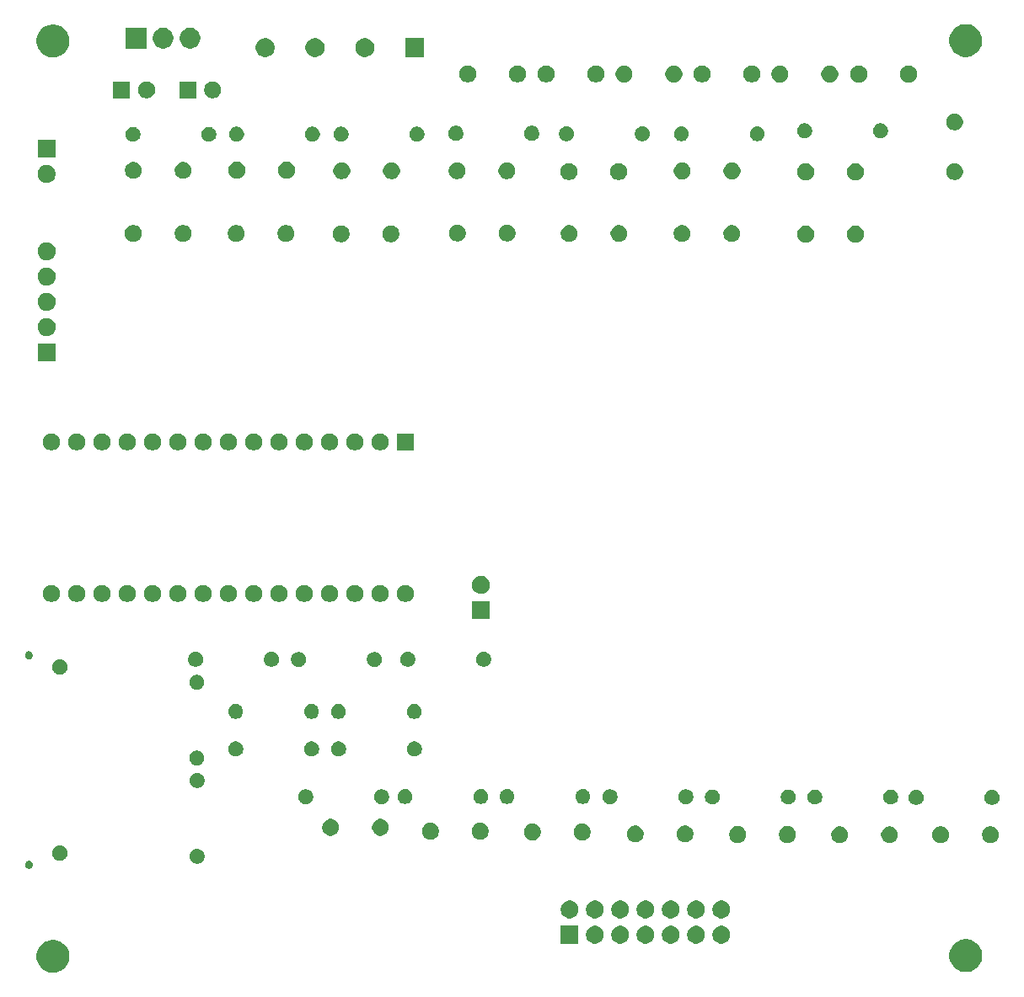
<source format=gbr>
G04 #@! TF.GenerationSoftware,KiCad,Pcbnew,(5.1.5)-3*
G04 #@! TF.CreationDate,2020-09-10T17:06:43+02:00*
G04 #@! TF.ProjectId,MultipleVoltageSource2.0,4d756c74-6970-46c6-9556-6f6c74616765,rev?*
G04 #@! TF.SameCoordinates,Original*
G04 #@! TF.FileFunction,Soldermask,Bot*
G04 #@! TF.FilePolarity,Negative*
%FSLAX46Y46*%
G04 Gerber Fmt 4.6, Leading zero omitted, Abs format (unit mm)*
G04 Created by KiCad (PCBNEW (5.1.5)-3) date 2020-09-10 17:06:43*
%MOMM*%
%LPD*%
G04 APERTURE LIST*
%ADD10C,0.100000*%
G04 APERTURE END LIST*
D10*
G36*
X106500256Y-142291298D02*
G01*
X106606579Y-142312447D01*
X106725976Y-142361903D01*
X106865878Y-142419852D01*
X106907042Y-142436903D01*
X107177451Y-142617585D01*
X107407415Y-142847549D01*
X107588097Y-143117958D01*
X107712553Y-143418421D01*
X107776000Y-143737391D01*
X107776000Y-144062609D01*
X107712553Y-144381579D01*
X107588097Y-144682042D01*
X107407415Y-144952451D01*
X107177451Y-145182415D01*
X106907042Y-145363097D01*
X106606579Y-145487553D01*
X106500256Y-145508702D01*
X106287611Y-145551000D01*
X105962389Y-145551000D01*
X105749744Y-145508702D01*
X105643421Y-145487553D01*
X105342958Y-145363097D01*
X105072549Y-145182415D01*
X104842585Y-144952451D01*
X104661903Y-144682042D01*
X104537447Y-144381579D01*
X104474000Y-144062609D01*
X104474000Y-143737391D01*
X104537447Y-143418421D01*
X104661903Y-143117958D01*
X104842585Y-142847549D01*
X105072549Y-142617585D01*
X105342958Y-142436903D01*
X105384123Y-142419852D01*
X105524024Y-142361903D01*
X105643421Y-142312447D01*
X105749744Y-142291298D01*
X105962389Y-142249000D01*
X106287611Y-142249000D01*
X106500256Y-142291298D01*
G37*
G36*
X198200256Y-142216298D02*
G01*
X198306579Y-142237447D01*
X198607042Y-142361903D01*
X198877451Y-142542585D01*
X199107415Y-142772549D01*
X199288097Y-143042958D01*
X199412553Y-143343421D01*
X199476000Y-143662391D01*
X199476000Y-143987609D01*
X199412553Y-144306579D01*
X199288097Y-144607042D01*
X199107415Y-144877451D01*
X198877451Y-145107415D01*
X198607042Y-145288097D01*
X198306579Y-145412553D01*
X198200256Y-145433702D01*
X197987611Y-145476000D01*
X197662389Y-145476000D01*
X197449744Y-145433702D01*
X197343421Y-145412553D01*
X197042958Y-145288097D01*
X196772549Y-145107415D01*
X196542585Y-144877451D01*
X196361903Y-144607042D01*
X196237447Y-144306579D01*
X196174000Y-143987609D01*
X196174000Y-143662391D01*
X196237447Y-143343421D01*
X196361903Y-143042958D01*
X196542585Y-142772549D01*
X196772549Y-142542585D01*
X197042958Y-142361903D01*
X197343421Y-142237447D01*
X197449744Y-142216298D01*
X197662389Y-142174000D01*
X197987611Y-142174000D01*
X198200256Y-142216298D01*
G37*
G36*
X163223512Y-140823927D02*
G01*
X163372812Y-140853624D01*
X163536784Y-140921544D01*
X163684354Y-141020147D01*
X163809853Y-141145646D01*
X163908456Y-141293216D01*
X163976376Y-141457188D01*
X164011000Y-141631259D01*
X164011000Y-141808741D01*
X163976376Y-141982812D01*
X163908456Y-142146784D01*
X163809853Y-142294354D01*
X163684354Y-142419853D01*
X163536784Y-142518456D01*
X163372812Y-142586376D01*
X163223512Y-142616073D01*
X163198742Y-142621000D01*
X163021258Y-142621000D01*
X162996488Y-142616073D01*
X162847188Y-142586376D01*
X162683216Y-142518456D01*
X162535646Y-142419853D01*
X162410147Y-142294354D01*
X162311544Y-142146784D01*
X162243624Y-141982812D01*
X162209000Y-141808741D01*
X162209000Y-141631259D01*
X162243624Y-141457188D01*
X162311544Y-141293216D01*
X162410147Y-141145646D01*
X162535646Y-141020147D01*
X162683216Y-140921544D01*
X162847188Y-140853624D01*
X162996488Y-140823927D01*
X163021258Y-140819000D01*
X163198742Y-140819000D01*
X163223512Y-140823927D01*
G37*
G36*
X165763512Y-140823927D02*
G01*
X165912812Y-140853624D01*
X166076784Y-140921544D01*
X166224354Y-141020147D01*
X166349853Y-141145646D01*
X166448456Y-141293216D01*
X166516376Y-141457188D01*
X166551000Y-141631259D01*
X166551000Y-141808741D01*
X166516376Y-141982812D01*
X166448456Y-142146784D01*
X166349853Y-142294354D01*
X166224354Y-142419853D01*
X166076784Y-142518456D01*
X165912812Y-142586376D01*
X165763512Y-142616073D01*
X165738742Y-142621000D01*
X165561258Y-142621000D01*
X165536488Y-142616073D01*
X165387188Y-142586376D01*
X165223216Y-142518456D01*
X165075646Y-142419853D01*
X164950147Y-142294354D01*
X164851544Y-142146784D01*
X164783624Y-141982812D01*
X164749000Y-141808741D01*
X164749000Y-141631259D01*
X164783624Y-141457188D01*
X164851544Y-141293216D01*
X164950147Y-141145646D01*
X165075646Y-141020147D01*
X165223216Y-140921544D01*
X165387188Y-140853624D01*
X165536488Y-140823927D01*
X165561258Y-140819000D01*
X165738742Y-140819000D01*
X165763512Y-140823927D01*
G37*
G36*
X170843512Y-140823927D02*
G01*
X170992812Y-140853624D01*
X171156784Y-140921544D01*
X171304354Y-141020147D01*
X171429853Y-141145646D01*
X171528456Y-141293216D01*
X171596376Y-141457188D01*
X171631000Y-141631259D01*
X171631000Y-141808741D01*
X171596376Y-141982812D01*
X171528456Y-142146784D01*
X171429853Y-142294354D01*
X171304354Y-142419853D01*
X171156784Y-142518456D01*
X170992812Y-142586376D01*
X170843512Y-142616073D01*
X170818742Y-142621000D01*
X170641258Y-142621000D01*
X170616488Y-142616073D01*
X170467188Y-142586376D01*
X170303216Y-142518456D01*
X170155646Y-142419853D01*
X170030147Y-142294354D01*
X169931544Y-142146784D01*
X169863624Y-141982812D01*
X169829000Y-141808741D01*
X169829000Y-141631259D01*
X169863624Y-141457188D01*
X169931544Y-141293216D01*
X170030147Y-141145646D01*
X170155646Y-141020147D01*
X170303216Y-140921544D01*
X170467188Y-140853624D01*
X170616488Y-140823927D01*
X170641258Y-140819000D01*
X170818742Y-140819000D01*
X170843512Y-140823927D01*
G37*
G36*
X173383512Y-140823927D02*
G01*
X173532812Y-140853624D01*
X173696784Y-140921544D01*
X173844354Y-141020147D01*
X173969853Y-141145646D01*
X174068456Y-141293216D01*
X174136376Y-141457188D01*
X174171000Y-141631259D01*
X174171000Y-141808741D01*
X174136376Y-141982812D01*
X174068456Y-142146784D01*
X173969853Y-142294354D01*
X173844354Y-142419853D01*
X173696784Y-142518456D01*
X173532812Y-142586376D01*
X173383512Y-142616073D01*
X173358742Y-142621000D01*
X173181258Y-142621000D01*
X173156488Y-142616073D01*
X173007188Y-142586376D01*
X172843216Y-142518456D01*
X172695646Y-142419853D01*
X172570147Y-142294354D01*
X172471544Y-142146784D01*
X172403624Y-141982812D01*
X172369000Y-141808741D01*
X172369000Y-141631259D01*
X172403624Y-141457188D01*
X172471544Y-141293216D01*
X172570147Y-141145646D01*
X172695646Y-141020147D01*
X172843216Y-140921544D01*
X173007188Y-140853624D01*
X173156488Y-140823927D01*
X173181258Y-140819000D01*
X173358742Y-140819000D01*
X173383512Y-140823927D01*
G37*
G36*
X158931000Y-142621000D02*
G01*
X157129000Y-142621000D01*
X157129000Y-140819000D01*
X158931000Y-140819000D01*
X158931000Y-142621000D01*
G37*
G36*
X160683512Y-140823927D02*
G01*
X160832812Y-140853624D01*
X160996784Y-140921544D01*
X161144354Y-141020147D01*
X161269853Y-141145646D01*
X161368456Y-141293216D01*
X161436376Y-141457188D01*
X161471000Y-141631259D01*
X161471000Y-141808741D01*
X161436376Y-141982812D01*
X161368456Y-142146784D01*
X161269853Y-142294354D01*
X161144354Y-142419853D01*
X160996784Y-142518456D01*
X160832812Y-142586376D01*
X160683512Y-142616073D01*
X160658742Y-142621000D01*
X160481258Y-142621000D01*
X160456488Y-142616073D01*
X160307188Y-142586376D01*
X160143216Y-142518456D01*
X159995646Y-142419853D01*
X159870147Y-142294354D01*
X159771544Y-142146784D01*
X159703624Y-141982812D01*
X159669000Y-141808741D01*
X159669000Y-141631259D01*
X159703624Y-141457188D01*
X159771544Y-141293216D01*
X159870147Y-141145646D01*
X159995646Y-141020147D01*
X160143216Y-140921544D01*
X160307188Y-140853624D01*
X160456488Y-140823927D01*
X160481258Y-140819000D01*
X160658742Y-140819000D01*
X160683512Y-140823927D01*
G37*
G36*
X168303512Y-140823927D02*
G01*
X168452812Y-140853624D01*
X168616784Y-140921544D01*
X168764354Y-141020147D01*
X168889853Y-141145646D01*
X168988456Y-141293216D01*
X169056376Y-141457188D01*
X169091000Y-141631259D01*
X169091000Y-141808741D01*
X169056376Y-141982812D01*
X168988456Y-142146784D01*
X168889853Y-142294354D01*
X168764354Y-142419853D01*
X168616784Y-142518456D01*
X168452812Y-142586376D01*
X168303512Y-142616073D01*
X168278742Y-142621000D01*
X168101258Y-142621000D01*
X168076488Y-142616073D01*
X167927188Y-142586376D01*
X167763216Y-142518456D01*
X167615646Y-142419853D01*
X167490147Y-142294354D01*
X167391544Y-142146784D01*
X167323624Y-141982812D01*
X167289000Y-141808741D01*
X167289000Y-141631259D01*
X167323624Y-141457188D01*
X167391544Y-141293216D01*
X167490147Y-141145646D01*
X167615646Y-141020147D01*
X167763216Y-140921544D01*
X167927188Y-140853624D01*
X168076488Y-140823927D01*
X168101258Y-140819000D01*
X168278742Y-140819000D01*
X168303512Y-140823927D01*
G37*
G36*
X165763512Y-138283927D02*
G01*
X165912812Y-138313624D01*
X166076784Y-138381544D01*
X166224354Y-138480147D01*
X166349853Y-138605646D01*
X166448456Y-138753216D01*
X166516376Y-138917188D01*
X166551000Y-139091259D01*
X166551000Y-139268741D01*
X166516376Y-139442812D01*
X166448456Y-139606784D01*
X166349853Y-139754354D01*
X166224354Y-139879853D01*
X166076784Y-139978456D01*
X165912812Y-140046376D01*
X165763512Y-140076073D01*
X165738742Y-140081000D01*
X165561258Y-140081000D01*
X165536488Y-140076073D01*
X165387188Y-140046376D01*
X165223216Y-139978456D01*
X165075646Y-139879853D01*
X164950147Y-139754354D01*
X164851544Y-139606784D01*
X164783624Y-139442812D01*
X164749000Y-139268741D01*
X164749000Y-139091259D01*
X164783624Y-138917188D01*
X164851544Y-138753216D01*
X164950147Y-138605646D01*
X165075646Y-138480147D01*
X165223216Y-138381544D01*
X165387188Y-138313624D01*
X165536488Y-138283927D01*
X165561258Y-138279000D01*
X165738742Y-138279000D01*
X165763512Y-138283927D01*
G37*
G36*
X163223512Y-138283927D02*
G01*
X163372812Y-138313624D01*
X163536784Y-138381544D01*
X163684354Y-138480147D01*
X163809853Y-138605646D01*
X163908456Y-138753216D01*
X163976376Y-138917188D01*
X164011000Y-139091259D01*
X164011000Y-139268741D01*
X163976376Y-139442812D01*
X163908456Y-139606784D01*
X163809853Y-139754354D01*
X163684354Y-139879853D01*
X163536784Y-139978456D01*
X163372812Y-140046376D01*
X163223512Y-140076073D01*
X163198742Y-140081000D01*
X163021258Y-140081000D01*
X162996488Y-140076073D01*
X162847188Y-140046376D01*
X162683216Y-139978456D01*
X162535646Y-139879853D01*
X162410147Y-139754354D01*
X162311544Y-139606784D01*
X162243624Y-139442812D01*
X162209000Y-139268741D01*
X162209000Y-139091259D01*
X162243624Y-138917188D01*
X162311544Y-138753216D01*
X162410147Y-138605646D01*
X162535646Y-138480147D01*
X162683216Y-138381544D01*
X162847188Y-138313624D01*
X162996488Y-138283927D01*
X163021258Y-138279000D01*
X163198742Y-138279000D01*
X163223512Y-138283927D01*
G37*
G36*
X160683512Y-138283927D02*
G01*
X160832812Y-138313624D01*
X160996784Y-138381544D01*
X161144354Y-138480147D01*
X161269853Y-138605646D01*
X161368456Y-138753216D01*
X161436376Y-138917188D01*
X161471000Y-139091259D01*
X161471000Y-139268741D01*
X161436376Y-139442812D01*
X161368456Y-139606784D01*
X161269853Y-139754354D01*
X161144354Y-139879853D01*
X160996784Y-139978456D01*
X160832812Y-140046376D01*
X160683512Y-140076073D01*
X160658742Y-140081000D01*
X160481258Y-140081000D01*
X160456488Y-140076073D01*
X160307188Y-140046376D01*
X160143216Y-139978456D01*
X159995646Y-139879853D01*
X159870147Y-139754354D01*
X159771544Y-139606784D01*
X159703624Y-139442812D01*
X159669000Y-139268741D01*
X159669000Y-139091259D01*
X159703624Y-138917188D01*
X159771544Y-138753216D01*
X159870147Y-138605646D01*
X159995646Y-138480147D01*
X160143216Y-138381544D01*
X160307188Y-138313624D01*
X160456488Y-138283927D01*
X160481258Y-138279000D01*
X160658742Y-138279000D01*
X160683512Y-138283927D01*
G37*
G36*
X158143512Y-138283927D02*
G01*
X158292812Y-138313624D01*
X158456784Y-138381544D01*
X158604354Y-138480147D01*
X158729853Y-138605646D01*
X158828456Y-138753216D01*
X158896376Y-138917188D01*
X158931000Y-139091259D01*
X158931000Y-139268741D01*
X158896376Y-139442812D01*
X158828456Y-139606784D01*
X158729853Y-139754354D01*
X158604354Y-139879853D01*
X158456784Y-139978456D01*
X158292812Y-140046376D01*
X158143512Y-140076073D01*
X158118742Y-140081000D01*
X157941258Y-140081000D01*
X157916488Y-140076073D01*
X157767188Y-140046376D01*
X157603216Y-139978456D01*
X157455646Y-139879853D01*
X157330147Y-139754354D01*
X157231544Y-139606784D01*
X157163624Y-139442812D01*
X157129000Y-139268741D01*
X157129000Y-139091259D01*
X157163624Y-138917188D01*
X157231544Y-138753216D01*
X157330147Y-138605646D01*
X157455646Y-138480147D01*
X157603216Y-138381544D01*
X157767188Y-138313624D01*
X157916488Y-138283927D01*
X157941258Y-138279000D01*
X158118742Y-138279000D01*
X158143512Y-138283927D01*
G37*
G36*
X170843512Y-138283927D02*
G01*
X170992812Y-138313624D01*
X171156784Y-138381544D01*
X171304354Y-138480147D01*
X171429853Y-138605646D01*
X171528456Y-138753216D01*
X171596376Y-138917188D01*
X171631000Y-139091259D01*
X171631000Y-139268741D01*
X171596376Y-139442812D01*
X171528456Y-139606784D01*
X171429853Y-139754354D01*
X171304354Y-139879853D01*
X171156784Y-139978456D01*
X170992812Y-140046376D01*
X170843512Y-140076073D01*
X170818742Y-140081000D01*
X170641258Y-140081000D01*
X170616488Y-140076073D01*
X170467188Y-140046376D01*
X170303216Y-139978456D01*
X170155646Y-139879853D01*
X170030147Y-139754354D01*
X169931544Y-139606784D01*
X169863624Y-139442812D01*
X169829000Y-139268741D01*
X169829000Y-139091259D01*
X169863624Y-138917188D01*
X169931544Y-138753216D01*
X170030147Y-138605646D01*
X170155646Y-138480147D01*
X170303216Y-138381544D01*
X170467188Y-138313624D01*
X170616488Y-138283927D01*
X170641258Y-138279000D01*
X170818742Y-138279000D01*
X170843512Y-138283927D01*
G37*
G36*
X173383512Y-138283927D02*
G01*
X173532812Y-138313624D01*
X173696784Y-138381544D01*
X173844354Y-138480147D01*
X173969853Y-138605646D01*
X174068456Y-138753216D01*
X174136376Y-138917188D01*
X174171000Y-139091259D01*
X174171000Y-139268741D01*
X174136376Y-139442812D01*
X174068456Y-139606784D01*
X173969853Y-139754354D01*
X173844354Y-139879853D01*
X173696784Y-139978456D01*
X173532812Y-140046376D01*
X173383512Y-140076073D01*
X173358742Y-140081000D01*
X173181258Y-140081000D01*
X173156488Y-140076073D01*
X173007188Y-140046376D01*
X172843216Y-139978456D01*
X172695646Y-139879853D01*
X172570147Y-139754354D01*
X172471544Y-139606784D01*
X172403624Y-139442812D01*
X172369000Y-139268741D01*
X172369000Y-139091259D01*
X172403624Y-138917188D01*
X172471544Y-138753216D01*
X172570147Y-138605646D01*
X172695646Y-138480147D01*
X172843216Y-138381544D01*
X173007188Y-138313624D01*
X173156488Y-138283927D01*
X173181258Y-138279000D01*
X173358742Y-138279000D01*
X173383512Y-138283927D01*
G37*
G36*
X168303512Y-138283927D02*
G01*
X168452812Y-138313624D01*
X168616784Y-138381544D01*
X168764354Y-138480147D01*
X168889853Y-138605646D01*
X168988456Y-138753216D01*
X169056376Y-138917188D01*
X169091000Y-139091259D01*
X169091000Y-139268741D01*
X169056376Y-139442812D01*
X168988456Y-139606784D01*
X168889853Y-139754354D01*
X168764354Y-139879853D01*
X168616784Y-139978456D01*
X168452812Y-140046376D01*
X168303512Y-140076073D01*
X168278742Y-140081000D01*
X168101258Y-140081000D01*
X168076488Y-140076073D01*
X167927188Y-140046376D01*
X167763216Y-139978456D01*
X167615646Y-139879853D01*
X167490147Y-139754354D01*
X167391544Y-139606784D01*
X167323624Y-139442812D01*
X167289000Y-139268741D01*
X167289000Y-139091259D01*
X167323624Y-138917188D01*
X167391544Y-138753216D01*
X167490147Y-138605646D01*
X167615646Y-138480147D01*
X167763216Y-138381544D01*
X167927188Y-138313624D01*
X168076488Y-138283927D01*
X168101258Y-138279000D01*
X168278742Y-138279000D01*
X168303512Y-138283927D01*
G37*
G36*
X103789231Y-134291905D02*
G01*
X103827967Y-134299610D01*
X103856268Y-134311333D01*
X103900944Y-134329838D01*
X103966622Y-134373723D01*
X104022477Y-134429578D01*
X104066362Y-134495256D01*
X104096590Y-134568234D01*
X104112000Y-134645704D01*
X104112000Y-134724696D01*
X104096590Y-134802166D01*
X104066362Y-134875144D01*
X104022477Y-134940822D01*
X103966622Y-134996677D01*
X103900944Y-135040562D01*
X103858195Y-135058269D01*
X103827967Y-135070790D01*
X103789231Y-135078495D01*
X103750496Y-135086200D01*
X103671504Y-135086200D01*
X103632769Y-135078495D01*
X103594033Y-135070790D01*
X103563805Y-135058269D01*
X103521056Y-135040562D01*
X103455378Y-134996677D01*
X103399523Y-134940822D01*
X103355638Y-134875144D01*
X103325410Y-134802166D01*
X103310000Y-134724696D01*
X103310000Y-134645704D01*
X103325410Y-134568234D01*
X103355638Y-134495256D01*
X103399523Y-134429578D01*
X103455378Y-134373723D01*
X103521056Y-134329838D01*
X103565732Y-134311333D01*
X103594033Y-134299610D01*
X103632769Y-134291905D01*
X103671504Y-134284200D01*
X103750496Y-134284200D01*
X103789231Y-134291905D01*
G37*
G36*
X120818259Y-133110460D02*
G01*
X120883844Y-133137626D01*
X120954932Y-133167072D01*
X121077935Y-133249260D01*
X121182540Y-133353865D01*
X121264728Y-133476868D01*
X121264729Y-133476870D01*
X121321340Y-133613541D01*
X121350200Y-133758632D01*
X121350200Y-133906568D01*
X121331641Y-133999871D01*
X121321340Y-134051659D01*
X121264728Y-134188332D01*
X121182540Y-134311335D01*
X121077935Y-134415940D01*
X120954932Y-134498128D01*
X120954931Y-134498129D01*
X120954930Y-134498129D01*
X120818259Y-134554740D01*
X120673168Y-134583600D01*
X120525232Y-134583600D01*
X120380141Y-134554740D01*
X120243470Y-134498129D01*
X120243469Y-134498129D01*
X120243468Y-134498128D01*
X120120465Y-134415940D01*
X120015860Y-134311335D01*
X119933672Y-134188332D01*
X119877060Y-134051659D01*
X119866759Y-133999871D01*
X119848200Y-133906568D01*
X119848200Y-133758632D01*
X119877060Y-133613541D01*
X119933671Y-133476870D01*
X119933672Y-133476868D01*
X120015860Y-133353865D01*
X120120465Y-133249260D01*
X120243468Y-133167072D01*
X120314557Y-133137626D01*
X120380141Y-133110460D01*
X120525232Y-133081600D01*
X120673168Y-133081600D01*
X120818259Y-133110460D01*
G37*
G36*
X107037348Y-132759020D02*
G01*
X107037350Y-132759021D01*
X107037351Y-132759021D01*
X107178574Y-132817517D01*
X107178577Y-132817519D01*
X107305669Y-132902439D01*
X107413761Y-133010531D01*
X107480531Y-133110460D01*
X107498683Y-133137626D01*
X107544923Y-133249260D01*
X107557180Y-133278852D01*
X107587000Y-133428769D01*
X107587000Y-133581631D01*
X107580653Y-133613541D01*
X107557179Y-133731551D01*
X107498683Y-133872774D01*
X107498681Y-133872777D01*
X107413761Y-133999869D01*
X107305669Y-134107961D01*
X107185388Y-134188330D01*
X107178574Y-134192883D01*
X107037351Y-134251379D01*
X107037350Y-134251379D01*
X107037348Y-134251380D01*
X106887431Y-134281200D01*
X106734569Y-134281200D01*
X106584652Y-134251380D01*
X106584650Y-134251379D01*
X106584649Y-134251379D01*
X106443426Y-134192883D01*
X106436612Y-134188330D01*
X106316331Y-134107961D01*
X106208239Y-133999869D01*
X106123319Y-133872777D01*
X106123317Y-133872774D01*
X106064821Y-133731551D01*
X106041348Y-133613541D01*
X106035000Y-133581631D01*
X106035000Y-133428769D01*
X106064820Y-133278852D01*
X106077077Y-133249260D01*
X106123317Y-133137626D01*
X106141469Y-133110460D01*
X106208239Y-133010531D01*
X106316331Y-132902439D01*
X106443423Y-132817519D01*
X106443426Y-132817517D01*
X106584649Y-132759021D01*
X106584650Y-132759021D01*
X106584652Y-132759020D01*
X106734569Y-132729200D01*
X106887431Y-132729200D01*
X107037348Y-132759020D01*
G37*
G36*
X190418228Y-130861703D02*
G01*
X190573100Y-130925853D01*
X190712481Y-131018985D01*
X190831015Y-131137519D01*
X190924147Y-131276900D01*
X190988297Y-131431772D01*
X191021000Y-131596184D01*
X191021000Y-131763816D01*
X190988297Y-131928228D01*
X190924147Y-132083100D01*
X190831015Y-132222481D01*
X190712481Y-132341015D01*
X190573100Y-132434147D01*
X190418228Y-132498297D01*
X190253816Y-132531000D01*
X190086184Y-132531000D01*
X189921772Y-132498297D01*
X189766900Y-132434147D01*
X189627519Y-132341015D01*
X189508985Y-132222481D01*
X189415853Y-132083100D01*
X189351703Y-131928228D01*
X189319000Y-131763816D01*
X189319000Y-131596184D01*
X189351703Y-131431772D01*
X189415853Y-131276900D01*
X189508985Y-131137519D01*
X189627519Y-131018985D01*
X189766900Y-130925853D01*
X189921772Y-130861703D01*
X190086184Y-130829000D01*
X190253816Y-130829000D01*
X190418228Y-130861703D01*
G37*
G36*
X200558228Y-130861703D02*
G01*
X200713100Y-130925853D01*
X200852481Y-131018985D01*
X200971015Y-131137519D01*
X201064147Y-131276900D01*
X201128297Y-131431772D01*
X201161000Y-131596184D01*
X201161000Y-131763816D01*
X201128297Y-131928228D01*
X201064147Y-132083100D01*
X200971015Y-132222481D01*
X200852481Y-132341015D01*
X200713100Y-132434147D01*
X200558228Y-132498297D01*
X200393816Y-132531000D01*
X200226184Y-132531000D01*
X200061772Y-132498297D01*
X199906900Y-132434147D01*
X199767519Y-132341015D01*
X199648985Y-132222481D01*
X199555853Y-132083100D01*
X199491703Y-131928228D01*
X199459000Y-131763816D01*
X199459000Y-131596184D01*
X199491703Y-131431772D01*
X199555853Y-131276900D01*
X199648985Y-131137519D01*
X199767519Y-131018985D01*
X199906900Y-130925853D01*
X200061772Y-130861703D01*
X200226184Y-130829000D01*
X200393816Y-130829000D01*
X200558228Y-130861703D01*
G37*
G36*
X195558228Y-130861703D02*
G01*
X195713100Y-130925853D01*
X195852481Y-131018985D01*
X195971015Y-131137519D01*
X196064147Y-131276900D01*
X196128297Y-131431772D01*
X196161000Y-131596184D01*
X196161000Y-131763816D01*
X196128297Y-131928228D01*
X196064147Y-132083100D01*
X195971015Y-132222481D01*
X195852481Y-132341015D01*
X195713100Y-132434147D01*
X195558228Y-132498297D01*
X195393816Y-132531000D01*
X195226184Y-132531000D01*
X195061772Y-132498297D01*
X194906900Y-132434147D01*
X194767519Y-132341015D01*
X194648985Y-132222481D01*
X194555853Y-132083100D01*
X194491703Y-131928228D01*
X194459000Y-131763816D01*
X194459000Y-131596184D01*
X194491703Y-131431772D01*
X194555853Y-131276900D01*
X194648985Y-131137519D01*
X194767519Y-131018985D01*
X194906900Y-130925853D01*
X195061772Y-130861703D01*
X195226184Y-130829000D01*
X195393816Y-130829000D01*
X195558228Y-130861703D01*
G37*
G36*
X185418228Y-130861703D02*
G01*
X185573100Y-130925853D01*
X185712481Y-131018985D01*
X185831015Y-131137519D01*
X185924147Y-131276900D01*
X185988297Y-131431772D01*
X186021000Y-131596184D01*
X186021000Y-131763816D01*
X185988297Y-131928228D01*
X185924147Y-132083100D01*
X185831015Y-132222481D01*
X185712481Y-132341015D01*
X185573100Y-132434147D01*
X185418228Y-132498297D01*
X185253816Y-132531000D01*
X185086184Y-132531000D01*
X184921772Y-132498297D01*
X184766900Y-132434147D01*
X184627519Y-132341015D01*
X184508985Y-132222481D01*
X184415853Y-132083100D01*
X184351703Y-131928228D01*
X184319000Y-131763816D01*
X184319000Y-131596184D01*
X184351703Y-131431772D01*
X184415853Y-131276900D01*
X184508985Y-131137519D01*
X184627519Y-131018985D01*
X184766900Y-130925853D01*
X184921772Y-130861703D01*
X185086184Y-130829000D01*
X185253816Y-130829000D01*
X185418228Y-130861703D01*
G37*
G36*
X175158228Y-130841703D02*
G01*
X175313100Y-130905853D01*
X175452481Y-130998985D01*
X175571015Y-131117519D01*
X175664147Y-131256900D01*
X175728297Y-131411772D01*
X175761000Y-131576184D01*
X175761000Y-131743816D01*
X175728297Y-131908228D01*
X175664147Y-132063100D01*
X175571015Y-132202481D01*
X175452481Y-132321015D01*
X175313100Y-132414147D01*
X175158228Y-132478297D01*
X174993816Y-132511000D01*
X174826184Y-132511000D01*
X174661772Y-132478297D01*
X174506900Y-132414147D01*
X174367519Y-132321015D01*
X174248985Y-132202481D01*
X174155853Y-132063100D01*
X174091703Y-131908228D01*
X174059000Y-131743816D01*
X174059000Y-131576184D01*
X174091703Y-131411772D01*
X174155853Y-131256900D01*
X174248985Y-131117519D01*
X174367519Y-130998985D01*
X174506900Y-130905853D01*
X174661772Y-130841703D01*
X174826184Y-130809000D01*
X174993816Y-130809000D01*
X175158228Y-130841703D01*
G37*
G36*
X180158228Y-130841703D02*
G01*
X180313100Y-130905853D01*
X180452481Y-130998985D01*
X180571015Y-131117519D01*
X180664147Y-131256900D01*
X180728297Y-131411772D01*
X180761000Y-131576184D01*
X180761000Y-131743816D01*
X180728297Y-131908228D01*
X180664147Y-132063100D01*
X180571015Y-132202481D01*
X180452481Y-132321015D01*
X180313100Y-132414147D01*
X180158228Y-132478297D01*
X179993816Y-132511000D01*
X179826184Y-132511000D01*
X179661772Y-132478297D01*
X179506900Y-132414147D01*
X179367519Y-132321015D01*
X179248985Y-132202481D01*
X179155853Y-132063100D01*
X179091703Y-131908228D01*
X179059000Y-131743816D01*
X179059000Y-131576184D01*
X179091703Y-131411772D01*
X179155853Y-131256900D01*
X179248985Y-131117519D01*
X179367519Y-130998985D01*
X179506900Y-130905853D01*
X179661772Y-130841703D01*
X179826184Y-130809000D01*
X179993816Y-130809000D01*
X180158228Y-130841703D01*
G37*
G36*
X169868228Y-130771703D02*
G01*
X170023100Y-130835853D01*
X170162481Y-130928985D01*
X170281015Y-131047519D01*
X170374147Y-131186900D01*
X170438297Y-131341772D01*
X170471000Y-131506184D01*
X170471000Y-131673816D01*
X170438297Y-131838228D01*
X170374147Y-131993100D01*
X170281015Y-132132481D01*
X170162481Y-132251015D01*
X170023100Y-132344147D01*
X169868228Y-132408297D01*
X169703816Y-132441000D01*
X169536184Y-132441000D01*
X169371772Y-132408297D01*
X169216900Y-132344147D01*
X169077519Y-132251015D01*
X168958985Y-132132481D01*
X168865853Y-131993100D01*
X168801703Y-131838228D01*
X168769000Y-131673816D01*
X168769000Y-131506184D01*
X168801703Y-131341772D01*
X168865853Y-131186900D01*
X168958985Y-131047519D01*
X169077519Y-130928985D01*
X169216900Y-130835853D01*
X169371772Y-130771703D01*
X169536184Y-130739000D01*
X169703816Y-130739000D01*
X169868228Y-130771703D01*
G37*
G36*
X164868228Y-130771703D02*
G01*
X165023100Y-130835853D01*
X165162481Y-130928985D01*
X165281015Y-131047519D01*
X165374147Y-131186900D01*
X165438297Y-131341772D01*
X165471000Y-131506184D01*
X165471000Y-131673816D01*
X165438297Y-131838228D01*
X165374147Y-131993100D01*
X165281015Y-132132481D01*
X165162481Y-132251015D01*
X165023100Y-132344147D01*
X164868228Y-132408297D01*
X164703816Y-132441000D01*
X164536184Y-132441000D01*
X164371772Y-132408297D01*
X164216900Y-132344147D01*
X164077519Y-132251015D01*
X163958985Y-132132481D01*
X163865853Y-131993100D01*
X163801703Y-131838228D01*
X163769000Y-131673816D01*
X163769000Y-131506184D01*
X163801703Y-131341772D01*
X163865853Y-131186900D01*
X163958985Y-131047519D01*
X164077519Y-130928985D01*
X164216900Y-130835853D01*
X164371772Y-130771703D01*
X164536184Y-130739000D01*
X164703816Y-130739000D01*
X164868228Y-130771703D01*
G37*
G36*
X159538228Y-130581703D02*
G01*
X159693100Y-130645853D01*
X159832481Y-130738985D01*
X159951015Y-130857519D01*
X160044147Y-130996900D01*
X160108297Y-131151772D01*
X160141000Y-131316184D01*
X160141000Y-131483816D01*
X160108297Y-131648228D01*
X160044147Y-131803100D01*
X159951015Y-131942481D01*
X159832481Y-132061015D01*
X159693100Y-132154147D01*
X159538228Y-132218297D01*
X159373816Y-132251000D01*
X159206184Y-132251000D01*
X159041772Y-132218297D01*
X158886900Y-132154147D01*
X158747519Y-132061015D01*
X158628985Y-131942481D01*
X158535853Y-131803100D01*
X158471703Y-131648228D01*
X158439000Y-131483816D01*
X158439000Y-131316184D01*
X158471703Y-131151772D01*
X158535853Y-130996900D01*
X158628985Y-130857519D01*
X158747519Y-130738985D01*
X158886900Y-130645853D01*
X159041772Y-130581703D01*
X159206184Y-130549000D01*
X159373816Y-130549000D01*
X159538228Y-130581703D01*
G37*
G36*
X154538228Y-130581703D02*
G01*
X154693100Y-130645853D01*
X154832481Y-130738985D01*
X154951015Y-130857519D01*
X155044147Y-130996900D01*
X155108297Y-131151772D01*
X155141000Y-131316184D01*
X155141000Y-131483816D01*
X155108297Y-131648228D01*
X155044147Y-131803100D01*
X154951015Y-131942481D01*
X154832481Y-132061015D01*
X154693100Y-132154147D01*
X154538228Y-132218297D01*
X154373816Y-132251000D01*
X154206184Y-132251000D01*
X154041772Y-132218297D01*
X153886900Y-132154147D01*
X153747519Y-132061015D01*
X153628985Y-131942481D01*
X153535853Y-131803100D01*
X153471703Y-131648228D01*
X153439000Y-131483816D01*
X153439000Y-131316184D01*
X153471703Y-131151772D01*
X153535853Y-130996900D01*
X153628985Y-130857519D01*
X153747519Y-130738985D01*
X153886900Y-130645853D01*
X154041772Y-130581703D01*
X154206184Y-130549000D01*
X154373816Y-130549000D01*
X154538228Y-130581703D01*
G37*
G36*
X144288228Y-130501703D02*
G01*
X144443100Y-130565853D01*
X144582481Y-130658985D01*
X144701015Y-130777519D01*
X144794147Y-130916900D01*
X144858297Y-131071772D01*
X144891000Y-131236184D01*
X144891000Y-131403816D01*
X144858297Y-131568228D01*
X144794147Y-131723100D01*
X144701015Y-131862481D01*
X144582481Y-131981015D01*
X144443100Y-132074147D01*
X144288228Y-132138297D01*
X144123816Y-132171000D01*
X143956184Y-132171000D01*
X143791772Y-132138297D01*
X143636900Y-132074147D01*
X143497519Y-131981015D01*
X143378985Y-131862481D01*
X143285853Y-131723100D01*
X143221703Y-131568228D01*
X143189000Y-131403816D01*
X143189000Y-131236184D01*
X143221703Y-131071772D01*
X143285853Y-130916900D01*
X143378985Y-130777519D01*
X143497519Y-130658985D01*
X143636900Y-130565853D01*
X143791772Y-130501703D01*
X143956184Y-130469000D01*
X144123816Y-130469000D01*
X144288228Y-130501703D01*
G37*
G36*
X149288228Y-130501703D02*
G01*
X149443100Y-130565853D01*
X149582481Y-130658985D01*
X149701015Y-130777519D01*
X149794147Y-130916900D01*
X149858297Y-131071772D01*
X149891000Y-131236184D01*
X149891000Y-131403816D01*
X149858297Y-131568228D01*
X149794147Y-131723100D01*
X149701015Y-131862481D01*
X149582481Y-131981015D01*
X149443100Y-132074147D01*
X149288228Y-132138297D01*
X149123816Y-132171000D01*
X148956184Y-132171000D01*
X148791772Y-132138297D01*
X148636900Y-132074147D01*
X148497519Y-131981015D01*
X148378985Y-131862481D01*
X148285853Y-131723100D01*
X148221703Y-131568228D01*
X148189000Y-131403816D01*
X148189000Y-131236184D01*
X148221703Y-131071772D01*
X148285853Y-130916900D01*
X148378985Y-130777519D01*
X148497519Y-130658985D01*
X148636900Y-130565853D01*
X148791772Y-130501703D01*
X148956184Y-130469000D01*
X149123816Y-130469000D01*
X149288228Y-130501703D01*
G37*
G36*
X139278228Y-130111703D02*
G01*
X139433100Y-130175853D01*
X139572481Y-130268985D01*
X139691015Y-130387519D01*
X139784147Y-130526900D01*
X139848297Y-130681772D01*
X139881000Y-130846184D01*
X139881000Y-131013816D01*
X139848297Y-131178228D01*
X139784147Y-131333100D01*
X139691015Y-131472481D01*
X139572481Y-131591015D01*
X139433100Y-131684147D01*
X139278228Y-131748297D01*
X139113816Y-131781000D01*
X138946184Y-131781000D01*
X138781772Y-131748297D01*
X138626900Y-131684147D01*
X138487519Y-131591015D01*
X138368985Y-131472481D01*
X138275853Y-131333100D01*
X138211703Y-131178228D01*
X138179000Y-131013816D01*
X138179000Y-130846184D01*
X138211703Y-130681772D01*
X138275853Y-130526900D01*
X138368985Y-130387519D01*
X138487519Y-130268985D01*
X138626900Y-130175853D01*
X138781772Y-130111703D01*
X138946184Y-130079000D01*
X139113816Y-130079000D01*
X139278228Y-130111703D01*
G37*
G36*
X134278228Y-130111703D02*
G01*
X134433100Y-130175853D01*
X134572481Y-130268985D01*
X134691015Y-130387519D01*
X134784147Y-130526900D01*
X134848297Y-130681772D01*
X134881000Y-130846184D01*
X134881000Y-131013816D01*
X134848297Y-131178228D01*
X134784147Y-131333100D01*
X134691015Y-131472481D01*
X134572481Y-131591015D01*
X134433100Y-131684147D01*
X134278228Y-131748297D01*
X134113816Y-131781000D01*
X133946184Y-131781000D01*
X133781772Y-131748297D01*
X133626900Y-131684147D01*
X133487519Y-131591015D01*
X133368985Y-131472481D01*
X133275853Y-131333100D01*
X133211703Y-131178228D01*
X133179000Y-131013816D01*
X133179000Y-130846184D01*
X133211703Y-130681772D01*
X133275853Y-130526900D01*
X133368985Y-130387519D01*
X133487519Y-130268985D01*
X133626900Y-130175853D01*
X133781772Y-130111703D01*
X133946184Y-130079000D01*
X134113816Y-130079000D01*
X134278228Y-130111703D01*
G37*
G36*
X200679059Y-127197860D02*
G01*
X200805226Y-127250120D01*
X200815732Y-127254472D01*
X200938735Y-127336660D01*
X201043340Y-127441265D01*
X201092119Y-127514268D01*
X201125529Y-127564270D01*
X201182140Y-127700941D01*
X201211000Y-127846032D01*
X201211000Y-127993968D01*
X201182140Y-128139059D01*
X201142098Y-128235730D01*
X201125528Y-128275732D01*
X201043340Y-128398735D01*
X200938735Y-128503340D01*
X200815732Y-128585528D01*
X200815731Y-128585529D01*
X200815730Y-128585529D01*
X200679059Y-128642140D01*
X200533968Y-128671000D01*
X200386032Y-128671000D01*
X200240941Y-128642140D01*
X200104270Y-128585529D01*
X200104269Y-128585529D01*
X200104268Y-128585528D01*
X199981265Y-128503340D01*
X199876660Y-128398735D01*
X199794472Y-128275732D01*
X199777903Y-128235730D01*
X199737860Y-128139059D01*
X199709000Y-127993968D01*
X199709000Y-127846032D01*
X199737860Y-127700941D01*
X199794471Y-127564270D01*
X199827881Y-127514268D01*
X199876660Y-127441265D01*
X199981265Y-127336660D01*
X200104268Y-127254472D01*
X200114775Y-127250120D01*
X200240941Y-127197860D01*
X200386032Y-127169000D01*
X200533968Y-127169000D01*
X200679059Y-127197860D01*
G37*
G36*
X193059059Y-127197860D02*
G01*
X193185226Y-127250120D01*
X193195732Y-127254472D01*
X193318735Y-127336660D01*
X193423340Y-127441265D01*
X193472119Y-127514268D01*
X193505529Y-127564270D01*
X193562140Y-127700941D01*
X193591000Y-127846032D01*
X193591000Y-127993968D01*
X193562140Y-128139059D01*
X193522098Y-128235730D01*
X193505528Y-128275732D01*
X193423340Y-128398735D01*
X193318735Y-128503340D01*
X193195732Y-128585528D01*
X193195731Y-128585529D01*
X193195730Y-128585529D01*
X193059059Y-128642140D01*
X192913968Y-128671000D01*
X192766032Y-128671000D01*
X192620941Y-128642140D01*
X192484270Y-128585529D01*
X192484269Y-128585529D01*
X192484268Y-128585528D01*
X192361265Y-128503340D01*
X192256660Y-128398735D01*
X192174472Y-128275732D01*
X192157903Y-128235730D01*
X192117860Y-128139059D01*
X192089000Y-127993968D01*
X192089000Y-127846032D01*
X192117860Y-127700941D01*
X192174471Y-127564270D01*
X192207881Y-127514268D01*
X192256660Y-127441265D01*
X192361265Y-127336660D01*
X192484268Y-127254472D01*
X192494775Y-127250120D01*
X192620941Y-127197860D01*
X192766032Y-127169000D01*
X192913968Y-127169000D01*
X193059059Y-127197860D01*
G37*
G36*
X190509059Y-127157860D02*
G01*
X190605628Y-127197860D01*
X190645732Y-127214472D01*
X190768735Y-127296660D01*
X190873340Y-127401265D01*
X190955528Y-127524268D01*
X190955529Y-127524270D01*
X191012140Y-127660941D01*
X191041000Y-127806032D01*
X191041000Y-127953968D01*
X191012140Y-128099059D01*
X190967955Y-128205732D01*
X190955528Y-128235732D01*
X190873340Y-128358735D01*
X190768735Y-128463340D01*
X190645732Y-128545528D01*
X190645731Y-128545529D01*
X190645730Y-128545529D01*
X190509059Y-128602140D01*
X190363968Y-128631000D01*
X190216032Y-128631000D01*
X190070941Y-128602140D01*
X189934270Y-128545529D01*
X189934269Y-128545529D01*
X189934268Y-128545528D01*
X189811265Y-128463340D01*
X189706660Y-128358735D01*
X189624472Y-128235732D01*
X189612046Y-128205732D01*
X189567860Y-128099059D01*
X189539000Y-127953968D01*
X189539000Y-127806032D01*
X189567860Y-127660941D01*
X189624471Y-127524270D01*
X189624472Y-127524268D01*
X189706660Y-127401265D01*
X189811265Y-127296660D01*
X189934268Y-127214472D01*
X189974373Y-127197860D01*
X190070941Y-127157860D01*
X190216032Y-127129000D01*
X190363968Y-127129000D01*
X190509059Y-127157860D01*
G37*
G36*
X182889059Y-127157860D02*
G01*
X182985628Y-127197860D01*
X183025732Y-127214472D01*
X183148735Y-127296660D01*
X183253340Y-127401265D01*
X183335528Y-127524268D01*
X183335529Y-127524270D01*
X183392140Y-127660941D01*
X183421000Y-127806032D01*
X183421000Y-127953968D01*
X183392140Y-128099059D01*
X183347955Y-128205732D01*
X183335528Y-128235732D01*
X183253340Y-128358735D01*
X183148735Y-128463340D01*
X183025732Y-128545528D01*
X183025731Y-128545529D01*
X183025730Y-128545529D01*
X182889059Y-128602140D01*
X182743968Y-128631000D01*
X182596032Y-128631000D01*
X182450941Y-128602140D01*
X182314270Y-128545529D01*
X182314269Y-128545529D01*
X182314268Y-128545528D01*
X182191265Y-128463340D01*
X182086660Y-128358735D01*
X182004472Y-128235732D01*
X181992046Y-128205732D01*
X181947860Y-128099059D01*
X181919000Y-127953968D01*
X181919000Y-127806032D01*
X181947860Y-127660941D01*
X182004471Y-127524270D01*
X182004472Y-127524268D01*
X182086660Y-127401265D01*
X182191265Y-127296660D01*
X182314268Y-127214472D01*
X182354373Y-127197860D01*
X182450941Y-127157860D01*
X182596032Y-127129000D01*
X182743968Y-127129000D01*
X182889059Y-127157860D01*
G37*
G36*
X180209059Y-127147860D02*
G01*
X180329770Y-127197860D01*
X180345732Y-127204472D01*
X180468735Y-127286660D01*
X180573340Y-127391265D01*
X180655528Y-127514268D01*
X180655529Y-127514270D01*
X180712140Y-127650941D01*
X180741000Y-127796032D01*
X180741000Y-127943968D01*
X180712140Y-128089059D01*
X180672098Y-128185730D01*
X180655528Y-128225732D01*
X180573340Y-128348735D01*
X180468735Y-128453340D01*
X180345732Y-128535528D01*
X180345731Y-128535529D01*
X180345730Y-128535529D01*
X180209059Y-128592140D01*
X180063968Y-128621000D01*
X179916032Y-128621000D01*
X179770941Y-128592140D01*
X179634270Y-128535529D01*
X179634269Y-128535529D01*
X179634268Y-128535528D01*
X179511265Y-128453340D01*
X179406660Y-128348735D01*
X179324472Y-128225732D01*
X179307903Y-128185730D01*
X179267860Y-128089059D01*
X179239000Y-127943968D01*
X179239000Y-127796032D01*
X179267860Y-127650941D01*
X179324471Y-127514270D01*
X179324472Y-127514268D01*
X179406660Y-127391265D01*
X179511265Y-127286660D01*
X179634268Y-127204472D01*
X179650231Y-127197860D01*
X179770941Y-127147860D01*
X179916032Y-127119000D01*
X180063968Y-127119000D01*
X180209059Y-127147860D01*
G37*
G36*
X172589059Y-127147860D02*
G01*
X172709770Y-127197860D01*
X172725732Y-127204472D01*
X172848735Y-127286660D01*
X172953340Y-127391265D01*
X173035528Y-127514268D01*
X173035529Y-127514270D01*
X173092140Y-127650941D01*
X173121000Y-127796032D01*
X173121000Y-127943968D01*
X173092140Y-128089059D01*
X173052098Y-128185730D01*
X173035528Y-128225732D01*
X172953340Y-128348735D01*
X172848735Y-128453340D01*
X172725732Y-128535528D01*
X172725731Y-128535529D01*
X172725730Y-128535529D01*
X172589059Y-128592140D01*
X172443968Y-128621000D01*
X172296032Y-128621000D01*
X172150941Y-128592140D01*
X172014270Y-128535529D01*
X172014269Y-128535529D01*
X172014268Y-128535528D01*
X171891265Y-128453340D01*
X171786660Y-128348735D01*
X171704472Y-128225732D01*
X171687903Y-128185730D01*
X171647860Y-128089059D01*
X171619000Y-127943968D01*
X171619000Y-127796032D01*
X171647860Y-127650941D01*
X171704471Y-127514270D01*
X171704472Y-127514268D01*
X171786660Y-127391265D01*
X171891265Y-127286660D01*
X172014268Y-127204472D01*
X172030231Y-127197860D01*
X172150941Y-127147860D01*
X172296032Y-127119000D01*
X172443968Y-127119000D01*
X172589059Y-127147860D01*
G37*
G36*
X162309059Y-127127860D02*
G01*
X162408380Y-127169000D01*
X162445732Y-127184472D01*
X162568735Y-127266660D01*
X162673340Y-127371265D01*
X162744477Y-127477729D01*
X162755529Y-127494270D01*
X162812140Y-127630941D01*
X162841000Y-127776032D01*
X162841000Y-127923968D01*
X162827076Y-127993968D01*
X162812140Y-128069059D01*
X162755528Y-128205732D01*
X162673340Y-128328735D01*
X162568735Y-128433340D01*
X162445732Y-128515528D01*
X162445731Y-128515529D01*
X162445730Y-128515529D01*
X162309059Y-128572140D01*
X162163968Y-128601000D01*
X162016032Y-128601000D01*
X161870941Y-128572140D01*
X161734270Y-128515529D01*
X161734269Y-128515529D01*
X161734268Y-128515528D01*
X161611265Y-128433340D01*
X161506660Y-128328735D01*
X161424472Y-128205732D01*
X161367860Y-128069059D01*
X161352924Y-127993968D01*
X161339000Y-127923968D01*
X161339000Y-127776032D01*
X161367860Y-127630941D01*
X161424471Y-127494270D01*
X161435523Y-127477729D01*
X161506660Y-127371265D01*
X161611265Y-127266660D01*
X161734268Y-127184472D01*
X161771621Y-127169000D01*
X161870941Y-127127860D01*
X162016032Y-127099000D01*
X162163968Y-127099000D01*
X162309059Y-127127860D01*
G37*
G36*
X169929059Y-127127860D02*
G01*
X170028380Y-127169000D01*
X170065732Y-127184472D01*
X170188735Y-127266660D01*
X170293340Y-127371265D01*
X170364477Y-127477729D01*
X170375529Y-127494270D01*
X170432140Y-127630941D01*
X170461000Y-127776032D01*
X170461000Y-127923968D01*
X170447076Y-127993968D01*
X170432140Y-128069059D01*
X170375528Y-128205732D01*
X170293340Y-128328735D01*
X170188735Y-128433340D01*
X170065732Y-128515528D01*
X170065731Y-128515529D01*
X170065730Y-128515529D01*
X169929059Y-128572140D01*
X169783968Y-128601000D01*
X169636032Y-128601000D01*
X169490941Y-128572140D01*
X169354270Y-128515529D01*
X169354269Y-128515529D01*
X169354268Y-128515528D01*
X169231265Y-128433340D01*
X169126660Y-128328735D01*
X169044472Y-128205732D01*
X168987860Y-128069059D01*
X168972924Y-127993968D01*
X168959000Y-127923968D01*
X168959000Y-127776032D01*
X168987860Y-127630941D01*
X169044471Y-127494270D01*
X169055523Y-127477729D01*
X169126660Y-127371265D01*
X169231265Y-127266660D01*
X169354268Y-127184472D01*
X169391621Y-127169000D01*
X169490941Y-127127860D01*
X169636032Y-127099000D01*
X169783968Y-127099000D01*
X169929059Y-127127860D01*
G37*
G36*
X131739059Y-127127860D02*
G01*
X131838380Y-127169000D01*
X131875732Y-127184472D01*
X131998735Y-127266660D01*
X132103340Y-127371265D01*
X132174477Y-127477729D01*
X132185529Y-127494270D01*
X132242140Y-127630941D01*
X132271000Y-127776032D01*
X132271000Y-127923968D01*
X132257076Y-127993968D01*
X132242140Y-128069059D01*
X132185528Y-128205732D01*
X132103340Y-128328735D01*
X131998735Y-128433340D01*
X131875732Y-128515528D01*
X131875731Y-128515529D01*
X131875730Y-128515529D01*
X131739059Y-128572140D01*
X131593968Y-128601000D01*
X131446032Y-128601000D01*
X131300941Y-128572140D01*
X131164270Y-128515529D01*
X131164269Y-128515529D01*
X131164268Y-128515528D01*
X131041265Y-128433340D01*
X130936660Y-128328735D01*
X130854472Y-128205732D01*
X130797860Y-128069059D01*
X130782924Y-127993968D01*
X130769000Y-127923968D01*
X130769000Y-127776032D01*
X130797860Y-127630941D01*
X130854471Y-127494270D01*
X130865523Y-127477729D01*
X130936660Y-127371265D01*
X131041265Y-127266660D01*
X131164268Y-127184472D01*
X131201621Y-127169000D01*
X131300941Y-127127860D01*
X131446032Y-127099000D01*
X131593968Y-127099000D01*
X131739059Y-127127860D01*
G37*
G36*
X139359059Y-127127860D02*
G01*
X139458380Y-127169000D01*
X139495732Y-127184472D01*
X139618735Y-127266660D01*
X139723340Y-127371265D01*
X139794477Y-127477729D01*
X139805529Y-127494270D01*
X139862140Y-127630941D01*
X139891000Y-127776032D01*
X139891000Y-127923968D01*
X139877076Y-127993968D01*
X139862140Y-128069059D01*
X139805528Y-128205732D01*
X139723340Y-128328735D01*
X139618735Y-128433340D01*
X139495732Y-128515528D01*
X139495731Y-128515529D01*
X139495730Y-128515529D01*
X139359059Y-128572140D01*
X139213968Y-128601000D01*
X139066032Y-128601000D01*
X138920941Y-128572140D01*
X138784270Y-128515529D01*
X138784269Y-128515529D01*
X138784268Y-128515528D01*
X138661265Y-128433340D01*
X138556660Y-128328735D01*
X138474472Y-128205732D01*
X138417860Y-128069059D01*
X138402924Y-127993968D01*
X138389000Y-127923968D01*
X138389000Y-127776032D01*
X138417860Y-127630941D01*
X138474471Y-127494270D01*
X138485523Y-127477729D01*
X138556660Y-127371265D01*
X138661265Y-127266660D01*
X138784268Y-127184472D01*
X138821621Y-127169000D01*
X138920941Y-127127860D01*
X139066032Y-127099000D01*
X139213968Y-127099000D01*
X139359059Y-127127860D01*
G37*
G36*
X149339860Y-127111321D02*
G01*
X149468178Y-127164472D01*
X149476533Y-127167933D01*
X149599536Y-127250121D01*
X149704141Y-127354726D01*
X149786329Y-127477729D01*
X149786330Y-127477731D01*
X149842941Y-127614402D01*
X149871801Y-127759493D01*
X149871801Y-127907429D01*
X149842941Y-128052520D01*
X149787764Y-128185730D01*
X149786329Y-128189193D01*
X149704141Y-128312196D01*
X149599536Y-128416801D01*
X149476533Y-128498989D01*
X149476532Y-128498990D01*
X149476531Y-128498990D01*
X149339860Y-128555601D01*
X149194769Y-128584461D01*
X149046833Y-128584461D01*
X148901742Y-128555601D01*
X148765071Y-128498990D01*
X148765070Y-128498990D01*
X148765069Y-128498989D01*
X148642066Y-128416801D01*
X148537461Y-128312196D01*
X148455273Y-128189193D01*
X148453839Y-128185730D01*
X148398661Y-128052520D01*
X148369801Y-127907429D01*
X148369801Y-127759493D01*
X148398661Y-127614402D01*
X148455272Y-127477731D01*
X148455273Y-127477729D01*
X148537461Y-127354726D01*
X148642066Y-127250121D01*
X148765069Y-127167933D01*
X148773425Y-127164472D01*
X148901742Y-127111321D01*
X149046833Y-127082461D01*
X149194769Y-127082461D01*
X149339860Y-127111321D01*
G37*
G36*
X141719860Y-127111321D02*
G01*
X141848178Y-127164472D01*
X141856533Y-127167933D01*
X141979536Y-127250121D01*
X142084141Y-127354726D01*
X142166329Y-127477729D01*
X142166330Y-127477731D01*
X142222941Y-127614402D01*
X142251801Y-127759493D01*
X142251801Y-127907429D01*
X142222941Y-128052520D01*
X142167764Y-128185730D01*
X142166329Y-128189193D01*
X142084141Y-128312196D01*
X141979536Y-128416801D01*
X141856533Y-128498989D01*
X141856532Y-128498990D01*
X141856531Y-128498990D01*
X141719860Y-128555601D01*
X141574769Y-128584461D01*
X141426833Y-128584461D01*
X141281742Y-128555601D01*
X141145071Y-128498990D01*
X141145070Y-128498990D01*
X141145069Y-128498989D01*
X141022066Y-128416801D01*
X140917461Y-128312196D01*
X140835273Y-128189193D01*
X140833839Y-128185730D01*
X140778661Y-128052520D01*
X140749801Y-127907429D01*
X140749801Y-127759493D01*
X140778661Y-127614402D01*
X140835272Y-127477731D01*
X140835273Y-127477729D01*
X140917461Y-127354726D01*
X141022066Y-127250121D01*
X141145069Y-127167933D01*
X141153425Y-127164472D01*
X141281742Y-127111321D01*
X141426833Y-127082461D01*
X141574769Y-127082461D01*
X141719860Y-127111321D01*
G37*
G36*
X151959059Y-127107860D02*
G01*
X152079770Y-127157860D01*
X152095732Y-127164472D01*
X152218735Y-127246660D01*
X152323340Y-127351265D01*
X152336705Y-127371267D01*
X152405529Y-127474270D01*
X152462140Y-127610941D01*
X152491000Y-127756032D01*
X152491000Y-127903968D01*
X152473098Y-127993967D01*
X152462140Y-128049059D01*
X152405528Y-128185732D01*
X152323340Y-128308735D01*
X152218735Y-128413340D01*
X152095732Y-128495528D01*
X152095731Y-128495529D01*
X152095730Y-128495529D01*
X151959059Y-128552140D01*
X151813968Y-128581000D01*
X151666032Y-128581000D01*
X151520941Y-128552140D01*
X151384270Y-128495529D01*
X151384269Y-128495529D01*
X151384268Y-128495528D01*
X151261265Y-128413340D01*
X151156660Y-128308735D01*
X151074472Y-128185732D01*
X151017860Y-128049059D01*
X151006902Y-127993967D01*
X150989000Y-127903968D01*
X150989000Y-127756032D01*
X151017860Y-127610941D01*
X151074471Y-127474270D01*
X151143295Y-127371267D01*
X151156660Y-127351265D01*
X151261265Y-127246660D01*
X151384268Y-127164472D01*
X151400231Y-127157860D01*
X151520941Y-127107860D01*
X151666032Y-127079000D01*
X151813968Y-127079000D01*
X151959059Y-127107860D01*
G37*
G36*
X159579059Y-127107860D02*
G01*
X159699770Y-127157860D01*
X159715732Y-127164472D01*
X159838735Y-127246660D01*
X159943340Y-127351265D01*
X159956705Y-127371267D01*
X160025529Y-127474270D01*
X160082140Y-127610941D01*
X160111000Y-127756032D01*
X160111000Y-127903968D01*
X160093098Y-127993967D01*
X160082140Y-128049059D01*
X160025528Y-128185732D01*
X159943340Y-128308735D01*
X159838735Y-128413340D01*
X159715732Y-128495528D01*
X159715731Y-128495529D01*
X159715730Y-128495529D01*
X159579059Y-128552140D01*
X159433968Y-128581000D01*
X159286032Y-128581000D01*
X159140941Y-128552140D01*
X159004270Y-128495529D01*
X159004269Y-128495529D01*
X159004268Y-128495528D01*
X158881265Y-128413340D01*
X158776660Y-128308735D01*
X158694472Y-128185732D01*
X158637860Y-128049059D01*
X158626902Y-127993967D01*
X158609000Y-127903968D01*
X158609000Y-127756032D01*
X158637860Y-127610941D01*
X158694471Y-127474270D01*
X158763295Y-127371267D01*
X158776660Y-127351265D01*
X158881265Y-127246660D01*
X159004268Y-127164472D01*
X159020231Y-127157860D01*
X159140941Y-127107860D01*
X159286032Y-127079000D01*
X159433968Y-127079000D01*
X159579059Y-127107860D01*
G37*
G36*
X120818259Y-125490460D02*
G01*
X120954932Y-125547072D01*
X121077935Y-125629260D01*
X121182540Y-125733865D01*
X121264728Y-125856868D01*
X121321340Y-125993541D01*
X121350200Y-126138633D01*
X121350200Y-126286567D01*
X121321340Y-126431659D01*
X121264728Y-126568332D01*
X121182540Y-126691335D01*
X121077935Y-126795940D01*
X120954932Y-126878128D01*
X120954931Y-126878129D01*
X120954930Y-126878129D01*
X120818259Y-126934740D01*
X120673168Y-126963600D01*
X120525232Y-126963600D01*
X120380141Y-126934740D01*
X120243470Y-126878129D01*
X120243469Y-126878129D01*
X120243468Y-126878128D01*
X120120465Y-126795940D01*
X120015860Y-126691335D01*
X119933672Y-126568332D01*
X119877060Y-126431659D01*
X119848200Y-126286567D01*
X119848200Y-126138633D01*
X119877060Y-125993541D01*
X119933672Y-125856868D01*
X120015860Y-125733865D01*
X120120465Y-125629260D01*
X120243468Y-125547072D01*
X120380141Y-125490460D01*
X120525232Y-125461600D01*
X120673168Y-125461600D01*
X120818259Y-125490460D01*
G37*
G36*
X120792859Y-123229860D02*
G01*
X120929532Y-123286472D01*
X121052535Y-123368660D01*
X121157140Y-123473265D01*
X121189393Y-123521535D01*
X121239329Y-123596270D01*
X121251702Y-123626141D01*
X121295940Y-123732941D01*
X121324800Y-123878033D01*
X121324800Y-124025967D01*
X121295940Y-124171059D01*
X121239328Y-124307732D01*
X121157140Y-124430735D01*
X121052535Y-124535340D01*
X120929532Y-124617528D01*
X120929531Y-124617529D01*
X120929530Y-124617529D01*
X120792859Y-124674140D01*
X120647768Y-124703000D01*
X120499832Y-124703000D01*
X120354741Y-124674140D01*
X120218070Y-124617529D01*
X120218069Y-124617529D01*
X120218068Y-124617528D01*
X120095065Y-124535340D01*
X119990460Y-124430735D01*
X119908272Y-124307732D01*
X119851660Y-124171059D01*
X119822800Y-124025967D01*
X119822800Y-123878033D01*
X119851660Y-123732941D01*
X119895898Y-123626141D01*
X119908271Y-123596270D01*
X119958207Y-123521535D01*
X119990460Y-123473265D01*
X120095065Y-123368660D01*
X120218068Y-123286472D01*
X120354741Y-123229860D01*
X120499832Y-123201000D01*
X120647768Y-123201000D01*
X120792859Y-123229860D01*
G37*
G36*
X135035859Y-122320660D02*
G01*
X135172532Y-122377272D01*
X135295535Y-122459460D01*
X135400140Y-122564065D01*
X135400141Y-122564067D01*
X135482329Y-122687070D01*
X135538940Y-122823741D01*
X135567800Y-122968832D01*
X135567800Y-123116768D01*
X135538940Y-123261859D01*
X135494702Y-123368660D01*
X135482328Y-123398532D01*
X135400140Y-123521535D01*
X135295535Y-123626140D01*
X135172532Y-123708328D01*
X135172531Y-123708329D01*
X135172530Y-123708329D01*
X135035859Y-123764940D01*
X134890768Y-123793800D01*
X134742832Y-123793800D01*
X134597741Y-123764940D01*
X134461070Y-123708329D01*
X134461069Y-123708329D01*
X134461068Y-123708328D01*
X134338065Y-123626140D01*
X134233460Y-123521535D01*
X134151272Y-123398532D01*
X134138899Y-123368660D01*
X134094660Y-123261859D01*
X134065800Y-123116768D01*
X134065800Y-122968832D01*
X134094660Y-122823741D01*
X134151271Y-122687070D01*
X134233459Y-122564067D01*
X134233460Y-122564065D01*
X134338065Y-122459460D01*
X134461068Y-122377272D01*
X134597741Y-122320660D01*
X134742832Y-122291800D01*
X134890768Y-122291800D01*
X135035859Y-122320660D01*
G37*
G36*
X132325859Y-122320660D02*
G01*
X132462532Y-122377272D01*
X132585535Y-122459460D01*
X132690140Y-122564065D01*
X132690141Y-122564067D01*
X132772329Y-122687070D01*
X132828940Y-122823741D01*
X132857800Y-122968832D01*
X132857800Y-123116768D01*
X132828940Y-123261859D01*
X132784702Y-123368660D01*
X132772328Y-123398532D01*
X132690140Y-123521535D01*
X132585535Y-123626140D01*
X132462532Y-123708328D01*
X132462531Y-123708329D01*
X132462530Y-123708329D01*
X132325859Y-123764940D01*
X132180768Y-123793800D01*
X132032832Y-123793800D01*
X131887741Y-123764940D01*
X131751070Y-123708329D01*
X131751069Y-123708329D01*
X131751068Y-123708328D01*
X131628065Y-123626140D01*
X131523460Y-123521535D01*
X131441272Y-123398532D01*
X131428899Y-123368660D01*
X131384660Y-123261859D01*
X131355800Y-123116768D01*
X131355800Y-122968832D01*
X131384660Y-122823741D01*
X131441271Y-122687070D01*
X131523459Y-122564067D01*
X131523460Y-122564065D01*
X131628065Y-122459460D01*
X131751068Y-122377272D01*
X131887741Y-122320660D01*
X132032832Y-122291800D01*
X132180768Y-122291800D01*
X132325859Y-122320660D01*
G37*
G36*
X142655859Y-122320660D02*
G01*
X142792532Y-122377272D01*
X142915535Y-122459460D01*
X143020140Y-122564065D01*
X143020141Y-122564067D01*
X143102329Y-122687070D01*
X143158940Y-122823741D01*
X143187800Y-122968832D01*
X143187800Y-123116768D01*
X143158940Y-123261859D01*
X143114702Y-123368660D01*
X143102328Y-123398532D01*
X143020140Y-123521535D01*
X142915535Y-123626140D01*
X142792532Y-123708328D01*
X142792531Y-123708329D01*
X142792530Y-123708329D01*
X142655859Y-123764940D01*
X142510768Y-123793800D01*
X142362832Y-123793800D01*
X142217741Y-123764940D01*
X142081070Y-123708329D01*
X142081069Y-123708329D01*
X142081068Y-123708328D01*
X141958065Y-123626140D01*
X141853460Y-123521535D01*
X141771272Y-123398532D01*
X141758899Y-123368660D01*
X141714660Y-123261859D01*
X141685800Y-123116768D01*
X141685800Y-122968832D01*
X141714660Y-122823741D01*
X141771271Y-122687070D01*
X141853459Y-122564067D01*
X141853460Y-122564065D01*
X141958065Y-122459460D01*
X142081068Y-122377272D01*
X142217741Y-122320660D01*
X142362832Y-122291800D01*
X142510768Y-122291800D01*
X142655859Y-122320660D01*
G37*
G36*
X124705859Y-122320660D02*
G01*
X124842532Y-122377272D01*
X124965535Y-122459460D01*
X125070140Y-122564065D01*
X125070141Y-122564067D01*
X125152329Y-122687070D01*
X125208940Y-122823741D01*
X125237800Y-122968832D01*
X125237800Y-123116768D01*
X125208940Y-123261859D01*
X125164702Y-123368660D01*
X125152328Y-123398532D01*
X125070140Y-123521535D01*
X124965535Y-123626140D01*
X124842532Y-123708328D01*
X124842531Y-123708329D01*
X124842530Y-123708329D01*
X124705859Y-123764940D01*
X124560768Y-123793800D01*
X124412832Y-123793800D01*
X124267741Y-123764940D01*
X124131070Y-123708329D01*
X124131069Y-123708329D01*
X124131068Y-123708328D01*
X124008065Y-123626140D01*
X123903460Y-123521535D01*
X123821272Y-123398532D01*
X123808899Y-123368660D01*
X123764660Y-123261859D01*
X123735800Y-123116768D01*
X123735800Y-122968832D01*
X123764660Y-122823741D01*
X123821271Y-122687070D01*
X123903459Y-122564067D01*
X123903460Y-122564065D01*
X124008065Y-122459460D01*
X124131068Y-122377272D01*
X124267741Y-122320660D01*
X124412832Y-122291800D01*
X124560768Y-122291800D01*
X124705859Y-122320660D01*
G37*
G36*
X142591985Y-118547860D02*
G01*
X142642259Y-118557860D01*
X142778932Y-118614472D01*
X142901935Y-118696660D01*
X143006540Y-118801265D01*
X143088728Y-118924268D01*
X143145340Y-119060941D01*
X143174200Y-119206033D01*
X143174200Y-119353967D01*
X143145340Y-119499059D01*
X143088728Y-119635732D01*
X143006540Y-119758735D01*
X142901935Y-119863340D01*
X142778932Y-119945528D01*
X142778931Y-119945529D01*
X142778930Y-119945529D01*
X142642259Y-120002140D01*
X142497168Y-120031000D01*
X142349232Y-120031000D01*
X142204141Y-120002140D01*
X142067470Y-119945529D01*
X142067469Y-119945529D01*
X142067468Y-119945528D01*
X141944465Y-119863340D01*
X141839860Y-119758735D01*
X141757672Y-119635732D01*
X141701060Y-119499059D01*
X141672200Y-119353967D01*
X141672200Y-119206033D01*
X141701060Y-119060941D01*
X141757672Y-118924268D01*
X141839860Y-118801265D01*
X141944465Y-118696660D01*
X142067468Y-118614472D01*
X142204141Y-118557860D01*
X142254415Y-118547860D01*
X142349232Y-118529000D01*
X142497168Y-118529000D01*
X142591985Y-118547860D01*
G37*
G36*
X134971985Y-118547860D02*
G01*
X135022259Y-118557860D01*
X135158932Y-118614472D01*
X135281935Y-118696660D01*
X135386540Y-118801265D01*
X135468728Y-118924268D01*
X135525340Y-119060941D01*
X135554200Y-119206033D01*
X135554200Y-119353967D01*
X135525340Y-119499059D01*
X135468728Y-119635732D01*
X135386540Y-119758735D01*
X135281935Y-119863340D01*
X135158932Y-119945528D01*
X135158931Y-119945529D01*
X135158930Y-119945529D01*
X135022259Y-120002140D01*
X134877168Y-120031000D01*
X134729232Y-120031000D01*
X134584141Y-120002140D01*
X134447470Y-119945529D01*
X134447469Y-119945529D01*
X134447468Y-119945528D01*
X134324465Y-119863340D01*
X134219860Y-119758735D01*
X134137672Y-119635732D01*
X134081060Y-119499059D01*
X134052200Y-119353967D01*
X134052200Y-119206033D01*
X134081060Y-119060941D01*
X134137672Y-118924268D01*
X134219860Y-118801265D01*
X134324465Y-118696660D01*
X134447468Y-118614472D01*
X134584141Y-118557860D01*
X134634415Y-118547860D01*
X134729232Y-118529000D01*
X134877168Y-118529000D01*
X134971985Y-118547860D01*
G37*
G36*
X132322259Y-118547860D02*
G01*
X132458932Y-118604472D01*
X132581935Y-118686660D01*
X132686540Y-118791265D01*
X132768728Y-118914268D01*
X132825340Y-119050941D01*
X132854200Y-119196033D01*
X132854200Y-119343967D01*
X132825340Y-119489059D01*
X132768728Y-119625732D01*
X132686540Y-119748735D01*
X132581935Y-119853340D01*
X132458932Y-119935528D01*
X132458931Y-119935529D01*
X132458930Y-119935529D01*
X132322259Y-119992140D01*
X132177168Y-120021000D01*
X132029232Y-120021000D01*
X131884141Y-119992140D01*
X131747470Y-119935529D01*
X131747469Y-119935529D01*
X131747468Y-119935528D01*
X131624465Y-119853340D01*
X131519860Y-119748735D01*
X131437672Y-119625732D01*
X131381060Y-119489059D01*
X131352200Y-119343967D01*
X131352200Y-119196033D01*
X131381060Y-119050941D01*
X131437672Y-118914268D01*
X131519860Y-118791265D01*
X131624465Y-118686660D01*
X131747468Y-118604472D01*
X131884141Y-118547860D01*
X132029232Y-118519000D01*
X132177168Y-118519000D01*
X132322259Y-118547860D01*
G37*
G36*
X124702259Y-118547860D02*
G01*
X124838932Y-118604472D01*
X124961935Y-118686660D01*
X125066540Y-118791265D01*
X125148728Y-118914268D01*
X125205340Y-119050941D01*
X125234200Y-119196033D01*
X125234200Y-119343967D01*
X125205340Y-119489059D01*
X125148728Y-119625732D01*
X125066540Y-119748735D01*
X124961935Y-119853340D01*
X124838932Y-119935528D01*
X124838931Y-119935529D01*
X124838930Y-119935529D01*
X124702259Y-119992140D01*
X124557168Y-120021000D01*
X124409232Y-120021000D01*
X124264141Y-119992140D01*
X124127470Y-119935529D01*
X124127469Y-119935529D01*
X124127468Y-119935528D01*
X124004465Y-119853340D01*
X123899860Y-119748735D01*
X123817672Y-119625732D01*
X123761060Y-119489059D01*
X123732200Y-119343967D01*
X123732200Y-119196033D01*
X123761060Y-119050941D01*
X123817672Y-118914268D01*
X123899860Y-118791265D01*
X124004465Y-118686660D01*
X124127468Y-118604472D01*
X124264141Y-118547860D01*
X124409232Y-118519000D01*
X124557168Y-118519000D01*
X124702259Y-118547860D01*
G37*
G36*
X120792859Y-115609860D02*
G01*
X120929532Y-115666472D01*
X121052535Y-115748660D01*
X121157140Y-115853265D01*
X121239328Y-115976268D01*
X121295940Y-116112941D01*
X121324800Y-116258033D01*
X121324800Y-116405967D01*
X121295940Y-116551059D01*
X121239328Y-116687732D01*
X121157140Y-116810735D01*
X121052535Y-116915340D01*
X120929532Y-116997528D01*
X120929531Y-116997529D01*
X120929530Y-116997529D01*
X120792859Y-117054140D01*
X120647768Y-117083000D01*
X120499832Y-117083000D01*
X120354741Y-117054140D01*
X120218070Y-116997529D01*
X120218069Y-116997529D01*
X120218068Y-116997528D01*
X120095065Y-116915340D01*
X119990460Y-116810735D01*
X119908272Y-116687732D01*
X119851660Y-116551059D01*
X119822800Y-116405967D01*
X119822800Y-116258033D01*
X119851660Y-116112941D01*
X119908272Y-115976268D01*
X119990460Y-115853265D01*
X120095065Y-115748660D01*
X120218068Y-115666472D01*
X120354741Y-115609860D01*
X120499832Y-115581000D01*
X120647768Y-115581000D01*
X120792859Y-115609860D01*
G37*
G36*
X107037348Y-114059020D02*
G01*
X107037350Y-114059021D01*
X107037351Y-114059021D01*
X107178574Y-114117517D01*
X107178577Y-114117519D01*
X107305669Y-114202439D01*
X107413761Y-114310531D01*
X107470689Y-114395730D01*
X107498683Y-114437626D01*
X107557179Y-114578849D01*
X107587000Y-114728771D01*
X107587000Y-114881629D01*
X107557179Y-115031551D01*
X107498683Y-115172774D01*
X107498681Y-115172777D01*
X107413761Y-115299869D01*
X107305669Y-115407961D01*
X107178577Y-115492881D01*
X107178574Y-115492883D01*
X107037351Y-115551379D01*
X107037350Y-115551379D01*
X107037348Y-115551380D01*
X106887431Y-115581200D01*
X106734569Y-115581200D01*
X106584652Y-115551380D01*
X106584650Y-115551379D01*
X106584649Y-115551379D01*
X106443426Y-115492883D01*
X106443423Y-115492881D01*
X106316331Y-115407961D01*
X106208239Y-115299869D01*
X106123319Y-115172777D01*
X106123317Y-115172774D01*
X106064821Y-115031551D01*
X106035000Y-114881629D01*
X106035000Y-114728771D01*
X106064821Y-114578849D01*
X106123317Y-114437626D01*
X106151311Y-114395730D01*
X106208239Y-114310531D01*
X106316331Y-114202439D01*
X106443423Y-114117519D01*
X106443426Y-114117517D01*
X106584649Y-114059021D01*
X106584650Y-114059021D01*
X106584652Y-114059020D01*
X106734569Y-114029200D01*
X106887431Y-114029200D01*
X107037348Y-114059020D01*
G37*
G36*
X131019059Y-113317860D02*
G01*
X131155732Y-113374472D01*
X131278735Y-113456660D01*
X131383340Y-113561265D01*
X131465528Y-113684268D01*
X131465529Y-113684270D01*
X131522140Y-113820941D01*
X131551000Y-113966032D01*
X131551000Y-114113968D01*
X131533402Y-114202439D01*
X131522140Y-114259059D01*
X131465528Y-114395732D01*
X131383340Y-114518735D01*
X131278735Y-114623340D01*
X131155732Y-114705528D01*
X131155731Y-114705529D01*
X131155730Y-114705529D01*
X131019059Y-114762140D01*
X130873968Y-114791000D01*
X130726032Y-114791000D01*
X130580941Y-114762140D01*
X130444270Y-114705529D01*
X130444269Y-114705529D01*
X130444268Y-114705528D01*
X130321265Y-114623340D01*
X130216660Y-114518735D01*
X130134472Y-114395732D01*
X130077860Y-114259059D01*
X130066598Y-114202439D01*
X130049000Y-114113968D01*
X130049000Y-113966032D01*
X130077860Y-113820941D01*
X130134471Y-113684270D01*
X130134472Y-113684268D01*
X130216660Y-113561265D01*
X130321265Y-113456660D01*
X130444268Y-113374472D01*
X130580941Y-113317860D01*
X130726032Y-113289000D01*
X130873968Y-113289000D01*
X131019059Y-113317860D01*
G37*
G36*
X138639059Y-113317860D02*
G01*
X138775732Y-113374472D01*
X138898735Y-113456660D01*
X139003340Y-113561265D01*
X139085528Y-113684268D01*
X139085529Y-113684270D01*
X139142140Y-113820941D01*
X139171000Y-113966032D01*
X139171000Y-114113968D01*
X139153402Y-114202439D01*
X139142140Y-114259059D01*
X139085528Y-114395732D01*
X139003340Y-114518735D01*
X138898735Y-114623340D01*
X138775732Y-114705528D01*
X138775731Y-114705529D01*
X138775730Y-114705529D01*
X138639059Y-114762140D01*
X138493968Y-114791000D01*
X138346032Y-114791000D01*
X138200941Y-114762140D01*
X138064270Y-114705529D01*
X138064269Y-114705529D01*
X138064268Y-114705528D01*
X137941265Y-114623340D01*
X137836660Y-114518735D01*
X137754472Y-114395732D01*
X137697860Y-114259059D01*
X137686598Y-114202439D01*
X137669000Y-114113968D01*
X137669000Y-113966032D01*
X137697860Y-113820941D01*
X137754471Y-113684270D01*
X137754472Y-113684268D01*
X137836660Y-113561265D01*
X137941265Y-113456660D01*
X138064268Y-113374472D01*
X138200941Y-113317860D01*
X138346032Y-113289000D01*
X138493968Y-113289000D01*
X138639059Y-113317860D01*
G37*
G36*
X149609059Y-113307860D02*
G01*
X149623214Y-113313723D01*
X149745732Y-113364472D01*
X149868735Y-113446660D01*
X149973340Y-113551265D01*
X150049132Y-113664696D01*
X150055529Y-113674270D01*
X150112140Y-113810941D01*
X150141000Y-113956032D01*
X150141000Y-114103968D01*
X150121413Y-114202439D01*
X150112140Y-114249059D01*
X150055528Y-114385732D01*
X149973340Y-114508735D01*
X149868735Y-114613340D01*
X149745732Y-114695528D01*
X149745731Y-114695529D01*
X149745730Y-114695529D01*
X149609059Y-114752140D01*
X149463968Y-114781000D01*
X149316032Y-114781000D01*
X149170941Y-114752140D01*
X149034270Y-114695529D01*
X149034269Y-114695529D01*
X149034268Y-114695528D01*
X148911265Y-114613340D01*
X148806660Y-114508735D01*
X148724472Y-114385732D01*
X148667860Y-114249059D01*
X148658587Y-114202439D01*
X148639000Y-114103968D01*
X148639000Y-113956032D01*
X148667860Y-113810941D01*
X148724471Y-113674270D01*
X148730868Y-113664696D01*
X148806660Y-113551265D01*
X148911265Y-113446660D01*
X149034268Y-113364472D01*
X149156787Y-113313723D01*
X149170941Y-113307860D01*
X149316032Y-113279000D01*
X149463968Y-113279000D01*
X149609059Y-113307860D01*
G37*
G36*
X141989059Y-113307860D02*
G01*
X142003214Y-113313723D01*
X142125732Y-113364472D01*
X142248735Y-113446660D01*
X142353340Y-113551265D01*
X142429132Y-113664696D01*
X142435529Y-113674270D01*
X142492140Y-113810941D01*
X142521000Y-113956032D01*
X142521000Y-114103968D01*
X142501413Y-114202439D01*
X142492140Y-114249059D01*
X142435528Y-114385732D01*
X142353340Y-114508735D01*
X142248735Y-114613340D01*
X142125732Y-114695528D01*
X142125731Y-114695529D01*
X142125730Y-114695529D01*
X141989059Y-114752140D01*
X141843968Y-114781000D01*
X141696032Y-114781000D01*
X141550941Y-114752140D01*
X141414270Y-114695529D01*
X141414269Y-114695529D01*
X141414268Y-114695528D01*
X141291265Y-114613340D01*
X141186660Y-114508735D01*
X141104472Y-114385732D01*
X141047860Y-114249059D01*
X141038587Y-114202439D01*
X141019000Y-114103968D01*
X141019000Y-113956032D01*
X141047860Y-113810941D01*
X141104471Y-113674270D01*
X141110868Y-113664696D01*
X141186660Y-113551265D01*
X141291265Y-113446660D01*
X141414268Y-113364472D01*
X141536787Y-113313723D01*
X141550941Y-113307860D01*
X141696032Y-113279000D01*
X141843968Y-113279000D01*
X141989059Y-113307860D01*
G37*
G36*
X120679059Y-113307860D02*
G01*
X120693214Y-113313723D01*
X120815732Y-113364472D01*
X120938735Y-113446660D01*
X121043340Y-113551265D01*
X121119132Y-113664696D01*
X121125529Y-113674270D01*
X121182140Y-113810941D01*
X121211000Y-113956032D01*
X121211000Y-114103968D01*
X121191413Y-114202439D01*
X121182140Y-114249059D01*
X121125528Y-114385732D01*
X121043340Y-114508735D01*
X120938735Y-114613340D01*
X120815732Y-114695528D01*
X120815731Y-114695529D01*
X120815730Y-114695529D01*
X120679059Y-114752140D01*
X120533968Y-114781000D01*
X120386032Y-114781000D01*
X120240941Y-114752140D01*
X120104270Y-114695529D01*
X120104269Y-114695529D01*
X120104268Y-114695528D01*
X119981265Y-114613340D01*
X119876660Y-114508735D01*
X119794472Y-114385732D01*
X119737860Y-114249059D01*
X119728587Y-114202439D01*
X119709000Y-114103968D01*
X119709000Y-113956032D01*
X119737860Y-113810941D01*
X119794471Y-113674270D01*
X119800868Y-113664696D01*
X119876660Y-113551265D01*
X119981265Y-113446660D01*
X120104268Y-113364472D01*
X120226787Y-113313723D01*
X120240941Y-113307860D01*
X120386032Y-113279000D01*
X120533968Y-113279000D01*
X120679059Y-113307860D01*
G37*
G36*
X128299059Y-113307860D02*
G01*
X128313214Y-113313723D01*
X128435732Y-113364472D01*
X128558735Y-113446660D01*
X128663340Y-113551265D01*
X128739132Y-113664696D01*
X128745529Y-113674270D01*
X128802140Y-113810941D01*
X128831000Y-113956032D01*
X128831000Y-114103968D01*
X128811413Y-114202439D01*
X128802140Y-114249059D01*
X128745528Y-114385732D01*
X128663340Y-114508735D01*
X128558735Y-114613340D01*
X128435732Y-114695528D01*
X128435731Y-114695529D01*
X128435730Y-114695529D01*
X128299059Y-114752140D01*
X128153968Y-114781000D01*
X128006032Y-114781000D01*
X127860941Y-114752140D01*
X127724270Y-114695529D01*
X127724269Y-114695529D01*
X127724268Y-114695528D01*
X127601265Y-114613340D01*
X127496660Y-114508735D01*
X127414472Y-114385732D01*
X127357860Y-114249059D01*
X127348587Y-114202439D01*
X127329000Y-114103968D01*
X127329000Y-113956032D01*
X127357860Y-113810941D01*
X127414471Y-113674270D01*
X127420868Y-113664696D01*
X127496660Y-113551265D01*
X127601265Y-113446660D01*
X127724268Y-113364472D01*
X127846787Y-113313723D01*
X127860941Y-113307860D01*
X128006032Y-113279000D01*
X128153968Y-113279000D01*
X128299059Y-113307860D01*
G37*
G36*
X103789231Y-113231905D02*
G01*
X103827967Y-113239610D01*
X103858195Y-113252131D01*
X103900944Y-113269838D01*
X103966622Y-113313723D01*
X104022477Y-113369578D01*
X104066362Y-113435256D01*
X104096590Y-113508234D01*
X104112000Y-113585704D01*
X104112000Y-113664696D01*
X104096590Y-113742166D01*
X104066362Y-113815144D01*
X104022477Y-113880822D01*
X103966622Y-113936677D01*
X103900944Y-113980562D01*
X103858195Y-113998269D01*
X103827967Y-114010790D01*
X103789231Y-114018495D01*
X103750496Y-114026200D01*
X103671504Y-114026200D01*
X103632769Y-114018495D01*
X103594033Y-114010790D01*
X103563805Y-113998269D01*
X103521056Y-113980562D01*
X103455378Y-113936677D01*
X103399523Y-113880822D01*
X103355638Y-113815144D01*
X103325410Y-113742166D01*
X103310000Y-113664696D01*
X103310000Y-113585704D01*
X103325410Y-113508234D01*
X103355638Y-113435256D01*
X103399523Y-113369578D01*
X103455378Y-113313723D01*
X103521056Y-113269838D01*
X103563805Y-113252131D01*
X103594033Y-113239610D01*
X103632769Y-113231905D01*
X103671504Y-113224200D01*
X103750496Y-113224200D01*
X103789231Y-113231905D01*
G37*
G36*
X150024400Y-109994000D02*
G01*
X148222400Y-109994000D01*
X148222400Y-108192000D01*
X150024400Y-108192000D01*
X150024400Y-109994000D01*
G37*
G36*
X106213228Y-106596703D02*
G01*
X106368100Y-106660853D01*
X106507481Y-106753985D01*
X106626015Y-106872519D01*
X106719147Y-107011900D01*
X106783297Y-107166772D01*
X106816000Y-107331184D01*
X106816000Y-107498816D01*
X106783297Y-107663228D01*
X106719147Y-107818100D01*
X106626015Y-107957481D01*
X106507481Y-108076015D01*
X106368100Y-108169147D01*
X106213228Y-108233297D01*
X106048816Y-108266000D01*
X105881184Y-108266000D01*
X105716772Y-108233297D01*
X105561900Y-108169147D01*
X105422519Y-108076015D01*
X105303985Y-107957481D01*
X105210853Y-107818100D01*
X105146703Y-107663228D01*
X105114000Y-107498816D01*
X105114000Y-107331184D01*
X105146703Y-107166772D01*
X105210853Y-107011900D01*
X105303985Y-106872519D01*
X105422519Y-106753985D01*
X105561900Y-106660853D01*
X105716772Y-106596703D01*
X105881184Y-106564000D01*
X106048816Y-106564000D01*
X106213228Y-106596703D01*
G37*
G36*
X118913228Y-106596703D02*
G01*
X119068100Y-106660853D01*
X119207481Y-106753985D01*
X119326015Y-106872519D01*
X119419147Y-107011900D01*
X119483297Y-107166772D01*
X119516000Y-107331184D01*
X119516000Y-107498816D01*
X119483297Y-107663228D01*
X119419147Y-107818100D01*
X119326015Y-107957481D01*
X119207481Y-108076015D01*
X119068100Y-108169147D01*
X118913228Y-108233297D01*
X118748816Y-108266000D01*
X118581184Y-108266000D01*
X118416772Y-108233297D01*
X118261900Y-108169147D01*
X118122519Y-108076015D01*
X118003985Y-107957481D01*
X117910853Y-107818100D01*
X117846703Y-107663228D01*
X117814000Y-107498816D01*
X117814000Y-107331184D01*
X117846703Y-107166772D01*
X117910853Y-107011900D01*
X118003985Y-106872519D01*
X118122519Y-106753985D01*
X118261900Y-106660853D01*
X118416772Y-106596703D01*
X118581184Y-106564000D01*
X118748816Y-106564000D01*
X118913228Y-106596703D01*
G37*
G36*
X131613228Y-106596703D02*
G01*
X131768100Y-106660853D01*
X131907481Y-106753985D01*
X132026015Y-106872519D01*
X132119147Y-107011900D01*
X132183297Y-107166772D01*
X132216000Y-107331184D01*
X132216000Y-107498816D01*
X132183297Y-107663228D01*
X132119147Y-107818100D01*
X132026015Y-107957481D01*
X131907481Y-108076015D01*
X131768100Y-108169147D01*
X131613228Y-108233297D01*
X131448816Y-108266000D01*
X131281184Y-108266000D01*
X131116772Y-108233297D01*
X130961900Y-108169147D01*
X130822519Y-108076015D01*
X130703985Y-107957481D01*
X130610853Y-107818100D01*
X130546703Y-107663228D01*
X130514000Y-107498816D01*
X130514000Y-107331184D01*
X130546703Y-107166772D01*
X130610853Y-107011900D01*
X130703985Y-106872519D01*
X130822519Y-106753985D01*
X130961900Y-106660853D01*
X131116772Y-106596703D01*
X131281184Y-106564000D01*
X131448816Y-106564000D01*
X131613228Y-106596703D01*
G37*
G36*
X121453228Y-106596703D02*
G01*
X121608100Y-106660853D01*
X121747481Y-106753985D01*
X121866015Y-106872519D01*
X121959147Y-107011900D01*
X122023297Y-107166772D01*
X122056000Y-107331184D01*
X122056000Y-107498816D01*
X122023297Y-107663228D01*
X121959147Y-107818100D01*
X121866015Y-107957481D01*
X121747481Y-108076015D01*
X121608100Y-108169147D01*
X121453228Y-108233297D01*
X121288816Y-108266000D01*
X121121184Y-108266000D01*
X120956772Y-108233297D01*
X120801900Y-108169147D01*
X120662519Y-108076015D01*
X120543985Y-107957481D01*
X120450853Y-107818100D01*
X120386703Y-107663228D01*
X120354000Y-107498816D01*
X120354000Y-107331184D01*
X120386703Y-107166772D01*
X120450853Y-107011900D01*
X120543985Y-106872519D01*
X120662519Y-106753985D01*
X120801900Y-106660853D01*
X120956772Y-106596703D01*
X121121184Y-106564000D01*
X121288816Y-106564000D01*
X121453228Y-106596703D01*
G37*
G36*
X134153228Y-106596703D02*
G01*
X134308100Y-106660853D01*
X134447481Y-106753985D01*
X134566015Y-106872519D01*
X134659147Y-107011900D01*
X134723297Y-107166772D01*
X134756000Y-107331184D01*
X134756000Y-107498816D01*
X134723297Y-107663228D01*
X134659147Y-107818100D01*
X134566015Y-107957481D01*
X134447481Y-108076015D01*
X134308100Y-108169147D01*
X134153228Y-108233297D01*
X133988816Y-108266000D01*
X133821184Y-108266000D01*
X133656772Y-108233297D01*
X133501900Y-108169147D01*
X133362519Y-108076015D01*
X133243985Y-107957481D01*
X133150853Y-107818100D01*
X133086703Y-107663228D01*
X133054000Y-107498816D01*
X133054000Y-107331184D01*
X133086703Y-107166772D01*
X133150853Y-107011900D01*
X133243985Y-106872519D01*
X133362519Y-106753985D01*
X133501900Y-106660853D01*
X133656772Y-106596703D01*
X133821184Y-106564000D01*
X133988816Y-106564000D01*
X134153228Y-106596703D01*
G37*
G36*
X126533228Y-106596703D02*
G01*
X126688100Y-106660853D01*
X126827481Y-106753985D01*
X126946015Y-106872519D01*
X127039147Y-107011900D01*
X127103297Y-107166772D01*
X127136000Y-107331184D01*
X127136000Y-107498816D01*
X127103297Y-107663228D01*
X127039147Y-107818100D01*
X126946015Y-107957481D01*
X126827481Y-108076015D01*
X126688100Y-108169147D01*
X126533228Y-108233297D01*
X126368816Y-108266000D01*
X126201184Y-108266000D01*
X126036772Y-108233297D01*
X125881900Y-108169147D01*
X125742519Y-108076015D01*
X125623985Y-107957481D01*
X125530853Y-107818100D01*
X125466703Y-107663228D01*
X125434000Y-107498816D01*
X125434000Y-107331184D01*
X125466703Y-107166772D01*
X125530853Y-107011900D01*
X125623985Y-106872519D01*
X125742519Y-106753985D01*
X125881900Y-106660853D01*
X126036772Y-106596703D01*
X126201184Y-106564000D01*
X126368816Y-106564000D01*
X126533228Y-106596703D01*
G37*
G36*
X136693228Y-106596703D02*
G01*
X136848100Y-106660853D01*
X136987481Y-106753985D01*
X137106015Y-106872519D01*
X137199147Y-107011900D01*
X137263297Y-107166772D01*
X137296000Y-107331184D01*
X137296000Y-107498816D01*
X137263297Y-107663228D01*
X137199147Y-107818100D01*
X137106015Y-107957481D01*
X136987481Y-108076015D01*
X136848100Y-108169147D01*
X136693228Y-108233297D01*
X136528816Y-108266000D01*
X136361184Y-108266000D01*
X136196772Y-108233297D01*
X136041900Y-108169147D01*
X135902519Y-108076015D01*
X135783985Y-107957481D01*
X135690853Y-107818100D01*
X135626703Y-107663228D01*
X135594000Y-107498816D01*
X135594000Y-107331184D01*
X135626703Y-107166772D01*
X135690853Y-107011900D01*
X135783985Y-106872519D01*
X135902519Y-106753985D01*
X136041900Y-106660853D01*
X136196772Y-106596703D01*
X136361184Y-106564000D01*
X136528816Y-106564000D01*
X136693228Y-106596703D01*
G37*
G36*
X108753228Y-106596703D02*
G01*
X108908100Y-106660853D01*
X109047481Y-106753985D01*
X109166015Y-106872519D01*
X109259147Y-107011900D01*
X109323297Y-107166772D01*
X109356000Y-107331184D01*
X109356000Y-107498816D01*
X109323297Y-107663228D01*
X109259147Y-107818100D01*
X109166015Y-107957481D01*
X109047481Y-108076015D01*
X108908100Y-108169147D01*
X108753228Y-108233297D01*
X108588816Y-108266000D01*
X108421184Y-108266000D01*
X108256772Y-108233297D01*
X108101900Y-108169147D01*
X107962519Y-108076015D01*
X107843985Y-107957481D01*
X107750853Y-107818100D01*
X107686703Y-107663228D01*
X107654000Y-107498816D01*
X107654000Y-107331184D01*
X107686703Y-107166772D01*
X107750853Y-107011900D01*
X107843985Y-106872519D01*
X107962519Y-106753985D01*
X108101900Y-106660853D01*
X108256772Y-106596703D01*
X108421184Y-106564000D01*
X108588816Y-106564000D01*
X108753228Y-106596703D01*
G37*
G36*
X111293228Y-106596703D02*
G01*
X111448100Y-106660853D01*
X111587481Y-106753985D01*
X111706015Y-106872519D01*
X111799147Y-107011900D01*
X111863297Y-107166772D01*
X111896000Y-107331184D01*
X111896000Y-107498816D01*
X111863297Y-107663228D01*
X111799147Y-107818100D01*
X111706015Y-107957481D01*
X111587481Y-108076015D01*
X111448100Y-108169147D01*
X111293228Y-108233297D01*
X111128816Y-108266000D01*
X110961184Y-108266000D01*
X110796772Y-108233297D01*
X110641900Y-108169147D01*
X110502519Y-108076015D01*
X110383985Y-107957481D01*
X110290853Y-107818100D01*
X110226703Y-107663228D01*
X110194000Y-107498816D01*
X110194000Y-107331184D01*
X110226703Y-107166772D01*
X110290853Y-107011900D01*
X110383985Y-106872519D01*
X110502519Y-106753985D01*
X110641900Y-106660853D01*
X110796772Y-106596703D01*
X110961184Y-106564000D01*
X111128816Y-106564000D01*
X111293228Y-106596703D01*
G37*
G36*
X123993228Y-106596703D02*
G01*
X124148100Y-106660853D01*
X124287481Y-106753985D01*
X124406015Y-106872519D01*
X124499147Y-107011900D01*
X124563297Y-107166772D01*
X124596000Y-107331184D01*
X124596000Y-107498816D01*
X124563297Y-107663228D01*
X124499147Y-107818100D01*
X124406015Y-107957481D01*
X124287481Y-108076015D01*
X124148100Y-108169147D01*
X123993228Y-108233297D01*
X123828816Y-108266000D01*
X123661184Y-108266000D01*
X123496772Y-108233297D01*
X123341900Y-108169147D01*
X123202519Y-108076015D01*
X123083985Y-107957481D01*
X122990853Y-107818100D01*
X122926703Y-107663228D01*
X122894000Y-107498816D01*
X122894000Y-107331184D01*
X122926703Y-107166772D01*
X122990853Y-107011900D01*
X123083985Y-106872519D01*
X123202519Y-106753985D01*
X123341900Y-106660853D01*
X123496772Y-106596703D01*
X123661184Y-106564000D01*
X123828816Y-106564000D01*
X123993228Y-106596703D01*
G37*
G36*
X139233228Y-106596703D02*
G01*
X139388100Y-106660853D01*
X139527481Y-106753985D01*
X139646015Y-106872519D01*
X139739147Y-107011900D01*
X139803297Y-107166772D01*
X139836000Y-107331184D01*
X139836000Y-107498816D01*
X139803297Y-107663228D01*
X139739147Y-107818100D01*
X139646015Y-107957481D01*
X139527481Y-108076015D01*
X139388100Y-108169147D01*
X139233228Y-108233297D01*
X139068816Y-108266000D01*
X138901184Y-108266000D01*
X138736772Y-108233297D01*
X138581900Y-108169147D01*
X138442519Y-108076015D01*
X138323985Y-107957481D01*
X138230853Y-107818100D01*
X138166703Y-107663228D01*
X138134000Y-107498816D01*
X138134000Y-107331184D01*
X138166703Y-107166772D01*
X138230853Y-107011900D01*
X138323985Y-106872519D01*
X138442519Y-106753985D01*
X138581900Y-106660853D01*
X138736772Y-106596703D01*
X138901184Y-106564000D01*
X139068816Y-106564000D01*
X139233228Y-106596703D01*
G37*
G36*
X129073228Y-106596703D02*
G01*
X129228100Y-106660853D01*
X129367481Y-106753985D01*
X129486015Y-106872519D01*
X129579147Y-107011900D01*
X129643297Y-107166772D01*
X129676000Y-107331184D01*
X129676000Y-107498816D01*
X129643297Y-107663228D01*
X129579147Y-107818100D01*
X129486015Y-107957481D01*
X129367481Y-108076015D01*
X129228100Y-108169147D01*
X129073228Y-108233297D01*
X128908816Y-108266000D01*
X128741184Y-108266000D01*
X128576772Y-108233297D01*
X128421900Y-108169147D01*
X128282519Y-108076015D01*
X128163985Y-107957481D01*
X128070853Y-107818100D01*
X128006703Y-107663228D01*
X127974000Y-107498816D01*
X127974000Y-107331184D01*
X128006703Y-107166772D01*
X128070853Y-107011900D01*
X128163985Y-106872519D01*
X128282519Y-106753985D01*
X128421900Y-106660853D01*
X128576772Y-106596703D01*
X128741184Y-106564000D01*
X128908816Y-106564000D01*
X129073228Y-106596703D01*
G37*
G36*
X113833228Y-106596703D02*
G01*
X113988100Y-106660853D01*
X114127481Y-106753985D01*
X114246015Y-106872519D01*
X114339147Y-107011900D01*
X114403297Y-107166772D01*
X114436000Y-107331184D01*
X114436000Y-107498816D01*
X114403297Y-107663228D01*
X114339147Y-107818100D01*
X114246015Y-107957481D01*
X114127481Y-108076015D01*
X113988100Y-108169147D01*
X113833228Y-108233297D01*
X113668816Y-108266000D01*
X113501184Y-108266000D01*
X113336772Y-108233297D01*
X113181900Y-108169147D01*
X113042519Y-108076015D01*
X112923985Y-107957481D01*
X112830853Y-107818100D01*
X112766703Y-107663228D01*
X112734000Y-107498816D01*
X112734000Y-107331184D01*
X112766703Y-107166772D01*
X112830853Y-107011900D01*
X112923985Y-106872519D01*
X113042519Y-106753985D01*
X113181900Y-106660853D01*
X113336772Y-106596703D01*
X113501184Y-106564000D01*
X113668816Y-106564000D01*
X113833228Y-106596703D01*
G37*
G36*
X141773228Y-106596703D02*
G01*
X141928100Y-106660853D01*
X142067481Y-106753985D01*
X142186015Y-106872519D01*
X142279147Y-107011900D01*
X142343297Y-107166772D01*
X142376000Y-107331184D01*
X142376000Y-107498816D01*
X142343297Y-107663228D01*
X142279147Y-107818100D01*
X142186015Y-107957481D01*
X142067481Y-108076015D01*
X141928100Y-108169147D01*
X141773228Y-108233297D01*
X141608816Y-108266000D01*
X141441184Y-108266000D01*
X141276772Y-108233297D01*
X141121900Y-108169147D01*
X140982519Y-108076015D01*
X140863985Y-107957481D01*
X140770853Y-107818100D01*
X140706703Y-107663228D01*
X140674000Y-107498816D01*
X140674000Y-107331184D01*
X140706703Y-107166772D01*
X140770853Y-107011900D01*
X140863985Y-106872519D01*
X140982519Y-106753985D01*
X141121900Y-106660853D01*
X141276772Y-106596703D01*
X141441184Y-106564000D01*
X141608816Y-106564000D01*
X141773228Y-106596703D01*
G37*
G36*
X116373228Y-106596703D02*
G01*
X116528100Y-106660853D01*
X116667481Y-106753985D01*
X116786015Y-106872519D01*
X116879147Y-107011900D01*
X116943297Y-107166772D01*
X116976000Y-107331184D01*
X116976000Y-107498816D01*
X116943297Y-107663228D01*
X116879147Y-107818100D01*
X116786015Y-107957481D01*
X116667481Y-108076015D01*
X116528100Y-108169147D01*
X116373228Y-108233297D01*
X116208816Y-108266000D01*
X116041184Y-108266000D01*
X115876772Y-108233297D01*
X115721900Y-108169147D01*
X115582519Y-108076015D01*
X115463985Y-107957481D01*
X115370853Y-107818100D01*
X115306703Y-107663228D01*
X115274000Y-107498816D01*
X115274000Y-107331184D01*
X115306703Y-107166772D01*
X115370853Y-107011900D01*
X115463985Y-106872519D01*
X115582519Y-106753985D01*
X115721900Y-106660853D01*
X115876772Y-106596703D01*
X116041184Y-106564000D01*
X116208816Y-106564000D01*
X116373228Y-106596703D01*
G37*
G36*
X149236912Y-105656927D02*
G01*
X149386212Y-105686624D01*
X149550184Y-105754544D01*
X149697754Y-105853147D01*
X149823253Y-105978646D01*
X149921856Y-106126216D01*
X149989776Y-106290188D01*
X150019473Y-106439488D01*
X150024400Y-106464258D01*
X150024400Y-106641742D01*
X150019473Y-106666512D01*
X149989776Y-106815812D01*
X149921856Y-106979784D01*
X149823253Y-107127354D01*
X149697754Y-107252853D01*
X149550184Y-107351456D01*
X149386212Y-107419376D01*
X149236912Y-107449073D01*
X149212142Y-107454000D01*
X149034658Y-107454000D01*
X149009888Y-107449073D01*
X148860588Y-107419376D01*
X148696616Y-107351456D01*
X148549046Y-107252853D01*
X148423547Y-107127354D01*
X148324944Y-106979784D01*
X148257024Y-106815812D01*
X148227327Y-106666512D01*
X148222400Y-106641742D01*
X148222400Y-106464258D01*
X148227327Y-106439488D01*
X148257024Y-106290188D01*
X148324944Y-106126216D01*
X148423547Y-105978646D01*
X148549046Y-105853147D01*
X148696616Y-105754544D01*
X148860588Y-105686624D01*
X149009888Y-105656927D01*
X149034658Y-105652000D01*
X149212142Y-105652000D01*
X149236912Y-105656927D01*
G37*
G36*
X116373228Y-91356703D02*
G01*
X116528100Y-91420853D01*
X116667481Y-91513985D01*
X116786015Y-91632519D01*
X116879147Y-91771900D01*
X116943297Y-91926772D01*
X116976000Y-92091184D01*
X116976000Y-92258816D01*
X116943297Y-92423228D01*
X116879147Y-92578100D01*
X116786015Y-92717481D01*
X116667481Y-92836015D01*
X116528100Y-92929147D01*
X116373228Y-92993297D01*
X116208816Y-93026000D01*
X116041184Y-93026000D01*
X115876772Y-92993297D01*
X115721900Y-92929147D01*
X115582519Y-92836015D01*
X115463985Y-92717481D01*
X115370853Y-92578100D01*
X115306703Y-92423228D01*
X115274000Y-92258816D01*
X115274000Y-92091184D01*
X115306703Y-91926772D01*
X115370853Y-91771900D01*
X115463985Y-91632519D01*
X115582519Y-91513985D01*
X115721900Y-91420853D01*
X115876772Y-91356703D01*
X116041184Y-91324000D01*
X116208816Y-91324000D01*
X116373228Y-91356703D01*
G37*
G36*
X113833228Y-91356703D02*
G01*
X113988100Y-91420853D01*
X114127481Y-91513985D01*
X114246015Y-91632519D01*
X114339147Y-91771900D01*
X114403297Y-91926772D01*
X114436000Y-92091184D01*
X114436000Y-92258816D01*
X114403297Y-92423228D01*
X114339147Y-92578100D01*
X114246015Y-92717481D01*
X114127481Y-92836015D01*
X113988100Y-92929147D01*
X113833228Y-92993297D01*
X113668816Y-93026000D01*
X113501184Y-93026000D01*
X113336772Y-92993297D01*
X113181900Y-92929147D01*
X113042519Y-92836015D01*
X112923985Y-92717481D01*
X112830853Y-92578100D01*
X112766703Y-92423228D01*
X112734000Y-92258816D01*
X112734000Y-92091184D01*
X112766703Y-91926772D01*
X112830853Y-91771900D01*
X112923985Y-91632519D01*
X113042519Y-91513985D01*
X113181900Y-91420853D01*
X113336772Y-91356703D01*
X113501184Y-91324000D01*
X113668816Y-91324000D01*
X113833228Y-91356703D01*
G37*
G36*
X111293228Y-91356703D02*
G01*
X111448100Y-91420853D01*
X111587481Y-91513985D01*
X111706015Y-91632519D01*
X111799147Y-91771900D01*
X111863297Y-91926772D01*
X111896000Y-92091184D01*
X111896000Y-92258816D01*
X111863297Y-92423228D01*
X111799147Y-92578100D01*
X111706015Y-92717481D01*
X111587481Y-92836015D01*
X111448100Y-92929147D01*
X111293228Y-92993297D01*
X111128816Y-93026000D01*
X110961184Y-93026000D01*
X110796772Y-92993297D01*
X110641900Y-92929147D01*
X110502519Y-92836015D01*
X110383985Y-92717481D01*
X110290853Y-92578100D01*
X110226703Y-92423228D01*
X110194000Y-92258816D01*
X110194000Y-92091184D01*
X110226703Y-91926772D01*
X110290853Y-91771900D01*
X110383985Y-91632519D01*
X110502519Y-91513985D01*
X110641900Y-91420853D01*
X110796772Y-91356703D01*
X110961184Y-91324000D01*
X111128816Y-91324000D01*
X111293228Y-91356703D01*
G37*
G36*
X108753228Y-91356703D02*
G01*
X108908100Y-91420853D01*
X109047481Y-91513985D01*
X109166015Y-91632519D01*
X109259147Y-91771900D01*
X109323297Y-91926772D01*
X109356000Y-92091184D01*
X109356000Y-92258816D01*
X109323297Y-92423228D01*
X109259147Y-92578100D01*
X109166015Y-92717481D01*
X109047481Y-92836015D01*
X108908100Y-92929147D01*
X108753228Y-92993297D01*
X108588816Y-93026000D01*
X108421184Y-93026000D01*
X108256772Y-92993297D01*
X108101900Y-92929147D01*
X107962519Y-92836015D01*
X107843985Y-92717481D01*
X107750853Y-92578100D01*
X107686703Y-92423228D01*
X107654000Y-92258816D01*
X107654000Y-92091184D01*
X107686703Y-91926772D01*
X107750853Y-91771900D01*
X107843985Y-91632519D01*
X107962519Y-91513985D01*
X108101900Y-91420853D01*
X108256772Y-91356703D01*
X108421184Y-91324000D01*
X108588816Y-91324000D01*
X108753228Y-91356703D01*
G37*
G36*
X121453228Y-91356703D02*
G01*
X121608100Y-91420853D01*
X121747481Y-91513985D01*
X121866015Y-91632519D01*
X121959147Y-91771900D01*
X122023297Y-91926772D01*
X122056000Y-92091184D01*
X122056000Y-92258816D01*
X122023297Y-92423228D01*
X121959147Y-92578100D01*
X121866015Y-92717481D01*
X121747481Y-92836015D01*
X121608100Y-92929147D01*
X121453228Y-92993297D01*
X121288816Y-93026000D01*
X121121184Y-93026000D01*
X120956772Y-92993297D01*
X120801900Y-92929147D01*
X120662519Y-92836015D01*
X120543985Y-92717481D01*
X120450853Y-92578100D01*
X120386703Y-92423228D01*
X120354000Y-92258816D01*
X120354000Y-92091184D01*
X120386703Y-91926772D01*
X120450853Y-91771900D01*
X120543985Y-91632519D01*
X120662519Y-91513985D01*
X120801900Y-91420853D01*
X120956772Y-91356703D01*
X121121184Y-91324000D01*
X121288816Y-91324000D01*
X121453228Y-91356703D01*
G37*
G36*
X106213228Y-91356703D02*
G01*
X106368100Y-91420853D01*
X106507481Y-91513985D01*
X106626015Y-91632519D01*
X106719147Y-91771900D01*
X106783297Y-91926772D01*
X106816000Y-92091184D01*
X106816000Y-92258816D01*
X106783297Y-92423228D01*
X106719147Y-92578100D01*
X106626015Y-92717481D01*
X106507481Y-92836015D01*
X106368100Y-92929147D01*
X106213228Y-92993297D01*
X106048816Y-93026000D01*
X105881184Y-93026000D01*
X105716772Y-92993297D01*
X105561900Y-92929147D01*
X105422519Y-92836015D01*
X105303985Y-92717481D01*
X105210853Y-92578100D01*
X105146703Y-92423228D01*
X105114000Y-92258816D01*
X105114000Y-92091184D01*
X105146703Y-91926772D01*
X105210853Y-91771900D01*
X105303985Y-91632519D01*
X105422519Y-91513985D01*
X105561900Y-91420853D01*
X105716772Y-91356703D01*
X105881184Y-91324000D01*
X106048816Y-91324000D01*
X106213228Y-91356703D01*
G37*
G36*
X123993228Y-91356703D02*
G01*
X124148100Y-91420853D01*
X124287481Y-91513985D01*
X124406015Y-91632519D01*
X124499147Y-91771900D01*
X124563297Y-91926772D01*
X124596000Y-92091184D01*
X124596000Y-92258816D01*
X124563297Y-92423228D01*
X124499147Y-92578100D01*
X124406015Y-92717481D01*
X124287481Y-92836015D01*
X124148100Y-92929147D01*
X123993228Y-92993297D01*
X123828816Y-93026000D01*
X123661184Y-93026000D01*
X123496772Y-92993297D01*
X123341900Y-92929147D01*
X123202519Y-92836015D01*
X123083985Y-92717481D01*
X122990853Y-92578100D01*
X122926703Y-92423228D01*
X122894000Y-92258816D01*
X122894000Y-92091184D01*
X122926703Y-91926772D01*
X122990853Y-91771900D01*
X123083985Y-91632519D01*
X123202519Y-91513985D01*
X123341900Y-91420853D01*
X123496772Y-91356703D01*
X123661184Y-91324000D01*
X123828816Y-91324000D01*
X123993228Y-91356703D01*
G37*
G36*
X126533228Y-91356703D02*
G01*
X126688100Y-91420853D01*
X126827481Y-91513985D01*
X126946015Y-91632519D01*
X127039147Y-91771900D01*
X127103297Y-91926772D01*
X127136000Y-92091184D01*
X127136000Y-92258816D01*
X127103297Y-92423228D01*
X127039147Y-92578100D01*
X126946015Y-92717481D01*
X126827481Y-92836015D01*
X126688100Y-92929147D01*
X126533228Y-92993297D01*
X126368816Y-93026000D01*
X126201184Y-93026000D01*
X126036772Y-92993297D01*
X125881900Y-92929147D01*
X125742519Y-92836015D01*
X125623985Y-92717481D01*
X125530853Y-92578100D01*
X125466703Y-92423228D01*
X125434000Y-92258816D01*
X125434000Y-92091184D01*
X125466703Y-91926772D01*
X125530853Y-91771900D01*
X125623985Y-91632519D01*
X125742519Y-91513985D01*
X125881900Y-91420853D01*
X126036772Y-91356703D01*
X126201184Y-91324000D01*
X126368816Y-91324000D01*
X126533228Y-91356703D01*
G37*
G36*
X129073228Y-91356703D02*
G01*
X129228100Y-91420853D01*
X129367481Y-91513985D01*
X129486015Y-91632519D01*
X129579147Y-91771900D01*
X129643297Y-91926772D01*
X129676000Y-92091184D01*
X129676000Y-92258816D01*
X129643297Y-92423228D01*
X129579147Y-92578100D01*
X129486015Y-92717481D01*
X129367481Y-92836015D01*
X129228100Y-92929147D01*
X129073228Y-92993297D01*
X128908816Y-93026000D01*
X128741184Y-93026000D01*
X128576772Y-92993297D01*
X128421900Y-92929147D01*
X128282519Y-92836015D01*
X128163985Y-92717481D01*
X128070853Y-92578100D01*
X128006703Y-92423228D01*
X127974000Y-92258816D01*
X127974000Y-92091184D01*
X128006703Y-91926772D01*
X128070853Y-91771900D01*
X128163985Y-91632519D01*
X128282519Y-91513985D01*
X128421900Y-91420853D01*
X128576772Y-91356703D01*
X128741184Y-91324000D01*
X128908816Y-91324000D01*
X129073228Y-91356703D01*
G37*
G36*
X118913228Y-91356703D02*
G01*
X119068100Y-91420853D01*
X119207481Y-91513985D01*
X119326015Y-91632519D01*
X119419147Y-91771900D01*
X119483297Y-91926772D01*
X119516000Y-92091184D01*
X119516000Y-92258816D01*
X119483297Y-92423228D01*
X119419147Y-92578100D01*
X119326015Y-92717481D01*
X119207481Y-92836015D01*
X119068100Y-92929147D01*
X118913228Y-92993297D01*
X118748816Y-93026000D01*
X118581184Y-93026000D01*
X118416772Y-92993297D01*
X118261900Y-92929147D01*
X118122519Y-92836015D01*
X118003985Y-92717481D01*
X117910853Y-92578100D01*
X117846703Y-92423228D01*
X117814000Y-92258816D01*
X117814000Y-92091184D01*
X117846703Y-91926772D01*
X117910853Y-91771900D01*
X118003985Y-91632519D01*
X118122519Y-91513985D01*
X118261900Y-91420853D01*
X118416772Y-91356703D01*
X118581184Y-91324000D01*
X118748816Y-91324000D01*
X118913228Y-91356703D01*
G37*
G36*
X142376000Y-93026000D02*
G01*
X140674000Y-93026000D01*
X140674000Y-91324000D01*
X142376000Y-91324000D01*
X142376000Y-93026000D01*
G37*
G36*
X136693228Y-91356703D02*
G01*
X136848100Y-91420853D01*
X136987481Y-91513985D01*
X137106015Y-91632519D01*
X137199147Y-91771900D01*
X137263297Y-91926772D01*
X137296000Y-92091184D01*
X137296000Y-92258816D01*
X137263297Y-92423228D01*
X137199147Y-92578100D01*
X137106015Y-92717481D01*
X136987481Y-92836015D01*
X136848100Y-92929147D01*
X136693228Y-92993297D01*
X136528816Y-93026000D01*
X136361184Y-93026000D01*
X136196772Y-92993297D01*
X136041900Y-92929147D01*
X135902519Y-92836015D01*
X135783985Y-92717481D01*
X135690853Y-92578100D01*
X135626703Y-92423228D01*
X135594000Y-92258816D01*
X135594000Y-92091184D01*
X135626703Y-91926772D01*
X135690853Y-91771900D01*
X135783985Y-91632519D01*
X135902519Y-91513985D01*
X136041900Y-91420853D01*
X136196772Y-91356703D01*
X136361184Y-91324000D01*
X136528816Y-91324000D01*
X136693228Y-91356703D01*
G37*
G36*
X139233228Y-91356703D02*
G01*
X139388100Y-91420853D01*
X139527481Y-91513985D01*
X139646015Y-91632519D01*
X139739147Y-91771900D01*
X139803297Y-91926772D01*
X139836000Y-92091184D01*
X139836000Y-92258816D01*
X139803297Y-92423228D01*
X139739147Y-92578100D01*
X139646015Y-92717481D01*
X139527481Y-92836015D01*
X139388100Y-92929147D01*
X139233228Y-92993297D01*
X139068816Y-93026000D01*
X138901184Y-93026000D01*
X138736772Y-92993297D01*
X138581900Y-92929147D01*
X138442519Y-92836015D01*
X138323985Y-92717481D01*
X138230853Y-92578100D01*
X138166703Y-92423228D01*
X138134000Y-92258816D01*
X138134000Y-92091184D01*
X138166703Y-91926772D01*
X138230853Y-91771900D01*
X138323985Y-91632519D01*
X138442519Y-91513985D01*
X138581900Y-91420853D01*
X138736772Y-91356703D01*
X138901184Y-91324000D01*
X139068816Y-91324000D01*
X139233228Y-91356703D01*
G37*
G36*
X131613228Y-91356703D02*
G01*
X131768100Y-91420853D01*
X131907481Y-91513985D01*
X132026015Y-91632519D01*
X132119147Y-91771900D01*
X132183297Y-91926772D01*
X132216000Y-92091184D01*
X132216000Y-92258816D01*
X132183297Y-92423228D01*
X132119147Y-92578100D01*
X132026015Y-92717481D01*
X131907481Y-92836015D01*
X131768100Y-92929147D01*
X131613228Y-92993297D01*
X131448816Y-93026000D01*
X131281184Y-93026000D01*
X131116772Y-92993297D01*
X130961900Y-92929147D01*
X130822519Y-92836015D01*
X130703985Y-92717481D01*
X130610853Y-92578100D01*
X130546703Y-92423228D01*
X130514000Y-92258816D01*
X130514000Y-92091184D01*
X130546703Y-91926772D01*
X130610853Y-91771900D01*
X130703985Y-91632519D01*
X130822519Y-91513985D01*
X130961900Y-91420853D01*
X131116772Y-91356703D01*
X131281184Y-91324000D01*
X131448816Y-91324000D01*
X131613228Y-91356703D01*
G37*
G36*
X134153228Y-91356703D02*
G01*
X134308100Y-91420853D01*
X134447481Y-91513985D01*
X134566015Y-91632519D01*
X134659147Y-91771900D01*
X134723297Y-91926772D01*
X134756000Y-92091184D01*
X134756000Y-92258816D01*
X134723297Y-92423228D01*
X134659147Y-92578100D01*
X134566015Y-92717481D01*
X134447481Y-92836015D01*
X134308100Y-92929147D01*
X134153228Y-92993297D01*
X133988816Y-93026000D01*
X133821184Y-93026000D01*
X133656772Y-92993297D01*
X133501900Y-92929147D01*
X133362519Y-92836015D01*
X133243985Y-92717481D01*
X133150853Y-92578100D01*
X133086703Y-92423228D01*
X133054000Y-92258816D01*
X133054000Y-92091184D01*
X133086703Y-91926772D01*
X133150853Y-91771900D01*
X133243985Y-91632519D01*
X133362519Y-91513985D01*
X133501900Y-91420853D01*
X133656772Y-91356703D01*
X133821184Y-91324000D01*
X133988816Y-91324000D01*
X134153228Y-91356703D01*
G37*
G36*
X106391000Y-84061000D02*
G01*
X104589000Y-84061000D01*
X104589000Y-82259000D01*
X106391000Y-82259000D01*
X106391000Y-84061000D01*
G37*
G36*
X105603512Y-79723927D02*
G01*
X105752812Y-79753624D01*
X105916784Y-79821544D01*
X106064354Y-79920147D01*
X106189853Y-80045646D01*
X106288456Y-80193216D01*
X106356376Y-80357188D01*
X106391000Y-80531259D01*
X106391000Y-80708741D01*
X106356376Y-80882812D01*
X106288456Y-81046784D01*
X106189853Y-81194354D01*
X106064354Y-81319853D01*
X105916784Y-81418456D01*
X105752812Y-81486376D01*
X105603512Y-81516073D01*
X105578742Y-81521000D01*
X105401258Y-81521000D01*
X105376488Y-81516073D01*
X105227188Y-81486376D01*
X105063216Y-81418456D01*
X104915646Y-81319853D01*
X104790147Y-81194354D01*
X104691544Y-81046784D01*
X104623624Y-80882812D01*
X104589000Y-80708741D01*
X104589000Y-80531259D01*
X104623624Y-80357188D01*
X104691544Y-80193216D01*
X104790147Y-80045646D01*
X104915646Y-79920147D01*
X105063216Y-79821544D01*
X105227188Y-79753624D01*
X105376488Y-79723927D01*
X105401258Y-79719000D01*
X105578742Y-79719000D01*
X105603512Y-79723927D01*
G37*
G36*
X105603512Y-77183927D02*
G01*
X105752812Y-77213624D01*
X105916784Y-77281544D01*
X106064354Y-77380147D01*
X106189853Y-77505646D01*
X106288456Y-77653216D01*
X106356376Y-77817188D01*
X106391000Y-77991259D01*
X106391000Y-78168741D01*
X106356376Y-78342812D01*
X106288456Y-78506784D01*
X106189853Y-78654354D01*
X106064354Y-78779853D01*
X105916784Y-78878456D01*
X105752812Y-78946376D01*
X105603512Y-78976073D01*
X105578742Y-78981000D01*
X105401258Y-78981000D01*
X105376488Y-78976073D01*
X105227188Y-78946376D01*
X105063216Y-78878456D01*
X104915646Y-78779853D01*
X104790147Y-78654354D01*
X104691544Y-78506784D01*
X104623624Y-78342812D01*
X104589000Y-78168741D01*
X104589000Y-77991259D01*
X104623624Y-77817188D01*
X104691544Y-77653216D01*
X104790147Y-77505646D01*
X104915646Y-77380147D01*
X105063216Y-77281544D01*
X105227188Y-77213624D01*
X105376488Y-77183927D01*
X105401258Y-77179000D01*
X105578742Y-77179000D01*
X105603512Y-77183927D01*
G37*
G36*
X105603512Y-74643927D02*
G01*
X105752812Y-74673624D01*
X105916784Y-74741544D01*
X106064354Y-74840147D01*
X106189853Y-74965646D01*
X106288456Y-75113216D01*
X106356376Y-75277188D01*
X106391000Y-75451259D01*
X106391000Y-75628741D01*
X106356376Y-75802812D01*
X106288456Y-75966784D01*
X106189853Y-76114354D01*
X106064354Y-76239853D01*
X105916784Y-76338456D01*
X105752812Y-76406376D01*
X105603512Y-76436073D01*
X105578742Y-76441000D01*
X105401258Y-76441000D01*
X105376488Y-76436073D01*
X105227188Y-76406376D01*
X105063216Y-76338456D01*
X104915646Y-76239853D01*
X104790147Y-76114354D01*
X104691544Y-75966784D01*
X104623624Y-75802812D01*
X104589000Y-75628741D01*
X104589000Y-75451259D01*
X104623624Y-75277188D01*
X104691544Y-75113216D01*
X104790147Y-74965646D01*
X104915646Y-74840147D01*
X105063216Y-74741544D01*
X105227188Y-74673624D01*
X105376488Y-74643927D01*
X105401258Y-74639000D01*
X105578742Y-74639000D01*
X105603512Y-74643927D01*
G37*
G36*
X105603512Y-72103927D02*
G01*
X105752812Y-72133624D01*
X105916784Y-72201544D01*
X106064354Y-72300147D01*
X106189853Y-72425646D01*
X106288456Y-72573216D01*
X106356376Y-72737188D01*
X106391000Y-72911259D01*
X106391000Y-73088741D01*
X106356376Y-73262812D01*
X106288456Y-73426784D01*
X106189853Y-73574354D01*
X106064354Y-73699853D01*
X105916784Y-73798456D01*
X105752812Y-73866376D01*
X105603512Y-73896073D01*
X105578742Y-73901000D01*
X105401258Y-73901000D01*
X105376488Y-73896073D01*
X105227188Y-73866376D01*
X105063216Y-73798456D01*
X104915646Y-73699853D01*
X104790147Y-73574354D01*
X104691544Y-73426784D01*
X104623624Y-73262812D01*
X104589000Y-73088741D01*
X104589000Y-72911259D01*
X104623624Y-72737188D01*
X104691544Y-72573216D01*
X104790147Y-72425646D01*
X104915646Y-72300147D01*
X105063216Y-72201544D01*
X105227188Y-72133624D01*
X105376488Y-72103927D01*
X105401258Y-72099000D01*
X105578742Y-72099000D01*
X105603512Y-72103927D01*
G37*
G36*
X181998228Y-70471703D02*
G01*
X182153100Y-70535853D01*
X182292481Y-70628985D01*
X182411015Y-70747519D01*
X182504147Y-70886900D01*
X182568297Y-71041772D01*
X182601000Y-71206184D01*
X182601000Y-71373816D01*
X182568297Y-71538228D01*
X182504147Y-71693100D01*
X182411015Y-71832481D01*
X182292481Y-71951015D01*
X182153100Y-72044147D01*
X181998228Y-72108297D01*
X181833816Y-72141000D01*
X181666184Y-72141000D01*
X181501772Y-72108297D01*
X181346900Y-72044147D01*
X181207519Y-71951015D01*
X181088985Y-71832481D01*
X180995853Y-71693100D01*
X180931703Y-71538228D01*
X180899000Y-71373816D01*
X180899000Y-71206184D01*
X180931703Y-71041772D01*
X180995853Y-70886900D01*
X181088985Y-70747519D01*
X181207519Y-70628985D01*
X181346900Y-70535853D01*
X181501772Y-70471703D01*
X181666184Y-70439000D01*
X181833816Y-70439000D01*
X181998228Y-70471703D01*
G37*
G36*
X186998228Y-70471703D02*
G01*
X187153100Y-70535853D01*
X187292481Y-70628985D01*
X187411015Y-70747519D01*
X187504147Y-70886900D01*
X187568297Y-71041772D01*
X187601000Y-71206184D01*
X187601000Y-71373816D01*
X187568297Y-71538228D01*
X187504147Y-71693100D01*
X187411015Y-71832481D01*
X187292481Y-71951015D01*
X187153100Y-72044147D01*
X186998228Y-72108297D01*
X186833816Y-72141000D01*
X186666184Y-72141000D01*
X186501772Y-72108297D01*
X186346900Y-72044147D01*
X186207519Y-71951015D01*
X186088985Y-71832481D01*
X185995853Y-71693100D01*
X185931703Y-71538228D01*
X185899000Y-71373816D01*
X185899000Y-71206184D01*
X185931703Y-71041772D01*
X185995853Y-70886900D01*
X186088985Y-70747519D01*
X186207519Y-70628985D01*
X186346900Y-70535853D01*
X186501772Y-70471703D01*
X186666184Y-70439000D01*
X186833816Y-70439000D01*
X186998228Y-70471703D01*
G37*
G36*
X140328228Y-70431703D02*
G01*
X140483100Y-70495853D01*
X140622481Y-70588985D01*
X140741015Y-70707519D01*
X140834147Y-70846900D01*
X140898297Y-71001772D01*
X140931000Y-71166184D01*
X140931000Y-71333816D01*
X140898297Y-71498228D01*
X140834147Y-71653100D01*
X140741015Y-71792481D01*
X140622481Y-71911015D01*
X140483100Y-72004147D01*
X140328228Y-72068297D01*
X140163816Y-72101000D01*
X139996184Y-72101000D01*
X139831772Y-72068297D01*
X139676900Y-72004147D01*
X139537519Y-71911015D01*
X139418985Y-71792481D01*
X139325853Y-71653100D01*
X139261703Y-71498228D01*
X139229000Y-71333816D01*
X139229000Y-71166184D01*
X139261703Y-71001772D01*
X139325853Y-70846900D01*
X139418985Y-70707519D01*
X139537519Y-70588985D01*
X139676900Y-70495853D01*
X139831772Y-70431703D01*
X139996184Y-70399000D01*
X140163816Y-70399000D01*
X140328228Y-70431703D01*
G37*
G36*
X135328228Y-70431703D02*
G01*
X135483100Y-70495853D01*
X135622481Y-70588985D01*
X135741015Y-70707519D01*
X135834147Y-70846900D01*
X135898297Y-71001772D01*
X135931000Y-71166184D01*
X135931000Y-71333816D01*
X135898297Y-71498228D01*
X135834147Y-71653100D01*
X135741015Y-71792481D01*
X135622481Y-71911015D01*
X135483100Y-72004147D01*
X135328228Y-72068297D01*
X135163816Y-72101000D01*
X134996184Y-72101000D01*
X134831772Y-72068297D01*
X134676900Y-72004147D01*
X134537519Y-71911015D01*
X134418985Y-71792481D01*
X134325853Y-71653100D01*
X134261703Y-71498228D01*
X134229000Y-71333816D01*
X134229000Y-71166184D01*
X134261703Y-71001772D01*
X134325853Y-70846900D01*
X134418985Y-70707519D01*
X134537519Y-70588985D01*
X134676900Y-70495853D01*
X134831772Y-70431703D01*
X134996184Y-70399000D01*
X135163816Y-70399000D01*
X135328228Y-70431703D01*
G37*
G36*
X163238228Y-70411703D02*
G01*
X163393100Y-70475853D01*
X163532481Y-70568985D01*
X163651015Y-70687519D01*
X163744147Y-70826900D01*
X163808297Y-70981772D01*
X163841000Y-71146184D01*
X163841000Y-71313816D01*
X163808297Y-71478228D01*
X163744147Y-71633100D01*
X163651015Y-71772481D01*
X163532481Y-71891015D01*
X163393100Y-71984147D01*
X163238228Y-72048297D01*
X163073816Y-72081000D01*
X162906184Y-72081000D01*
X162741772Y-72048297D01*
X162586900Y-71984147D01*
X162447519Y-71891015D01*
X162328985Y-71772481D01*
X162235853Y-71633100D01*
X162171703Y-71478228D01*
X162139000Y-71313816D01*
X162139000Y-71146184D01*
X162171703Y-70981772D01*
X162235853Y-70826900D01*
X162328985Y-70687519D01*
X162447519Y-70568985D01*
X162586900Y-70475853D01*
X162741772Y-70411703D01*
X162906184Y-70379000D01*
X163073816Y-70379000D01*
X163238228Y-70411703D01*
G37*
G36*
X158238228Y-70411703D02*
G01*
X158393100Y-70475853D01*
X158532481Y-70568985D01*
X158651015Y-70687519D01*
X158744147Y-70826900D01*
X158808297Y-70981772D01*
X158841000Y-71146184D01*
X158841000Y-71313816D01*
X158808297Y-71478228D01*
X158744147Y-71633100D01*
X158651015Y-71772481D01*
X158532481Y-71891015D01*
X158393100Y-71984147D01*
X158238228Y-72048297D01*
X158073816Y-72081000D01*
X157906184Y-72081000D01*
X157741772Y-72048297D01*
X157586900Y-71984147D01*
X157447519Y-71891015D01*
X157328985Y-71772481D01*
X157235853Y-71633100D01*
X157171703Y-71478228D01*
X157139000Y-71313816D01*
X157139000Y-71146184D01*
X157171703Y-70981772D01*
X157235853Y-70826900D01*
X157328985Y-70687519D01*
X157447519Y-70568985D01*
X157586900Y-70475853D01*
X157741772Y-70411703D01*
X157906184Y-70379000D01*
X158073816Y-70379000D01*
X158238228Y-70411703D01*
G37*
G36*
X174578228Y-70411703D02*
G01*
X174733100Y-70475853D01*
X174872481Y-70568985D01*
X174991015Y-70687519D01*
X175084147Y-70826900D01*
X175148297Y-70981772D01*
X175181000Y-71146184D01*
X175181000Y-71313816D01*
X175148297Y-71478228D01*
X175084147Y-71633100D01*
X174991015Y-71772481D01*
X174872481Y-71891015D01*
X174733100Y-71984147D01*
X174578228Y-72048297D01*
X174413816Y-72081000D01*
X174246184Y-72081000D01*
X174081772Y-72048297D01*
X173926900Y-71984147D01*
X173787519Y-71891015D01*
X173668985Y-71772481D01*
X173575853Y-71633100D01*
X173511703Y-71478228D01*
X173479000Y-71313816D01*
X173479000Y-71146184D01*
X173511703Y-70981772D01*
X173575853Y-70826900D01*
X173668985Y-70687519D01*
X173787519Y-70568985D01*
X173926900Y-70475853D01*
X174081772Y-70411703D01*
X174246184Y-70379000D01*
X174413816Y-70379000D01*
X174578228Y-70411703D01*
G37*
G36*
X169578228Y-70411703D02*
G01*
X169733100Y-70475853D01*
X169872481Y-70568985D01*
X169991015Y-70687519D01*
X170084147Y-70826900D01*
X170148297Y-70981772D01*
X170181000Y-71146184D01*
X170181000Y-71313816D01*
X170148297Y-71478228D01*
X170084147Y-71633100D01*
X169991015Y-71772481D01*
X169872481Y-71891015D01*
X169733100Y-71984147D01*
X169578228Y-72048297D01*
X169413816Y-72081000D01*
X169246184Y-72081000D01*
X169081772Y-72048297D01*
X168926900Y-71984147D01*
X168787519Y-71891015D01*
X168668985Y-71772481D01*
X168575853Y-71633100D01*
X168511703Y-71478228D01*
X168479000Y-71313816D01*
X168479000Y-71146184D01*
X168511703Y-70981772D01*
X168575853Y-70826900D01*
X168668985Y-70687519D01*
X168787519Y-70568985D01*
X168926900Y-70475853D01*
X169081772Y-70411703D01*
X169246184Y-70379000D01*
X169413816Y-70379000D01*
X169578228Y-70411703D01*
G37*
G36*
X124778228Y-70401703D02*
G01*
X124933100Y-70465853D01*
X125072481Y-70558985D01*
X125191015Y-70677519D01*
X125284147Y-70816900D01*
X125348297Y-70971772D01*
X125381000Y-71136184D01*
X125381000Y-71303816D01*
X125348297Y-71468228D01*
X125284147Y-71623100D01*
X125191015Y-71762481D01*
X125072481Y-71881015D01*
X124933100Y-71974147D01*
X124778228Y-72038297D01*
X124613816Y-72071000D01*
X124446184Y-72071000D01*
X124281772Y-72038297D01*
X124126900Y-71974147D01*
X123987519Y-71881015D01*
X123868985Y-71762481D01*
X123775853Y-71623100D01*
X123711703Y-71468228D01*
X123679000Y-71303816D01*
X123679000Y-71136184D01*
X123711703Y-70971772D01*
X123775853Y-70816900D01*
X123868985Y-70677519D01*
X123987519Y-70558985D01*
X124126900Y-70465853D01*
X124281772Y-70401703D01*
X124446184Y-70369000D01*
X124613816Y-70369000D01*
X124778228Y-70401703D01*
G37*
G36*
X129778228Y-70401703D02*
G01*
X129933100Y-70465853D01*
X130072481Y-70558985D01*
X130191015Y-70677519D01*
X130284147Y-70816900D01*
X130348297Y-70971772D01*
X130381000Y-71136184D01*
X130381000Y-71303816D01*
X130348297Y-71468228D01*
X130284147Y-71623100D01*
X130191015Y-71762481D01*
X130072481Y-71881015D01*
X129933100Y-71974147D01*
X129778228Y-72038297D01*
X129613816Y-72071000D01*
X129446184Y-72071000D01*
X129281772Y-72038297D01*
X129126900Y-71974147D01*
X128987519Y-71881015D01*
X128868985Y-71762481D01*
X128775853Y-71623100D01*
X128711703Y-71468228D01*
X128679000Y-71303816D01*
X128679000Y-71136184D01*
X128711703Y-70971772D01*
X128775853Y-70816900D01*
X128868985Y-70677519D01*
X128987519Y-70558985D01*
X129126900Y-70465853D01*
X129281772Y-70401703D01*
X129446184Y-70369000D01*
X129613816Y-70369000D01*
X129778228Y-70401703D01*
G37*
G36*
X114448228Y-70391703D02*
G01*
X114603100Y-70455853D01*
X114742481Y-70548985D01*
X114861015Y-70667519D01*
X114954147Y-70806900D01*
X115018297Y-70961772D01*
X115051000Y-71126184D01*
X115051000Y-71293816D01*
X115018297Y-71458228D01*
X114954147Y-71613100D01*
X114861015Y-71752481D01*
X114742481Y-71871015D01*
X114603100Y-71964147D01*
X114448228Y-72028297D01*
X114283816Y-72061000D01*
X114116184Y-72061000D01*
X113951772Y-72028297D01*
X113796900Y-71964147D01*
X113657519Y-71871015D01*
X113538985Y-71752481D01*
X113445853Y-71613100D01*
X113381703Y-71458228D01*
X113349000Y-71293816D01*
X113349000Y-71126184D01*
X113381703Y-70961772D01*
X113445853Y-70806900D01*
X113538985Y-70667519D01*
X113657519Y-70548985D01*
X113796900Y-70455853D01*
X113951772Y-70391703D01*
X114116184Y-70359000D01*
X114283816Y-70359000D01*
X114448228Y-70391703D01*
G37*
G36*
X119448228Y-70391703D02*
G01*
X119603100Y-70455853D01*
X119742481Y-70548985D01*
X119861015Y-70667519D01*
X119954147Y-70806900D01*
X120018297Y-70961772D01*
X120051000Y-71126184D01*
X120051000Y-71293816D01*
X120018297Y-71458228D01*
X119954147Y-71613100D01*
X119861015Y-71752481D01*
X119742481Y-71871015D01*
X119603100Y-71964147D01*
X119448228Y-72028297D01*
X119283816Y-72061000D01*
X119116184Y-72061000D01*
X118951772Y-72028297D01*
X118796900Y-71964147D01*
X118657519Y-71871015D01*
X118538985Y-71752481D01*
X118445853Y-71613100D01*
X118381703Y-71458228D01*
X118349000Y-71293816D01*
X118349000Y-71126184D01*
X118381703Y-70961772D01*
X118445853Y-70806900D01*
X118538985Y-70667519D01*
X118657519Y-70548985D01*
X118796900Y-70455853D01*
X118951772Y-70391703D01*
X119116184Y-70359000D01*
X119283816Y-70359000D01*
X119448228Y-70391703D01*
G37*
G36*
X151998228Y-70361703D02*
G01*
X152153100Y-70425853D01*
X152292481Y-70518985D01*
X152411015Y-70637519D01*
X152504147Y-70776900D01*
X152568297Y-70931772D01*
X152601000Y-71096184D01*
X152601000Y-71263816D01*
X152568297Y-71428228D01*
X152504147Y-71583100D01*
X152411015Y-71722481D01*
X152292481Y-71841015D01*
X152153100Y-71934147D01*
X151998228Y-71998297D01*
X151833816Y-72031000D01*
X151666184Y-72031000D01*
X151501772Y-71998297D01*
X151346900Y-71934147D01*
X151207519Y-71841015D01*
X151088985Y-71722481D01*
X150995853Y-71583100D01*
X150931703Y-71428228D01*
X150899000Y-71263816D01*
X150899000Y-71096184D01*
X150931703Y-70931772D01*
X150995853Y-70776900D01*
X151088985Y-70637519D01*
X151207519Y-70518985D01*
X151346900Y-70425853D01*
X151501772Y-70361703D01*
X151666184Y-70329000D01*
X151833816Y-70329000D01*
X151998228Y-70361703D01*
G37*
G36*
X146998228Y-70361703D02*
G01*
X147153100Y-70425853D01*
X147292481Y-70518985D01*
X147411015Y-70637519D01*
X147504147Y-70776900D01*
X147568297Y-70931772D01*
X147601000Y-71096184D01*
X147601000Y-71263816D01*
X147568297Y-71428228D01*
X147504147Y-71583100D01*
X147411015Y-71722481D01*
X147292481Y-71841015D01*
X147153100Y-71934147D01*
X146998228Y-71998297D01*
X146833816Y-72031000D01*
X146666184Y-72031000D01*
X146501772Y-71998297D01*
X146346900Y-71934147D01*
X146207519Y-71841015D01*
X146088985Y-71722481D01*
X145995853Y-71583100D01*
X145931703Y-71428228D01*
X145899000Y-71263816D01*
X145899000Y-71096184D01*
X145931703Y-70931772D01*
X145995853Y-70776900D01*
X146088985Y-70637519D01*
X146207519Y-70518985D01*
X146346900Y-70425853D01*
X146501772Y-70361703D01*
X146666184Y-70329000D01*
X146833816Y-70329000D01*
X146998228Y-70361703D01*
G37*
G36*
X105599712Y-64331127D02*
G01*
X105749012Y-64360824D01*
X105912984Y-64428744D01*
X106060554Y-64527347D01*
X106186053Y-64652846D01*
X106284656Y-64800416D01*
X106352576Y-64964388D01*
X106387200Y-65138459D01*
X106387200Y-65315941D01*
X106352576Y-65490012D01*
X106284656Y-65653984D01*
X106186053Y-65801554D01*
X106060554Y-65927053D01*
X105912984Y-66025656D01*
X105749012Y-66093576D01*
X105599712Y-66123273D01*
X105574942Y-66128200D01*
X105397458Y-66128200D01*
X105372688Y-66123273D01*
X105223388Y-66093576D01*
X105059416Y-66025656D01*
X104911846Y-65927053D01*
X104786347Y-65801554D01*
X104687744Y-65653984D01*
X104619824Y-65490012D01*
X104585200Y-65315941D01*
X104585200Y-65138459D01*
X104619824Y-64964388D01*
X104687744Y-64800416D01*
X104786347Y-64652846D01*
X104911846Y-64527347D01*
X105059416Y-64428744D01*
X105223388Y-64360824D01*
X105372688Y-64331127D01*
X105397458Y-64326200D01*
X105574942Y-64326200D01*
X105599712Y-64331127D01*
G37*
G36*
X186988228Y-64201703D02*
G01*
X187143100Y-64265853D01*
X187282481Y-64358985D01*
X187401015Y-64477519D01*
X187494147Y-64616900D01*
X187558297Y-64771772D01*
X187591000Y-64936184D01*
X187591000Y-65103816D01*
X187558297Y-65268228D01*
X187494147Y-65423100D01*
X187401015Y-65562481D01*
X187282481Y-65681015D01*
X187143100Y-65774147D01*
X186988228Y-65838297D01*
X186823816Y-65871000D01*
X186656184Y-65871000D01*
X186491772Y-65838297D01*
X186336900Y-65774147D01*
X186197519Y-65681015D01*
X186078985Y-65562481D01*
X185985853Y-65423100D01*
X185921703Y-65268228D01*
X185889000Y-65103816D01*
X185889000Y-64936184D01*
X185921703Y-64771772D01*
X185985853Y-64616900D01*
X186078985Y-64477519D01*
X186197519Y-64358985D01*
X186336900Y-64265853D01*
X186491772Y-64201703D01*
X186656184Y-64169000D01*
X186823816Y-64169000D01*
X186988228Y-64201703D01*
G37*
G36*
X181988228Y-64201703D02*
G01*
X182143100Y-64265853D01*
X182282481Y-64358985D01*
X182401015Y-64477519D01*
X182494147Y-64616900D01*
X182558297Y-64771772D01*
X182591000Y-64936184D01*
X182591000Y-65103816D01*
X182558297Y-65268228D01*
X182494147Y-65423100D01*
X182401015Y-65562481D01*
X182282481Y-65681015D01*
X182143100Y-65774147D01*
X181988228Y-65838297D01*
X181823816Y-65871000D01*
X181656184Y-65871000D01*
X181491772Y-65838297D01*
X181336900Y-65774147D01*
X181197519Y-65681015D01*
X181078985Y-65562481D01*
X180985853Y-65423100D01*
X180921703Y-65268228D01*
X180889000Y-65103816D01*
X180889000Y-64936184D01*
X180921703Y-64771772D01*
X180985853Y-64616900D01*
X181078985Y-64477519D01*
X181197519Y-64358985D01*
X181336900Y-64265853D01*
X181491772Y-64201703D01*
X181656184Y-64169000D01*
X181823816Y-64169000D01*
X181988228Y-64201703D01*
G37*
G36*
X196948228Y-64181703D02*
G01*
X197103100Y-64245853D01*
X197242481Y-64338985D01*
X197361015Y-64457519D01*
X197454147Y-64596900D01*
X197518297Y-64751772D01*
X197551000Y-64916184D01*
X197551000Y-65083816D01*
X197518297Y-65248228D01*
X197454147Y-65403100D01*
X197361015Y-65542481D01*
X197242481Y-65661015D01*
X197103100Y-65754147D01*
X196948228Y-65818297D01*
X196783816Y-65851000D01*
X196616184Y-65851000D01*
X196451772Y-65818297D01*
X196296900Y-65754147D01*
X196157519Y-65661015D01*
X196038985Y-65542481D01*
X195945853Y-65403100D01*
X195881703Y-65248228D01*
X195849000Y-65083816D01*
X195849000Y-64916184D01*
X195881703Y-64751772D01*
X195945853Y-64596900D01*
X196038985Y-64457519D01*
X196157519Y-64338985D01*
X196296900Y-64245853D01*
X196451772Y-64181703D01*
X196616184Y-64149000D01*
X196783816Y-64149000D01*
X196948228Y-64181703D01*
G37*
G36*
X158208228Y-64171703D02*
G01*
X158363100Y-64235853D01*
X158502481Y-64328985D01*
X158621015Y-64447519D01*
X158714147Y-64586900D01*
X158778297Y-64741772D01*
X158811000Y-64906184D01*
X158811000Y-65073816D01*
X158778297Y-65238228D01*
X158714147Y-65393100D01*
X158621015Y-65532481D01*
X158502481Y-65651015D01*
X158363100Y-65744147D01*
X158208228Y-65808297D01*
X158043816Y-65841000D01*
X157876184Y-65841000D01*
X157711772Y-65808297D01*
X157556900Y-65744147D01*
X157417519Y-65651015D01*
X157298985Y-65532481D01*
X157205853Y-65393100D01*
X157141703Y-65238228D01*
X157109000Y-65073816D01*
X157109000Y-64906184D01*
X157141703Y-64741772D01*
X157205853Y-64586900D01*
X157298985Y-64447519D01*
X157417519Y-64328985D01*
X157556900Y-64235853D01*
X157711772Y-64171703D01*
X157876184Y-64139000D01*
X158043816Y-64139000D01*
X158208228Y-64171703D01*
G37*
G36*
X163208228Y-64171703D02*
G01*
X163363100Y-64235853D01*
X163502481Y-64328985D01*
X163621015Y-64447519D01*
X163714147Y-64586900D01*
X163778297Y-64741772D01*
X163811000Y-64906184D01*
X163811000Y-65073816D01*
X163778297Y-65238228D01*
X163714147Y-65393100D01*
X163621015Y-65532481D01*
X163502481Y-65651015D01*
X163363100Y-65744147D01*
X163208228Y-65808297D01*
X163043816Y-65841000D01*
X162876184Y-65841000D01*
X162711772Y-65808297D01*
X162556900Y-65744147D01*
X162417519Y-65651015D01*
X162298985Y-65532481D01*
X162205853Y-65393100D01*
X162141703Y-65238228D01*
X162109000Y-65073816D01*
X162109000Y-64906184D01*
X162141703Y-64741772D01*
X162205853Y-64586900D01*
X162298985Y-64447519D01*
X162417519Y-64328985D01*
X162556900Y-64235853D01*
X162711772Y-64171703D01*
X162876184Y-64139000D01*
X163043816Y-64139000D01*
X163208228Y-64171703D01*
G37*
G36*
X174588228Y-64111703D02*
G01*
X174743100Y-64175853D01*
X174882481Y-64268985D01*
X175001015Y-64387519D01*
X175094147Y-64526900D01*
X175158297Y-64681772D01*
X175191000Y-64846184D01*
X175191000Y-65013816D01*
X175158297Y-65178228D01*
X175094147Y-65333100D01*
X175001015Y-65472481D01*
X174882481Y-65591015D01*
X174743100Y-65684147D01*
X174588228Y-65748297D01*
X174423816Y-65781000D01*
X174256184Y-65781000D01*
X174091772Y-65748297D01*
X173936900Y-65684147D01*
X173797519Y-65591015D01*
X173678985Y-65472481D01*
X173585853Y-65333100D01*
X173521703Y-65178228D01*
X173489000Y-65013816D01*
X173489000Y-64846184D01*
X173521703Y-64681772D01*
X173585853Y-64526900D01*
X173678985Y-64387519D01*
X173797519Y-64268985D01*
X173936900Y-64175853D01*
X174091772Y-64111703D01*
X174256184Y-64079000D01*
X174423816Y-64079000D01*
X174588228Y-64111703D01*
G37*
G36*
X169588228Y-64111703D02*
G01*
X169743100Y-64175853D01*
X169882481Y-64268985D01*
X170001015Y-64387519D01*
X170094147Y-64526900D01*
X170158297Y-64681772D01*
X170191000Y-64846184D01*
X170191000Y-65013816D01*
X170158297Y-65178228D01*
X170094147Y-65333100D01*
X170001015Y-65472481D01*
X169882481Y-65591015D01*
X169743100Y-65684147D01*
X169588228Y-65748297D01*
X169423816Y-65781000D01*
X169256184Y-65781000D01*
X169091772Y-65748297D01*
X168936900Y-65684147D01*
X168797519Y-65591015D01*
X168678985Y-65472481D01*
X168585853Y-65333100D01*
X168521703Y-65178228D01*
X168489000Y-65013816D01*
X168489000Y-64846184D01*
X168521703Y-64681772D01*
X168585853Y-64526900D01*
X168678985Y-64387519D01*
X168797519Y-64268985D01*
X168936900Y-64175853D01*
X169091772Y-64111703D01*
X169256184Y-64079000D01*
X169423816Y-64079000D01*
X169588228Y-64111703D01*
G37*
G36*
X151978228Y-64081703D02*
G01*
X152133100Y-64145853D01*
X152272481Y-64238985D01*
X152391015Y-64357519D01*
X152484147Y-64496900D01*
X152548297Y-64651772D01*
X152581000Y-64816184D01*
X152581000Y-64983816D01*
X152548297Y-65148228D01*
X152484147Y-65303100D01*
X152391015Y-65442481D01*
X152272481Y-65561015D01*
X152133100Y-65654147D01*
X151978228Y-65718297D01*
X151813816Y-65751000D01*
X151646184Y-65751000D01*
X151481772Y-65718297D01*
X151326900Y-65654147D01*
X151187519Y-65561015D01*
X151068985Y-65442481D01*
X150975853Y-65303100D01*
X150911703Y-65148228D01*
X150879000Y-64983816D01*
X150879000Y-64816184D01*
X150911703Y-64651772D01*
X150975853Y-64496900D01*
X151068985Y-64357519D01*
X151187519Y-64238985D01*
X151326900Y-64145853D01*
X151481772Y-64081703D01*
X151646184Y-64049000D01*
X151813816Y-64049000D01*
X151978228Y-64081703D01*
G37*
G36*
X146978228Y-64081703D02*
G01*
X147133100Y-64145853D01*
X147272481Y-64238985D01*
X147391015Y-64357519D01*
X147484147Y-64496900D01*
X147548297Y-64651772D01*
X147581000Y-64816184D01*
X147581000Y-64983816D01*
X147548297Y-65148228D01*
X147484147Y-65303100D01*
X147391015Y-65442481D01*
X147272481Y-65561015D01*
X147133100Y-65654147D01*
X146978228Y-65718297D01*
X146813816Y-65751000D01*
X146646184Y-65751000D01*
X146481772Y-65718297D01*
X146326900Y-65654147D01*
X146187519Y-65561015D01*
X146068985Y-65442481D01*
X145975853Y-65303100D01*
X145911703Y-65148228D01*
X145879000Y-64983816D01*
X145879000Y-64816184D01*
X145911703Y-64651772D01*
X145975853Y-64496900D01*
X146068985Y-64357519D01*
X146187519Y-64238985D01*
X146326900Y-64145853D01*
X146481772Y-64081703D01*
X146646184Y-64049000D01*
X146813816Y-64049000D01*
X146978228Y-64081703D01*
G37*
G36*
X135388228Y-64081703D02*
G01*
X135543100Y-64145853D01*
X135682481Y-64238985D01*
X135801015Y-64357519D01*
X135894147Y-64496900D01*
X135958297Y-64651772D01*
X135991000Y-64816184D01*
X135991000Y-64983816D01*
X135958297Y-65148228D01*
X135894147Y-65303100D01*
X135801015Y-65442481D01*
X135682481Y-65561015D01*
X135543100Y-65654147D01*
X135388228Y-65718297D01*
X135223816Y-65751000D01*
X135056184Y-65751000D01*
X134891772Y-65718297D01*
X134736900Y-65654147D01*
X134597519Y-65561015D01*
X134478985Y-65442481D01*
X134385853Y-65303100D01*
X134321703Y-65148228D01*
X134289000Y-64983816D01*
X134289000Y-64816184D01*
X134321703Y-64651772D01*
X134385853Y-64496900D01*
X134478985Y-64357519D01*
X134597519Y-64238985D01*
X134736900Y-64145853D01*
X134891772Y-64081703D01*
X135056184Y-64049000D01*
X135223816Y-64049000D01*
X135388228Y-64081703D01*
G37*
G36*
X140388228Y-64081703D02*
G01*
X140543100Y-64145853D01*
X140682481Y-64238985D01*
X140801015Y-64357519D01*
X140894147Y-64496900D01*
X140958297Y-64651772D01*
X140991000Y-64816184D01*
X140991000Y-64983816D01*
X140958297Y-65148228D01*
X140894147Y-65303100D01*
X140801015Y-65442481D01*
X140682481Y-65561015D01*
X140543100Y-65654147D01*
X140388228Y-65718297D01*
X140223816Y-65751000D01*
X140056184Y-65751000D01*
X139891772Y-65718297D01*
X139736900Y-65654147D01*
X139597519Y-65561015D01*
X139478985Y-65442481D01*
X139385853Y-65303100D01*
X139321703Y-65148228D01*
X139289000Y-64983816D01*
X139289000Y-64816184D01*
X139321703Y-64651772D01*
X139385853Y-64496900D01*
X139478985Y-64357519D01*
X139597519Y-64238985D01*
X139736900Y-64145853D01*
X139891772Y-64081703D01*
X140056184Y-64049000D01*
X140223816Y-64049000D01*
X140388228Y-64081703D01*
G37*
G36*
X119458228Y-64061703D02*
G01*
X119613100Y-64125853D01*
X119752481Y-64218985D01*
X119871015Y-64337519D01*
X119964147Y-64476900D01*
X120028297Y-64631772D01*
X120061000Y-64796184D01*
X120061000Y-64963816D01*
X120028297Y-65128228D01*
X119964147Y-65283100D01*
X119871015Y-65422481D01*
X119752481Y-65541015D01*
X119613100Y-65634147D01*
X119458228Y-65698297D01*
X119293816Y-65731000D01*
X119126184Y-65731000D01*
X118961772Y-65698297D01*
X118806900Y-65634147D01*
X118667519Y-65541015D01*
X118548985Y-65422481D01*
X118455853Y-65283100D01*
X118391703Y-65128228D01*
X118359000Y-64963816D01*
X118359000Y-64796184D01*
X118391703Y-64631772D01*
X118455853Y-64476900D01*
X118548985Y-64337519D01*
X118667519Y-64218985D01*
X118806900Y-64125853D01*
X118961772Y-64061703D01*
X119126184Y-64029000D01*
X119293816Y-64029000D01*
X119458228Y-64061703D01*
G37*
G36*
X114458228Y-64061703D02*
G01*
X114613100Y-64125853D01*
X114752481Y-64218985D01*
X114871015Y-64337519D01*
X114964147Y-64476900D01*
X115028297Y-64631772D01*
X115061000Y-64796184D01*
X115061000Y-64963816D01*
X115028297Y-65128228D01*
X114964147Y-65283100D01*
X114871015Y-65422481D01*
X114752481Y-65541015D01*
X114613100Y-65634147D01*
X114458228Y-65698297D01*
X114293816Y-65731000D01*
X114126184Y-65731000D01*
X113961772Y-65698297D01*
X113806900Y-65634147D01*
X113667519Y-65541015D01*
X113548985Y-65422481D01*
X113455853Y-65283100D01*
X113391703Y-65128228D01*
X113359000Y-64963816D01*
X113359000Y-64796184D01*
X113391703Y-64631772D01*
X113455853Y-64476900D01*
X113548985Y-64337519D01*
X113667519Y-64218985D01*
X113806900Y-64125853D01*
X113961772Y-64061703D01*
X114126184Y-64029000D01*
X114293816Y-64029000D01*
X114458228Y-64061703D01*
G37*
G36*
X129848228Y-64031703D02*
G01*
X130003100Y-64095853D01*
X130142481Y-64188985D01*
X130261015Y-64307519D01*
X130354147Y-64446900D01*
X130418297Y-64601772D01*
X130451000Y-64766184D01*
X130451000Y-64933816D01*
X130418297Y-65098228D01*
X130354147Y-65253100D01*
X130261015Y-65392481D01*
X130142481Y-65511015D01*
X130003100Y-65604147D01*
X129848228Y-65668297D01*
X129683816Y-65701000D01*
X129516184Y-65701000D01*
X129351772Y-65668297D01*
X129196900Y-65604147D01*
X129057519Y-65511015D01*
X128938985Y-65392481D01*
X128845853Y-65253100D01*
X128781703Y-65098228D01*
X128749000Y-64933816D01*
X128749000Y-64766184D01*
X128781703Y-64601772D01*
X128845853Y-64446900D01*
X128938985Y-64307519D01*
X129057519Y-64188985D01*
X129196900Y-64095853D01*
X129351772Y-64031703D01*
X129516184Y-63999000D01*
X129683816Y-63999000D01*
X129848228Y-64031703D01*
G37*
G36*
X124848228Y-64031703D02*
G01*
X125003100Y-64095853D01*
X125142481Y-64188985D01*
X125261015Y-64307519D01*
X125354147Y-64446900D01*
X125418297Y-64601772D01*
X125451000Y-64766184D01*
X125451000Y-64933816D01*
X125418297Y-65098228D01*
X125354147Y-65253100D01*
X125261015Y-65392481D01*
X125142481Y-65511015D01*
X125003100Y-65604147D01*
X124848228Y-65668297D01*
X124683816Y-65701000D01*
X124516184Y-65701000D01*
X124351772Y-65668297D01*
X124196900Y-65604147D01*
X124057519Y-65511015D01*
X123938985Y-65392481D01*
X123845853Y-65253100D01*
X123781703Y-65098228D01*
X123749000Y-64933816D01*
X123749000Y-64766184D01*
X123781703Y-64601772D01*
X123845853Y-64446900D01*
X123938985Y-64307519D01*
X124057519Y-64188985D01*
X124196900Y-64095853D01*
X124351772Y-64031703D01*
X124516184Y-63999000D01*
X124683816Y-63999000D01*
X124848228Y-64031703D01*
G37*
G36*
X106387200Y-63588200D02*
G01*
X104585200Y-63588200D01*
X104585200Y-61786200D01*
X106387200Y-61786200D01*
X106387200Y-63588200D01*
G37*
G36*
X121999059Y-60517860D02*
G01*
X122116873Y-60566660D01*
X122135732Y-60574472D01*
X122258735Y-60656660D01*
X122363340Y-60761265D01*
X122445528Y-60884268D01*
X122445529Y-60884270D01*
X122502140Y-61020941D01*
X122531000Y-61166032D01*
X122531000Y-61313968D01*
X122506118Y-61439059D01*
X122502140Y-61459059D01*
X122445528Y-61595732D01*
X122363340Y-61718735D01*
X122258735Y-61823340D01*
X122135732Y-61905528D01*
X122135731Y-61905529D01*
X122135730Y-61905529D01*
X121999059Y-61962140D01*
X121853968Y-61991000D01*
X121706032Y-61991000D01*
X121560941Y-61962140D01*
X121424270Y-61905529D01*
X121424269Y-61905529D01*
X121424268Y-61905528D01*
X121301265Y-61823340D01*
X121196660Y-61718735D01*
X121114472Y-61595732D01*
X121057860Y-61459059D01*
X121053882Y-61439059D01*
X121029000Y-61313968D01*
X121029000Y-61166032D01*
X121057860Y-61020941D01*
X121114471Y-60884270D01*
X121114472Y-60884268D01*
X121196660Y-60761265D01*
X121301265Y-60656660D01*
X121424268Y-60574472D01*
X121443128Y-60566660D01*
X121560941Y-60517860D01*
X121706032Y-60489000D01*
X121853968Y-60489000D01*
X121999059Y-60517860D01*
G37*
G36*
X114379059Y-60517860D02*
G01*
X114496873Y-60566660D01*
X114515732Y-60574472D01*
X114638735Y-60656660D01*
X114743340Y-60761265D01*
X114825528Y-60884268D01*
X114825529Y-60884270D01*
X114882140Y-61020941D01*
X114911000Y-61166032D01*
X114911000Y-61313968D01*
X114886118Y-61439059D01*
X114882140Y-61459059D01*
X114825528Y-61595732D01*
X114743340Y-61718735D01*
X114638735Y-61823340D01*
X114515732Y-61905528D01*
X114515731Y-61905529D01*
X114515730Y-61905529D01*
X114379059Y-61962140D01*
X114233968Y-61991000D01*
X114086032Y-61991000D01*
X113940941Y-61962140D01*
X113804270Y-61905529D01*
X113804269Y-61905529D01*
X113804268Y-61905528D01*
X113681265Y-61823340D01*
X113576660Y-61718735D01*
X113494472Y-61595732D01*
X113437860Y-61459059D01*
X113433882Y-61439059D01*
X113409000Y-61313968D01*
X113409000Y-61166032D01*
X113437860Y-61020941D01*
X113494471Y-60884270D01*
X113494472Y-60884268D01*
X113576660Y-60761265D01*
X113681265Y-60656660D01*
X113804268Y-60574472D01*
X113823128Y-60566660D01*
X113940941Y-60517860D01*
X114086032Y-60489000D01*
X114233968Y-60489000D01*
X114379059Y-60517860D01*
G37*
G36*
X142909059Y-60497860D02*
G01*
X143016784Y-60542481D01*
X143045732Y-60554472D01*
X143168735Y-60636660D01*
X143273340Y-60741265D01*
X143355528Y-60864268D01*
X143355529Y-60864270D01*
X143412140Y-61000941D01*
X143441000Y-61146032D01*
X143441000Y-61293968D01*
X143412140Y-61439059D01*
X143363897Y-61555529D01*
X143355528Y-61575732D01*
X143273340Y-61698735D01*
X143168735Y-61803340D01*
X143045732Y-61885528D01*
X143045731Y-61885529D01*
X143045730Y-61885529D01*
X142909059Y-61942140D01*
X142763968Y-61971000D01*
X142616032Y-61971000D01*
X142470941Y-61942140D01*
X142334270Y-61885529D01*
X142334269Y-61885529D01*
X142334268Y-61885528D01*
X142211265Y-61803340D01*
X142106660Y-61698735D01*
X142024472Y-61575732D01*
X142016104Y-61555529D01*
X141967860Y-61439059D01*
X141939000Y-61293968D01*
X141939000Y-61146032D01*
X141967860Y-61000941D01*
X142024471Y-60864270D01*
X142024472Y-60864268D01*
X142106660Y-60741265D01*
X142211265Y-60636660D01*
X142334268Y-60554472D01*
X142363217Y-60542481D01*
X142470941Y-60497860D01*
X142616032Y-60469000D01*
X142763968Y-60469000D01*
X142909059Y-60497860D01*
G37*
G36*
X135289059Y-60497860D02*
G01*
X135396784Y-60542481D01*
X135425732Y-60554472D01*
X135548735Y-60636660D01*
X135653340Y-60741265D01*
X135735528Y-60864268D01*
X135735529Y-60864270D01*
X135792140Y-61000941D01*
X135821000Y-61146032D01*
X135821000Y-61293968D01*
X135792140Y-61439059D01*
X135743897Y-61555529D01*
X135735528Y-61575732D01*
X135653340Y-61698735D01*
X135548735Y-61803340D01*
X135425732Y-61885528D01*
X135425731Y-61885529D01*
X135425730Y-61885529D01*
X135289059Y-61942140D01*
X135143968Y-61971000D01*
X134996032Y-61971000D01*
X134850941Y-61942140D01*
X134714270Y-61885529D01*
X134714269Y-61885529D01*
X134714268Y-61885528D01*
X134591265Y-61803340D01*
X134486660Y-61698735D01*
X134404472Y-61575732D01*
X134396104Y-61555529D01*
X134347860Y-61439059D01*
X134319000Y-61293968D01*
X134319000Y-61146032D01*
X134347860Y-61000941D01*
X134404471Y-60864270D01*
X134404472Y-60864268D01*
X134486660Y-60741265D01*
X134591265Y-60636660D01*
X134714268Y-60554472D01*
X134743217Y-60542481D01*
X134850941Y-60497860D01*
X134996032Y-60469000D01*
X135143968Y-60469000D01*
X135289059Y-60497860D01*
G37*
G36*
X132409059Y-60497860D02*
G01*
X132516784Y-60542481D01*
X132545732Y-60554472D01*
X132668735Y-60636660D01*
X132773340Y-60741265D01*
X132855528Y-60864268D01*
X132855529Y-60864270D01*
X132912140Y-61000941D01*
X132941000Y-61146032D01*
X132941000Y-61293968D01*
X132912140Y-61439059D01*
X132863897Y-61555529D01*
X132855528Y-61575732D01*
X132773340Y-61698735D01*
X132668735Y-61803340D01*
X132545732Y-61885528D01*
X132545731Y-61885529D01*
X132545730Y-61885529D01*
X132409059Y-61942140D01*
X132263968Y-61971000D01*
X132116032Y-61971000D01*
X131970941Y-61942140D01*
X131834270Y-61885529D01*
X131834269Y-61885529D01*
X131834268Y-61885528D01*
X131711265Y-61803340D01*
X131606660Y-61698735D01*
X131524472Y-61575732D01*
X131516104Y-61555529D01*
X131467860Y-61439059D01*
X131439000Y-61293968D01*
X131439000Y-61146032D01*
X131467860Y-61000941D01*
X131524471Y-60864270D01*
X131524472Y-60864268D01*
X131606660Y-60741265D01*
X131711265Y-60636660D01*
X131834268Y-60554472D01*
X131863217Y-60542481D01*
X131970941Y-60497860D01*
X132116032Y-60469000D01*
X132263968Y-60469000D01*
X132409059Y-60497860D01*
G37*
G36*
X124789059Y-60497860D02*
G01*
X124896784Y-60542481D01*
X124925732Y-60554472D01*
X125048735Y-60636660D01*
X125153340Y-60741265D01*
X125235528Y-60864268D01*
X125235529Y-60864270D01*
X125292140Y-61000941D01*
X125321000Y-61146032D01*
X125321000Y-61293968D01*
X125292140Y-61439059D01*
X125243897Y-61555529D01*
X125235528Y-61575732D01*
X125153340Y-61698735D01*
X125048735Y-61803340D01*
X124925732Y-61885528D01*
X124925731Y-61885529D01*
X124925730Y-61885529D01*
X124789059Y-61942140D01*
X124643968Y-61971000D01*
X124496032Y-61971000D01*
X124350941Y-61942140D01*
X124214270Y-61885529D01*
X124214269Y-61885529D01*
X124214268Y-61885528D01*
X124091265Y-61803340D01*
X123986660Y-61698735D01*
X123904472Y-61575732D01*
X123896104Y-61555529D01*
X123847860Y-61439059D01*
X123819000Y-61293968D01*
X123819000Y-61146032D01*
X123847860Y-61000941D01*
X123904471Y-60864270D01*
X123904472Y-60864268D01*
X123986660Y-60741265D01*
X124091265Y-60636660D01*
X124214268Y-60554472D01*
X124243217Y-60542481D01*
X124350941Y-60497860D01*
X124496032Y-60469000D01*
X124643968Y-60469000D01*
X124789059Y-60497860D01*
G37*
G36*
X157939059Y-60457860D02*
G01*
X158035628Y-60497860D01*
X158075732Y-60514472D01*
X158198735Y-60596660D01*
X158303340Y-60701265D01*
X158381537Y-60818295D01*
X158385529Y-60824270D01*
X158442140Y-60960941D01*
X158471000Y-61106032D01*
X158471000Y-61253968D01*
X158442140Y-61399059D01*
X158397955Y-61505732D01*
X158385528Y-61535732D01*
X158303340Y-61658735D01*
X158198735Y-61763340D01*
X158075732Y-61845528D01*
X158075731Y-61845529D01*
X158075730Y-61845529D01*
X157939059Y-61902140D01*
X157793968Y-61931000D01*
X157646032Y-61931000D01*
X157500941Y-61902140D01*
X157364270Y-61845529D01*
X157364269Y-61845529D01*
X157364268Y-61845528D01*
X157241265Y-61763340D01*
X157136660Y-61658735D01*
X157054472Y-61535732D01*
X157042046Y-61505732D01*
X156997860Y-61399059D01*
X156969000Y-61253968D01*
X156969000Y-61106032D01*
X156997860Y-60960941D01*
X157054471Y-60824270D01*
X157058463Y-60818295D01*
X157136660Y-60701265D01*
X157241265Y-60596660D01*
X157364268Y-60514472D01*
X157404373Y-60497860D01*
X157500941Y-60457860D01*
X157646032Y-60429000D01*
X157793968Y-60429000D01*
X157939059Y-60457860D01*
G37*
G36*
X165559059Y-60457860D02*
G01*
X165655628Y-60497860D01*
X165695732Y-60514472D01*
X165818735Y-60596660D01*
X165923340Y-60701265D01*
X166001537Y-60818295D01*
X166005529Y-60824270D01*
X166062140Y-60960941D01*
X166091000Y-61106032D01*
X166091000Y-61253968D01*
X166062140Y-61399059D01*
X166017955Y-61505732D01*
X166005528Y-61535732D01*
X165923340Y-61658735D01*
X165818735Y-61763340D01*
X165695732Y-61845528D01*
X165695731Y-61845529D01*
X165695730Y-61845529D01*
X165559059Y-61902140D01*
X165413968Y-61931000D01*
X165266032Y-61931000D01*
X165120941Y-61902140D01*
X164984270Y-61845529D01*
X164984269Y-61845529D01*
X164984268Y-61845528D01*
X164861265Y-61763340D01*
X164756660Y-61658735D01*
X164674472Y-61535732D01*
X164662046Y-61505732D01*
X164617860Y-61399059D01*
X164589000Y-61253968D01*
X164589000Y-61106032D01*
X164617860Y-60960941D01*
X164674471Y-60824270D01*
X164678463Y-60818295D01*
X164756660Y-60701265D01*
X164861265Y-60596660D01*
X164984268Y-60514472D01*
X165024373Y-60497860D01*
X165120941Y-60457860D01*
X165266032Y-60429000D01*
X165413968Y-60429000D01*
X165559059Y-60457860D01*
G37*
G36*
X169479059Y-60457860D02*
G01*
X169575628Y-60497860D01*
X169615732Y-60514472D01*
X169738735Y-60596660D01*
X169843340Y-60701265D01*
X169921537Y-60818295D01*
X169925529Y-60824270D01*
X169982140Y-60960941D01*
X170011000Y-61106032D01*
X170011000Y-61253968D01*
X169982140Y-61399059D01*
X169937955Y-61505732D01*
X169925528Y-61535732D01*
X169843340Y-61658735D01*
X169738735Y-61763340D01*
X169615732Y-61845528D01*
X169615731Y-61845529D01*
X169615730Y-61845529D01*
X169479059Y-61902140D01*
X169333968Y-61931000D01*
X169186032Y-61931000D01*
X169040941Y-61902140D01*
X168904270Y-61845529D01*
X168904269Y-61845529D01*
X168904268Y-61845528D01*
X168781265Y-61763340D01*
X168676660Y-61658735D01*
X168594472Y-61535732D01*
X168582046Y-61505732D01*
X168537860Y-61399059D01*
X168509000Y-61253968D01*
X168509000Y-61106032D01*
X168537860Y-60960941D01*
X168594471Y-60824270D01*
X168598463Y-60818295D01*
X168676660Y-60701265D01*
X168781265Y-60596660D01*
X168904268Y-60514472D01*
X168944373Y-60497860D01*
X169040941Y-60457860D01*
X169186032Y-60429000D01*
X169333968Y-60429000D01*
X169479059Y-60457860D01*
G37*
G36*
X177099059Y-60457860D02*
G01*
X177195628Y-60497860D01*
X177235732Y-60514472D01*
X177358735Y-60596660D01*
X177463340Y-60701265D01*
X177541537Y-60818295D01*
X177545529Y-60824270D01*
X177602140Y-60960941D01*
X177631000Y-61106032D01*
X177631000Y-61253968D01*
X177602140Y-61399059D01*
X177557955Y-61505732D01*
X177545528Y-61535732D01*
X177463340Y-61658735D01*
X177358735Y-61763340D01*
X177235732Y-61845528D01*
X177235731Y-61845529D01*
X177235730Y-61845529D01*
X177099059Y-61902140D01*
X176953968Y-61931000D01*
X176806032Y-61931000D01*
X176660941Y-61902140D01*
X176524270Y-61845529D01*
X176524269Y-61845529D01*
X176524268Y-61845528D01*
X176401265Y-61763340D01*
X176296660Y-61658735D01*
X176214472Y-61535732D01*
X176202046Y-61505732D01*
X176157860Y-61399059D01*
X176129000Y-61253968D01*
X176129000Y-61106032D01*
X176157860Y-60960941D01*
X176214471Y-60824270D01*
X176218463Y-60818295D01*
X176296660Y-60701265D01*
X176401265Y-60596660D01*
X176524268Y-60514472D01*
X176564373Y-60497860D01*
X176660941Y-60457860D01*
X176806032Y-60429000D01*
X176953968Y-60429000D01*
X177099059Y-60457860D01*
G37*
G36*
X146829059Y-60427860D02*
G01*
X146928380Y-60469000D01*
X146965732Y-60484472D01*
X147088735Y-60566660D01*
X147193340Y-60671265D01*
X147253476Y-60761265D01*
X147275529Y-60794270D01*
X147332140Y-60930941D01*
X147361000Y-61076032D01*
X147361000Y-61223968D01*
X147347076Y-61293968D01*
X147332140Y-61369059D01*
X147275528Y-61505732D01*
X147193340Y-61628735D01*
X147088735Y-61733340D01*
X146965732Y-61815528D01*
X146965731Y-61815529D01*
X146965730Y-61815529D01*
X146829059Y-61872140D01*
X146683968Y-61901000D01*
X146536032Y-61901000D01*
X146390941Y-61872140D01*
X146254270Y-61815529D01*
X146254269Y-61815529D01*
X146254268Y-61815528D01*
X146131265Y-61733340D01*
X146026660Y-61628735D01*
X145944472Y-61505732D01*
X145887860Y-61369059D01*
X145872924Y-61293968D01*
X145859000Y-61223968D01*
X145859000Y-61076032D01*
X145887860Y-60930941D01*
X145944471Y-60794270D01*
X145966524Y-60761265D01*
X146026660Y-60671265D01*
X146131265Y-60566660D01*
X146254268Y-60484472D01*
X146291621Y-60469000D01*
X146390941Y-60427860D01*
X146536032Y-60399000D01*
X146683968Y-60399000D01*
X146829059Y-60427860D01*
G37*
G36*
X154449059Y-60427860D02*
G01*
X154548380Y-60469000D01*
X154585732Y-60484472D01*
X154708735Y-60566660D01*
X154813340Y-60671265D01*
X154873476Y-60761265D01*
X154895529Y-60794270D01*
X154952140Y-60930941D01*
X154981000Y-61076032D01*
X154981000Y-61223968D01*
X154967076Y-61293968D01*
X154952140Y-61369059D01*
X154895528Y-61505732D01*
X154813340Y-61628735D01*
X154708735Y-61733340D01*
X154585732Y-61815528D01*
X154585731Y-61815529D01*
X154585730Y-61815529D01*
X154449059Y-61872140D01*
X154303968Y-61901000D01*
X154156032Y-61901000D01*
X154010941Y-61872140D01*
X153874270Y-61815529D01*
X153874269Y-61815529D01*
X153874268Y-61815528D01*
X153751265Y-61733340D01*
X153646660Y-61628735D01*
X153564472Y-61505732D01*
X153507860Y-61369059D01*
X153492924Y-61293968D01*
X153479000Y-61223968D01*
X153479000Y-61076032D01*
X153507860Y-60930941D01*
X153564471Y-60794270D01*
X153586524Y-60761265D01*
X153646660Y-60671265D01*
X153751265Y-60566660D01*
X153874268Y-60484472D01*
X153911621Y-60469000D01*
X154010941Y-60427860D01*
X154156032Y-60399000D01*
X154303968Y-60399000D01*
X154449059Y-60427860D01*
G37*
G36*
X189479059Y-60167860D02*
G01*
X189615732Y-60224472D01*
X189738735Y-60306660D01*
X189843340Y-60411265D01*
X189925528Y-60534268D01*
X189925529Y-60534270D01*
X189982140Y-60670941D01*
X190011000Y-60816032D01*
X190011000Y-60963968D01*
X189982140Y-61109059D01*
X189934544Y-61223967D01*
X189925528Y-61245732D01*
X189843340Y-61368735D01*
X189738735Y-61473340D01*
X189615732Y-61555528D01*
X189615731Y-61555529D01*
X189615730Y-61555529D01*
X189479059Y-61612140D01*
X189333968Y-61641000D01*
X189186032Y-61641000D01*
X189040941Y-61612140D01*
X188904270Y-61555529D01*
X188904269Y-61555529D01*
X188904268Y-61555528D01*
X188781265Y-61473340D01*
X188676660Y-61368735D01*
X188594472Y-61245732D01*
X188585457Y-61223967D01*
X188537860Y-61109059D01*
X188509000Y-60963968D01*
X188509000Y-60816032D01*
X188537860Y-60670941D01*
X188594471Y-60534270D01*
X188594472Y-60534268D01*
X188676660Y-60411265D01*
X188781265Y-60306660D01*
X188904268Y-60224472D01*
X189040941Y-60167860D01*
X189186032Y-60139000D01*
X189333968Y-60139000D01*
X189479059Y-60167860D01*
G37*
G36*
X181859059Y-60167860D02*
G01*
X181995732Y-60224472D01*
X182118735Y-60306660D01*
X182223340Y-60411265D01*
X182305528Y-60534268D01*
X182305529Y-60534270D01*
X182362140Y-60670941D01*
X182391000Y-60816032D01*
X182391000Y-60963968D01*
X182362140Y-61109059D01*
X182314544Y-61223967D01*
X182305528Y-61245732D01*
X182223340Y-61368735D01*
X182118735Y-61473340D01*
X181995732Y-61555528D01*
X181995731Y-61555529D01*
X181995730Y-61555529D01*
X181859059Y-61612140D01*
X181713968Y-61641000D01*
X181566032Y-61641000D01*
X181420941Y-61612140D01*
X181284270Y-61555529D01*
X181284269Y-61555529D01*
X181284268Y-61555528D01*
X181161265Y-61473340D01*
X181056660Y-61368735D01*
X180974472Y-61245732D01*
X180965457Y-61223967D01*
X180917860Y-61109059D01*
X180889000Y-60963968D01*
X180889000Y-60816032D01*
X180917860Y-60670941D01*
X180974471Y-60534270D01*
X180974472Y-60534268D01*
X181056660Y-60411265D01*
X181161265Y-60306660D01*
X181284268Y-60224472D01*
X181420941Y-60167860D01*
X181566032Y-60139000D01*
X181713968Y-60139000D01*
X181859059Y-60167860D01*
G37*
G36*
X196948228Y-59181703D02*
G01*
X197103100Y-59245853D01*
X197242481Y-59338985D01*
X197361015Y-59457519D01*
X197454147Y-59596900D01*
X197518297Y-59751772D01*
X197551000Y-59916184D01*
X197551000Y-60083816D01*
X197518297Y-60248228D01*
X197454147Y-60403100D01*
X197361015Y-60542481D01*
X197242481Y-60661015D01*
X197103100Y-60754147D01*
X196948228Y-60818297D01*
X196783816Y-60851000D01*
X196616184Y-60851000D01*
X196451772Y-60818297D01*
X196296900Y-60754147D01*
X196157519Y-60661015D01*
X196038985Y-60542481D01*
X195945853Y-60403100D01*
X195881703Y-60248228D01*
X195849000Y-60083816D01*
X195849000Y-59916184D01*
X195881703Y-59751772D01*
X195945853Y-59596900D01*
X196038985Y-59457519D01*
X196157519Y-59338985D01*
X196296900Y-59245853D01*
X196451772Y-59181703D01*
X196616184Y-59149000D01*
X196783816Y-59149000D01*
X196948228Y-59181703D01*
G37*
G36*
X122408228Y-55950703D02*
G01*
X122563100Y-56014853D01*
X122702481Y-56107985D01*
X122821015Y-56226519D01*
X122914147Y-56365900D01*
X122978297Y-56520772D01*
X123011000Y-56685184D01*
X123011000Y-56852816D01*
X122978297Y-57017228D01*
X122914147Y-57172100D01*
X122821015Y-57311481D01*
X122702481Y-57430015D01*
X122563100Y-57523147D01*
X122408228Y-57587297D01*
X122243816Y-57620000D01*
X122076184Y-57620000D01*
X121911772Y-57587297D01*
X121756900Y-57523147D01*
X121617519Y-57430015D01*
X121498985Y-57311481D01*
X121405853Y-57172100D01*
X121341703Y-57017228D01*
X121309000Y-56852816D01*
X121309000Y-56685184D01*
X121341703Y-56520772D01*
X121405853Y-56365900D01*
X121498985Y-56226519D01*
X121617519Y-56107985D01*
X121756900Y-56014853D01*
X121911772Y-55950703D01*
X122076184Y-55918000D01*
X122243816Y-55918000D01*
X122408228Y-55950703D01*
G37*
G36*
X120511000Y-57620000D02*
G01*
X118809000Y-57620000D01*
X118809000Y-55918000D01*
X120511000Y-55918000D01*
X120511000Y-57620000D01*
G37*
G36*
X115778228Y-55950703D02*
G01*
X115933100Y-56014853D01*
X116072481Y-56107985D01*
X116191015Y-56226519D01*
X116284147Y-56365900D01*
X116348297Y-56520772D01*
X116381000Y-56685184D01*
X116381000Y-56852816D01*
X116348297Y-57017228D01*
X116284147Y-57172100D01*
X116191015Y-57311481D01*
X116072481Y-57430015D01*
X115933100Y-57523147D01*
X115778228Y-57587297D01*
X115613816Y-57620000D01*
X115446184Y-57620000D01*
X115281772Y-57587297D01*
X115126900Y-57523147D01*
X114987519Y-57430015D01*
X114868985Y-57311481D01*
X114775853Y-57172100D01*
X114711703Y-57017228D01*
X114679000Y-56852816D01*
X114679000Y-56685184D01*
X114711703Y-56520772D01*
X114775853Y-56365900D01*
X114868985Y-56226519D01*
X114987519Y-56107985D01*
X115126900Y-56014853D01*
X115281772Y-55950703D01*
X115446184Y-55918000D01*
X115613816Y-55918000D01*
X115778228Y-55950703D01*
G37*
G36*
X113881000Y-57620000D02*
G01*
X112179000Y-57620000D01*
X112179000Y-55918000D01*
X113881000Y-55918000D01*
X113881000Y-57620000D01*
G37*
G36*
X179408228Y-54371703D02*
G01*
X179563100Y-54435853D01*
X179702481Y-54528985D01*
X179821015Y-54647519D01*
X179914147Y-54786900D01*
X179978297Y-54941772D01*
X180011000Y-55106184D01*
X180011000Y-55273816D01*
X179978297Y-55438228D01*
X179914147Y-55593100D01*
X179821015Y-55732481D01*
X179702481Y-55851015D01*
X179563100Y-55944147D01*
X179408228Y-56008297D01*
X179243816Y-56041000D01*
X179076184Y-56041000D01*
X178911772Y-56008297D01*
X178756900Y-55944147D01*
X178617519Y-55851015D01*
X178498985Y-55732481D01*
X178405853Y-55593100D01*
X178341703Y-55438228D01*
X178309000Y-55273816D01*
X178309000Y-55106184D01*
X178341703Y-54941772D01*
X178405853Y-54786900D01*
X178498985Y-54647519D01*
X178617519Y-54528985D01*
X178756900Y-54435853D01*
X178911772Y-54371703D01*
X179076184Y-54339000D01*
X179243816Y-54339000D01*
X179408228Y-54371703D01*
G37*
G36*
X184408228Y-54371703D02*
G01*
X184563100Y-54435853D01*
X184702481Y-54528985D01*
X184821015Y-54647519D01*
X184914147Y-54786900D01*
X184978297Y-54941772D01*
X185011000Y-55106184D01*
X185011000Y-55273816D01*
X184978297Y-55438228D01*
X184914147Y-55593100D01*
X184821015Y-55732481D01*
X184702481Y-55851015D01*
X184563100Y-55944147D01*
X184408228Y-56008297D01*
X184243816Y-56041000D01*
X184076184Y-56041000D01*
X183911772Y-56008297D01*
X183756900Y-55944147D01*
X183617519Y-55851015D01*
X183498985Y-55732481D01*
X183405853Y-55593100D01*
X183341703Y-55438228D01*
X183309000Y-55273816D01*
X183309000Y-55106184D01*
X183341703Y-54941772D01*
X183405853Y-54786900D01*
X183498985Y-54647519D01*
X183617519Y-54528985D01*
X183756900Y-54435853D01*
X183911772Y-54371703D01*
X184076184Y-54339000D01*
X184243816Y-54339000D01*
X184408228Y-54371703D01*
G37*
G36*
X187328228Y-54361703D02*
G01*
X187483100Y-54425853D01*
X187622481Y-54518985D01*
X187741015Y-54637519D01*
X187834147Y-54776900D01*
X187898297Y-54931772D01*
X187931000Y-55096184D01*
X187931000Y-55263816D01*
X187898297Y-55428228D01*
X187834147Y-55583100D01*
X187741015Y-55722481D01*
X187622481Y-55841015D01*
X187483100Y-55934147D01*
X187328228Y-55998297D01*
X187163816Y-56031000D01*
X186996184Y-56031000D01*
X186831772Y-55998297D01*
X186676900Y-55934147D01*
X186537519Y-55841015D01*
X186418985Y-55722481D01*
X186325853Y-55583100D01*
X186261703Y-55428228D01*
X186229000Y-55263816D01*
X186229000Y-55096184D01*
X186261703Y-54931772D01*
X186325853Y-54776900D01*
X186418985Y-54637519D01*
X186537519Y-54518985D01*
X186676900Y-54425853D01*
X186831772Y-54361703D01*
X186996184Y-54329000D01*
X187163816Y-54329000D01*
X187328228Y-54361703D01*
G37*
G36*
X192328228Y-54361703D02*
G01*
X192483100Y-54425853D01*
X192622481Y-54518985D01*
X192741015Y-54637519D01*
X192834147Y-54776900D01*
X192898297Y-54931772D01*
X192931000Y-55096184D01*
X192931000Y-55263816D01*
X192898297Y-55428228D01*
X192834147Y-55583100D01*
X192741015Y-55722481D01*
X192622481Y-55841015D01*
X192483100Y-55934147D01*
X192328228Y-55998297D01*
X192163816Y-56031000D01*
X191996184Y-56031000D01*
X191831772Y-55998297D01*
X191676900Y-55934147D01*
X191537519Y-55841015D01*
X191418985Y-55722481D01*
X191325853Y-55583100D01*
X191261703Y-55428228D01*
X191229000Y-55263816D01*
X191229000Y-55096184D01*
X191261703Y-54931772D01*
X191325853Y-54776900D01*
X191418985Y-54637519D01*
X191537519Y-54518985D01*
X191676900Y-54425853D01*
X191831772Y-54361703D01*
X191996184Y-54329000D01*
X192163816Y-54329000D01*
X192328228Y-54361703D01*
G37*
G36*
X168748228Y-54361703D02*
G01*
X168903100Y-54425853D01*
X169042481Y-54518985D01*
X169161015Y-54637519D01*
X169254147Y-54776900D01*
X169318297Y-54931772D01*
X169351000Y-55096184D01*
X169351000Y-55263816D01*
X169318297Y-55428228D01*
X169254147Y-55583100D01*
X169161015Y-55722481D01*
X169042481Y-55841015D01*
X168903100Y-55934147D01*
X168748228Y-55998297D01*
X168583816Y-56031000D01*
X168416184Y-56031000D01*
X168251772Y-55998297D01*
X168096900Y-55934147D01*
X167957519Y-55841015D01*
X167838985Y-55722481D01*
X167745853Y-55583100D01*
X167681703Y-55428228D01*
X167649000Y-55263816D01*
X167649000Y-55096184D01*
X167681703Y-54931772D01*
X167745853Y-54776900D01*
X167838985Y-54637519D01*
X167957519Y-54518985D01*
X168096900Y-54425853D01*
X168251772Y-54361703D01*
X168416184Y-54329000D01*
X168583816Y-54329000D01*
X168748228Y-54361703D01*
G37*
G36*
X163748228Y-54361703D02*
G01*
X163903100Y-54425853D01*
X164042481Y-54518985D01*
X164161015Y-54637519D01*
X164254147Y-54776900D01*
X164318297Y-54931772D01*
X164351000Y-55096184D01*
X164351000Y-55263816D01*
X164318297Y-55428228D01*
X164254147Y-55583100D01*
X164161015Y-55722481D01*
X164042481Y-55841015D01*
X163903100Y-55934147D01*
X163748228Y-55998297D01*
X163583816Y-56031000D01*
X163416184Y-56031000D01*
X163251772Y-55998297D01*
X163096900Y-55934147D01*
X162957519Y-55841015D01*
X162838985Y-55722481D01*
X162745853Y-55583100D01*
X162681703Y-55428228D01*
X162649000Y-55263816D01*
X162649000Y-55096184D01*
X162681703Y-54931772D01*
X162745853Y-54776900D01*
X162838985Y-54637519D01*
X162957519Y-54518985D01*
X163096900Y-54425853D01*
X163251772Y-54361703D01*
X163416184Y-54329000D01*
X163583816Y-54329000D01*
X163748228Y-54361703D01*
G37*
G36*
X160928228Y-54351703D02*
G01*
X161083100Y-54415853D01*
X161222481Y-54508985D01*
X161341015Y-54627519D01*
X161434147Y-54766900D01*
X161498297Y-54921772D01*
X161531000Y-55086184D01*
X161531000Y-55253816D01*
X161498297Y-55418228D01*
X161434147Y-55573100D01*
X161341015Y-55712481D01*
X161222481Y-55831015D01*
X161083100Y-55924147D01*
X160928228Y-55988297D01*
X160763816Y-56021000D01*
X160596184Y-56021000D01*
X160431772Y-55988297D01*
X160276900Y-55924147D01*
X160137519Y-55831015D01*
X160018985Y-55712481D01*
X159925853Y-55573100D01*
X159861703Y-55418228D01*
X159829000Y-55253816D01*
X159829000Y-55086184D01*
X159861703Y-54921772D01*
X159925853Y-54766900D01*
X160018985Y-54627519D01*
X160137519Y-54508985D01*
X160276900Y-54415853D01*
X160431772Y-54351703D01*
X160596184Y-54319000D01*
X160763816Y-54319000D01*
X160928228Y-54351703D01*
G37*
G36*
X155928228Y-54351703D02*
G01*
X156083100Y-54415853D01*
X156222481Y-54508985D01*
X156341015Y-54627519D01*
X156434147Y-54766900D01*
X156498297Y-54921772D01*
X156531000Y-55086184D01*
X156531000Y-55253816D01*
X156498297Y-55418228D01*
X156434147Y-55573100D01*
X156341015Y-55712481D01*
X156222481Y-55831015D01*
X156083100Y-55924147D01*
X155928228Y-55988297D01*
X155763816Y-56021000D01*
X155596184Y-56021000D01*
X155431772Y-55988297D01*
X155276900Y-55924147D01*
X155137519Y-55831015D01*
X155018985Y-55712481D01*
X154925853Y-55573100D01*
X154861703Y-55418228D01*
X154829000Y-55253816D01*
X154829000Y-55086184D01*
X154861703Y-54921772D01*
X154925853Y-54766900D01*
X155018985Y-54627519D01*
X155137519Y-54508985D01*
X155276900Y-54415853D01*
X155431772Y-54351703D01*
X155596184Y-54319000D01*
X155763816Y-54319000D01*
X155928228Y-54351703D01*
G37*
G36*
X153038228Y-54351703D02*
G01*
X153193100Y-54415853D01*
X153332481Y-54508985D01*
X153451015Y-54627519D01*
X153544147Y-54766900D01*
X153608297Y-54921772D01*
X153641000Y-55086184D01*
X153641000Y-55253816D01*
X153608297Y-55418228D01*
X153544147Y-55573100D01*
X153451015Y-55712481D01*
X153332481Y-55831015D01*
X153193100Y-55924147D01*
X153038228Y-55988297D01*
X152873816Y-56021000D01*
X152706184Y-56021000D01*
X152541772Y-55988297D01*
X152386900Y-55924147D01*
X152247519Y-55831015D01*
X152128985Y-55712481D01*
X152035853Y-55573100D01*
X151971703Y-55418228D01*
X151939000Y-55253816D01*
X151939000Y-55086184D01*
X151971703Y-54921772D01*
X152035853Y-54766900D01*
X152128985Y-54627519D01*
X152247519Y-54508985D01*
X152386900Y-54415853D01*
X152541772Y-54351703D01*
X152706184Y-54319000D01*
X152873816Y-54319000D01*
X153038228Y-54351703D01*
G37*
G36*
X148038228Y-54351703D02*
G01*
X148193100Y-54415853D01*
X148332481Y-54508985D01*
X148451015Y-54627519D01*
X148544147Y-54766900D01*
X148608297Y-54921772D01*
X148641000Y-55086184D01*
X148641000Y-55253816D01*
X148608297Y-55418228D01*
X148544147Y-55573100D01*
X148451015Y-55712481D01*
X148332481Y-55831015D01*
X148193100Y-55924147D01*
X148038228Y-55988297D01*
X147873816Y-56021000D01*
X147706184Y-56021000D01*
X147541772Y-55988297D01*
X147386900Y-55924147D01*
X147247519Y-55831015D01*
X147128985Y-55712481D01*
X147035853Y-55573100D01*
X146971703Y-55418228D01*
X146939000Y-55253816D01*
X146939000Y-55086184D01*
X146971703Y-54921772D01*
X147035853Y-54766900D01*
X147128985Y-54627519D01*
X147247519Y-54508985D01*
X147386900Y-54415853D01*
X147541772Y-54351703D01*
X147706184Y-54319000D01*
X147873816Y-54319000D01*
X148038228Y-54351703D01*
G37*
G36*
X171588228Y-54351703D02*
G01*
X171743100Y-54415853D01*
X171882481Y-54508985D01*
X172001015Y-54627519D01*
X172094147Y-54766900D01*
X172158297Y-54921772D01*
X172191000Y-55086184D01*
X172191000Y-55253816D01*
X172158297Y-55418228D01*
X172094147Y-55573100D01*
X172001015Y-55712481D01*
X171882481Y-55831015D01*
X171743100Y-55924147D01*
X171588228Y-55988297D01*
X171423816Y-56021000D01*
X171256184Y-56021000D01*
X171091772Y-55988297D01*
X170936900Y-55924147D01*
X170797519Y-55831015D01*
X170678985Y-55712481D01*
X170585853Y-55573100D01*
X170521703Y-55418228D01*
X170489000Y-55253816D01*
X170489000Y-55086184D01*
X170521703Y-54921772D01*
X170585853Y-54766900D01*
X170678985Y-54627519D01*
X170797519Y-54508985D01*
X170936900Y-54415853D01*
X171091772Y-54351703D01*
X171256184Y-54319000D01*
X171423816Y-54319000D01*
X171588228Y-54351703D01*
G37*
G36*
X176588228Y-54351703D02*
G01*
X176743100Y-54415853D01*
X176882481Y-54508985D01*
X177001015Y-54627519D01*
X177094147Y-54766900D01*
X177158297Y-54921772D01*
X177191000Y-55086184D01*
X177191000Y-55253816D01*
X177158297Y-55418228D01*
X177094147Y-55573100D01*
X177001015Y-55712481D01*
X176882481Y-55831015D01*
X176743100Y-55924147D01*
X176588228Y-55988297D01*
X176423816Y-56021000D01*
X176256184Y-56021000D01*
X176091772Y-55988297D01*
X175936900Y-55924147D01*
X175797519Y-55831015D01*
X175678985Y-55712481D01*
X175585853Y-55573100D01*
X175521703Y-55418228D01*
X175489000Y-55253816D01*
X175489000Y-55086184D01*
X175521703Y-54921772D01*
X175585853Y-54766900D01*
X175678985Y-54627519D01*
X175797519Y-54508985D01*
X175936900Y-54415853D01*
X176091772Y-54351703D01*
X176256184Y-54319000D01*
X176423816Y-54319000D01*
X176588228Y-54351703D01*
G37*
G36*
X106500256Y-50241298D02*
G01*
X106606579Y-50262447D01*
X106907042Y-50386903D01*
X107177451Y-50567585D01*
X107407415Y-50797549D01*
X107588097Y-51067958D01*
X107702198Y-51343421D01*
X107712553Y-51368422D01*
X107776000Y-51687389D01*
X107776000Y-52012611D01*
X107733702Y-52225256D01*
X107712553Y-52331579D01*
X107643817Y-52497522D01*
X107611313Y-52575995D01*
X107588097Y-52632042D01*
X107407415Y-52902451D01*
X107177451Y-53132415D01*
X106907042Y-53313097D01*
X106606579Y-53437553D01*
X106500256Y-53458702D01*
X106287611Y-53501000D01*
X105962389Y-53501000D01*
X105749744Y-53458702D01*
X105643421Y-53437553D01*
X105342958Y-53313097D01*
X105072549Y-53132415D01*
X104842585Y-52902451D01*
X104661903Y-52632042D01*
X104638688Y-52575995D01*
X104606183Y-52497522D01*
X104537447Y-52331579D01*
X104516298Y-52225256D01*
X104474000Y-52012611D01*
X104474000Y-51687389D01*
X104537447Y-51368422D01*
X104547803Y-51343421D01*
X104661903Y-51067958D01*
X104842585Y-50797549D01*
X105072549Y-50567585D01*
X105342958Y-50386903D01*
X105643421Y-50262447D01*
X105749744Y-50241298D01*
X105962389Y-50199000D01*
X106287611Y-50199000D01*
X106500256Y-50241298D01*
G37*
G36*
X132727395Y-51610546D02*
G01*
X132900466Y-51682234D01*
X132900467Y-51682235D01*
X133056227Y-51786310D01*
X133188690Y-51918773D01*
X133234686Y-51987611D01*
X133292766Y-52074534D01*
X133364454Y-52247605D01*
X133401000Y-52431333D01*
X133401000Y-52618667D01*
X133364454Y-52802395D01*
X133292766Y-52975466D01*
X133292765Y-52975467D01*
X133188690Y-53131227D01*
X133056227Y-53263690D01*
X132982284Y-53313097D01*
X132900466Y-53367766D01*
X132727395Y-53439454D01*
X132543667Y-53476000D01*
X132356333Y-53476000D01*
X132172605Y-53439454D01*
X131999534Y-53367766D01*
X131917716Y-53313097D01*
X131843773Y-53263690D01*
X131711310Y-53131227D01*
X131607235Y-52975467D01*
X131607234Y-52975466D01*
X131535546Y-52802395D01*
X131499000Y-52618667D01*
X131499000Y-52431333D01*
X131535546Y-52247605D01*
X131607234Y-52074534D01*
X131665314Y-51987611D01*
X131711310Y-51918773D01*
X131843773Y-51786310D01*
X131999533Y-51682235D01*
X131999534Y-51682234D01*
X132172605Y-51610546D01*
X132356333Y-51574000D01*
X132543667Y-51574000D01*
X132727395Y-51610546D01*
G37*
G36*
X198113293Y-50199000D02*
G01*
X198306579Y-50237447D01*
X198607042Y-50361903D01*
X198877451Y-50542585D01*
X199107415Y-50772549D01*
X199288097Y-51042958D01*
X199382701Y-51271351D01*
X199412553Y-51343422D01*
X199476000Y-51662389D01*
X199476000Y-51987611D01*
X199471027Y-52012611D01*
X199412553Y-52306579D01*
X199288097Y-52607042D01*
X199107415Y-52877451D01*
X198877451Y-53107415D01*
X198607042Y-53288097D01*
X198306579Y-53412553D01*
X198200256Y-53433702D01*
X197987611Y-53476000D01*
X197662389Y-53476000D01*
X197449744Y-53433702D01*
X197343421Y-53412553D01*
X197042958Y-53288097D01*
X196772549Y-53107415D01*
X196542585Y-52877451D01*
X196361903Y-52607042D01*
X196237447Y-52306579D01*
X196178973Y-52012611D01*
X196174000Y-51987611D01*
X196174000Y-51662389D01*
X196237447Y-51343422D01*
X196267300Y-51271351D01*
X196361903Y-51042958D01*
X196542585Y-50772549D01*
X196772549Y-50542585D01*
X197042958Y-50361903D01*
X197343421Y-50237447D01*
X197536707Y-50199000D01*
X197662389Y-50174000D01*
X197987611Y-50174000D01*
X198113293Y-50199000D01*
G37*
G36*
X143401000Y-53476000D02*
G01*
X141499000Y-53476000D01*
X141499000Y-51574000D01*
X143401000Y-51574000D01*
X143401000Y-53476000D01*
G37*
G36*
X137727395Y-51610546D02*
G01*
X137900466Y-51682234D01*
X137900467Y-51682235D01*
X138056227Y-51786310D01*
X138188690Y-51918773D01*
X138234686Y-51987611D01*
X138292766Y-52074534D01*
X138364454Y-52247605D01*
X138401000Y-52431333D01*
X138401000Y-52618667D01*
X138364454Y-52802395D01*
X138292766Y-52975466D01*
X138292765Y-52975467D01*
X138188690Y-53131227D01*
X138056227Y-53263690D01*
X137982284Y-53313097D01*
X137900466Y-53367766D01*
X137727395Y-53439454D01*
X137543667Y-53476000D01*
X137356333Y-53476000D01*
X137172605Y-53439454D01*
X136999534Y-53367766D01*
X136917716Y-53313097D01*
X136843773Y-53263690D01*
X136711310Y-53131227D01*
X136607235Y-52975467D01*
X136607234Y-52975466D01*
X136535546Y-52802395D01*
X136499000Y-52618667D01*
X136499000Y-52431333D01*
X136535546Y-52247605D01*
X136607234Y-52074534D01*
X136665314Y-51987611D01*
X136711310Y-51918773D01*
X136843773Y-51786310D01*
X136999533Y-51682235D01*
X136999534Y-51682234D01*
X137172605Y-51610546D01*
X137356333Y-51574000D01*
X137543667Y-51574000D01*
X137727395Y-51610546D01*
G37*
G36*
X127727395Y-51610546D02*
G01*
X127900466Y-51682234D01*
X127900467Y-51682235D01*
X128056227Y-51786310D01*
X128188690Y-51918773D01*
X128234686Y-51987611D01*
X128292766Y-52074534D01*
X128364454Y-52247605D01*
X128401000Y-52431333D01*
X128401000Y-52618667D01*
X128364454Y-52802395D01*
X128292766Y-52975466D01*
X128292765Y-52975467D01*
X128188690Y-53131227D01*
X128056227Y-53263690D01*
X127982284Y-53313097D01*
X127900466Y-53367766D01*
X127727395Y-53439454D01*
X127543667Y-53476000D01*
X127356333Y-53476000D01*
X127172605Y-53439454D01*
X126999534Y-53367766D01*
X126917716Y-53313097D01*
X126843773Y-53263690D01*
X126711310Y-53131227D01*
X126607235Y-52975467D01*
X126607234Y-52975466D01*
X126535546Y-52802395D01*
X126499000Y-52618667D01*
X126499000Y-52431333D01*
X126535546Y-52247605D01*
X126607234Y-52074534D01*
X126665314Y-51987611D01*
X126711310Y-51918773D01*
X126843773Y-51786310D01*
X126999533Y-51682235D01*
X126999534Y-51682234D01*
X127172605Y-51610546D01*
X127356333Y-51574000D01*
X127543667Y-51574000D01*
X127727395Y-51610546D01*
G37*
G36*
X120203647Y-50574004D02*
G01*
X120393097Y-50652477D01*
X120393098Y-50652478D01*
X120563599Y-50766402D01*
X120708598Y-50911401D01*
X120784720Y-51025326D01*
X120822523Y-51081903D01*
X120900996Y-51271353D01*
X120941000Y-51472469D01*
X120941000Y-51677531D01*
X120900996Y-51878647D01*
X120822523Y-52068097D01*
X120818222Y-52074534D01*
X120708598Y-52238599D01*
X120563599Y-52383598D01*
X120449674Y-52459719D01*
X120393097Y-52497523D01*
X120203647Y-52575996D01*
X120002531Y-52616000D01*
X119797469Y-52616000D01*
X119596353Y-52575996D01*
X119406903Y-52497523D01*
X119350326Y-52459719D01*
X119236401Y-52383598D01*
X119091402Y-52238599D01*
X118981778Y-52074534D01*
X118977477Y-52068097D01*
X118899004Y-51878647D01*
X118859000Y-51677531D01*
X118859000Y-51472469D01*
X118899004Y-51271353D01*
X118977477Y-51081903D01*
X119015280Y-51025326D01*
X119091402Y-50911401D01*
X119236401Y-50766402D01*
X119406902Y-50652478D01*
X119406903Y-50652477D01*
X119596353Y-50574004D01*
X119797469Y-50534000D01*
X120002531Y-50534000D01*
X120203647Y-50574004D01*
G37*
G36*
X117503647Y-50574004D02*
G01*
X117693097Y-50652477D01*
X117693098Y-50652478D01*
X117863599Y-50766402D01*
X118008598Y-50911401D01*
X118084720Y-51025326D01*
X118122523Y-51081903D01*
X118200996Y-51271353D01*
X118241000Y-51472469D01*
X118241000Y-51677531D01*
X118200996Y-51878647D01*
X118122523Y-52068097D01*
X118118222Y-52074534D01*
X118008598Y-52238599D01*
X117863599Y-52383598D01*
X117749674Y-52459719D01*
X117693097Y-52497523D01*
X117503647Y-52575996D01*
X117302531Y-52616000D01*
X117097469Y-52616000D01*
X116896353Y-52575996D01*
X116706903Y-52497523D01*
X116650326Y-52459719D01*
X116536401Y-52383598D01*
X116391402Y-52238599D01*
X116281778Y-52074534D01*
X116277477Y-52068097D01*
X116199004Y-51878647D01*
X116159000Y-51677531D01*
X116159000Y-51472469D01*
X116199004Y-51271353D01*
X116277477Y-51081903D01*
X116315280Y-51025326D01*
X116391402Y-50911401D01*
X116536401Y-50766402D01*
X116706902Y-50652478D01*
X116706903Y-50652477D01*
X116896353Y-50574004D01*
X117097469Y-50534000D01*
X117302531Y-50534000D01*
X117503647Y-50574004D01*
G37*
G36*
X115541000Y-52616000D02*
G01*
X113459000Y-52616000D01*
X113459000Y-50534000D01*
X115541000Y-50534000D01*
X115541000Y-52616000D01*
G37*
M02*

</source>
